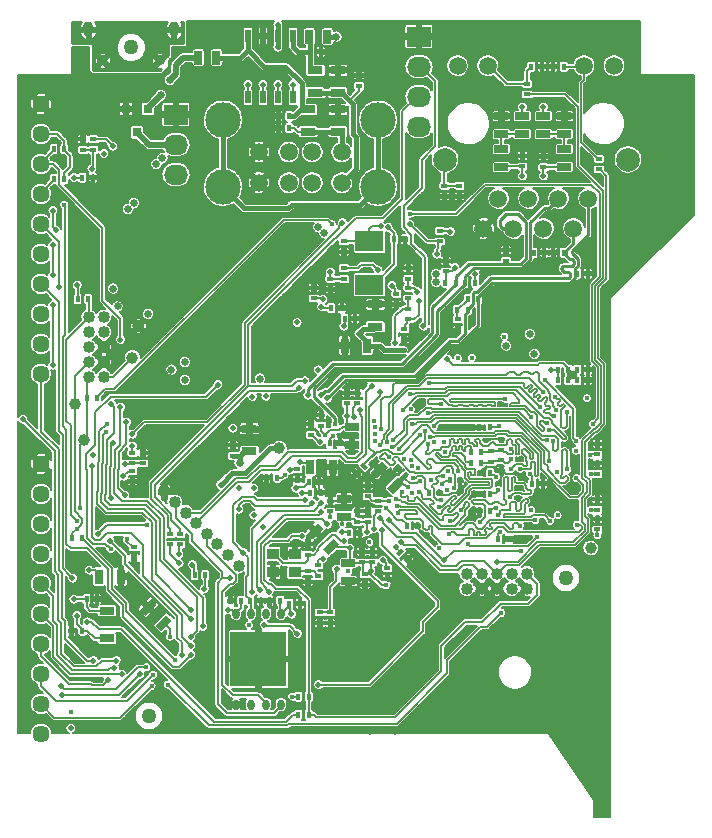
<source format=gbr>
G04 #@! TF.FileFunction,Copper,L4,Bot,Signal*
%FSLAX46Y46*%
G04 Gerber Fmt 4.6, Leading zero omitted, Abs format (unit mm)*
G04 Created by KiCad (PCBNEW 0.201512080931+6353~38~ubuntu14.04.1-stable) date Mon 21 Dec 2015 12:54:57 AM PST*
%MOMM*%
G01*
G04 APERTURE LIST*
%ADD10C,0.100000*%
%ADD11C,1.500000*%
%ADD12C,3.000000*%
%ADD13R,0.599440X0.398780*%
%ADD14R,1.300000X0.700000*%
%ADD15R,0.398780X0.599440*%
%ADD16O,0.600000X0.900000*%
%ADD17R,4.800000X4.650000*%
%ADD18R,1.143000X0.635000*%
%ADD19R,0.700000X1.300000*%
%ADD20C,1.016000*%
%ADD21C,0.400000*%
%ADD22R,0.500000X1.100000*%
%ADD23R,1.000000X0.900000*%
%ADD24R,1.300000X0.650000*%
%ADD25R,2.400000X1.700000*%
%ADD26C,1.450000*%
%ADD27C,1.270000*%
%ADD28R,2.032000X1.727200*%
%ADD29O,2.032000X1.727200*%
%ADD30C,1.000000*%
%ADD31R,0.635000X1.143000*%
%ADD32R,0.800100X0.800100*%
%ADD33O,0.900000X1.300000*%
%ADD34C,0.900000*%
%ADD35C,2.000000*%
%ADD36C,0.508000*%
%ADD37C,0.431800*%
%ADD38C,0.635000*%
%ADD39C,0.203200*%
%ADD40C,0.127000*%
%ADD41C,0.381000*%
%ADD42C,0.508000*%
%ADD43C,0.213360*%
%ADD44C,0.213400*%
%ADD45C,0.139700*%
%ADD46C,0.254000*%
G04 APERTURE END LIST*
D10*
D11*
X104211000Y-98104000D03*
X101711000Y-98104000D03*
X99711000Y-98104000D03*
X97211000Y-98104000D03*
X104211000Y-95504000D03*
X101711000Y-95504000D03*
X99711000Y-95504000D03*
X97211000Y-95504000D03*
D12*
X107281000Y-98454000D03*
X107281000Y-92774000D03*
X94141000Y-98454000D03*
X94141000Y-92774000D03*
D13*
X125984000Y-96969580D03*
X125984000Y-96070420D03*
X119888000Y-90619580D03*
X119888000Y-89720420D03*
D14*
X103886000Y-90485000D03*
X103886000Y-88585000D03*
D13*
X114046000Y-110558580D03*
X114046000Y-109659420D03*
D15*
X114612420Y-106553000D03*
X115511580Y-106553000D03*
D16*
X99060000Y-142280000D03*
X97790000Y-142280000D03*
X96520000Y-142280000D03*
X95250000Y-142280000D03*
X95250000Y-134580000D03*
X96520000Y-134580000D03*
X97790000Y-134580000D03*
X99060000Y-134580000D03*
D17*
X97155000Y-138430000D03*
D13*
X101854000Y-106992420D03*
X101854000Y-107891580D03*
X106172000Y-132148580D03*
X106172000Y-131249420D03*
X106426000Y-125915420D03*
X106426000Y-126814580D03*
X106807000Y-129344420D03*
X106807000Y-130243580D03*
X105537000Y-125915420D03*
X105537000Y-126814580D03*
X105918000Y-129344420D03*
X105918000Y-130243580D03*
D18*
X104394000Y-126365000D03*
X104394000Y-124841000D03*
D13*
X106426000Y-123756420D03*
X106426000Y-124655580D03*
D18*
X104775000Y-130302000D03*
X104775000Y-131826000D03*
D15*
X112463580Y-124333000D03*
X111564420Y-124333000D03*
D13*
X101346000Y-131894580D03*
X101346000Y-130995420D03*
X101346000Y-128709420D03*
X101346000Y-129608580D03*
D10*
G36*
X109455858Y-123522619D02*
X108536619Y-124441858D01*
X108041644Y-123946883D01*
X108960883Y-123027644D01*
X109455858Y-123522619D01*
X109455858Y-123522619D01*
G37*
G36*
X108112356Y-122179117D02*
X107193117Y-123098356D01*
X106698142Y-122603381D01*
X107617381Y-121684142D01*
X108112356Y-122179117D01*
X108112356Y-122179117D01*
G37*
D15*
X110622080Y-127127000D03*
X109722920Y-127127000D03*
D13*
X108077000Y-131640580D03*
X108077000Y-130741420D03*
X103251000Y-125026420D03*
X103251000Y-125925580D03*
D15*
X104081580Y-120142000D03*
X103182420Y-120142000D03*
X114241580Y-123266200D03*
X113342420Y-123266200D03*
D10*
G36*
X105402155Y-122392977D02*
X105826023Y-122816845D01*
X105544043Y-123098825D01*
X105120175Y-122674957D01*
X105402155Y-122392977D01*
X105402155Y-122392977D01*
G37*
G36*
X106037957Y-121757175D02*
X106461825Y-122181043D01*
X106179845Y-122463023D01*
X105755977Y-122039155D01*
X106037957Y-121757175D01*
X106037957Y-121757175D01*
G37*
D13*
X105537000Y-115882420D03*
X105537000Y-116781580D03*
D19*
X101539000Y-122174000D03*
X103439000Y-122174000D03*
D13*
X101600000Y-118549420D03*
X101600000Y-119448580D03*
D18*
X105092500Y-118745000D03*
X105092500Y-120269000D03*
D10*
G36*
X103994858Y-128729619D02*
X103075619Y-129648858D01*
X102580644Y-129153883D01*
X103499883Y-128234644D01*
X103994858Y-128729619D01*
X103994858Y-128729619D01*
G37*
G36*
X102651356Y-127386117D02*
X101732117Y-128305356D01*
X101237142Y-127810381D01*
X102156381Y-126891142D01*
X102651356Y-127386117D01*
X102651356Y-127386117D01*
G37*
D15*
X105732580Y-127762000D03*
X104833420Y-127762000D03*
D13*
X100457000Y-123258580D03*
X100457000Y-122359420D03*
X102489000Y-117787420D03*
X102489000Y-118686580D03*
D10*
G36*
X109438977Y-130055845D02*
X109862845Y-129631977D01*
X110144825Y-129913957D01*
X109720957Y-130337825D01*
X109438977Y-130055845D01*
X109438977Y-130055845D01*
G37*
G36*
X108803175Y-129420043D02*
X109227043Y-128996175D01*
X109509023Y-129278155D01*
X109085155Y-129702023D01*
X108803175Y-129420043D01*
X108803175Y-129420043D01*
G37*
G36*
X109285023Y-122166155D02*
X108861155Y-122590023D01*
X108579175Y-122308043D01*
X109003043Y-121884175D01*
X109285023Y-122166155D01*
X109285023Y-122166155D01*
G37*
G36*
X109920825Y-122801957D02*
X109496957Y-123225825D01*
X109214977Y-122943845D01*
X109638845Y-122519977D01*
X109920825Y-122801957D01*
X109920825Y-122801957D01*
G37*
D13*
X104648000Y-115882420D03*
X104648000Y-116781580D03*
D15*
X102303580Y-123444000D03*
X101404420Y-123444000D03*
X102430580Y-124333000D03*
X101531420Y-124333000D03*
D13*
X94996000Y-120327420D03*
X94996000Y-121226580D03*
D14*
X96393000Y-120838000D03*
X96393000Y-118938000D03*
D15*
X83507580Y-133350000D03*
X82608420Y-133350000D03*
D13*
X86614000Y-129862580D03*
X86614000Y-128963420D03*
D15*
X81338420Y-136017000D03*
X82237580Y-136017000D03*
D19*
X83632000Y-131445000D03*
X85532000Y-131445000D03*
D13*
X125857000Y-120200420D03*
X125857000Y-121099580D03*
X125857000Y-126550420D03*
X125857000Y-127449580D03*
D15*
X115818920Y-118808500D03*
X116718080Y-118808500D03*
D13*
X125857000Y-124899420D03*
X125857000Y-125798580D03*
X125857000Y-121851420D03*
X125857000Y-122750580D03*
D15*
X115882420Y-125857000D03*
X116781580Y-125857000D03*
X115882420Y-124460000D03*
X116781580Y-124460000D03*
X115882420Y-122682000D03*
X116781580Y-122682000D03*
X121226580Y-123571000D03*
X120327420Y-123571000D03*
X118369080Y-128270000D03*
X117469920Y-128270000D03*
X123385580Y-113919000D03*
X122486420Y-113919000D03*
X125036580Y-114808000D03*
X124137420Y-114808000D03*
D13*
X117729000Y-122471180D03*
X117729000Y-121572020D03*
X117729000Y-119819420D03*
X117729000Y-120718580D03*
X103251000Y-135387080D03*
X103251000Y-134487920D03*
X113030000Y-104706420D03*
X113030000Y-105605580D03*
X114173000Y-99255580D03*
X114173000Y-98356420D03*
D15*
X98102420Y-133477000D03*
X99001580Y-133477000D03*
X100652580Y-133731000D03*
X99753420Y-133731000D03*
X102430580Y-86995000D03*
X101531420Y-86995000D03*
X98864420Y-92456000D03*
X99763580Y-92456000D03*
X109542580Y-102870000D03*
X108643420Y-102870000D03*
D13*
X104394000Y-103954580D03*
X104394000Y-103055420D03*
X108839000Y-108399580D03*
X108839000Y-107500420D03*
D15*
X105351580Y-109601000D03*
X104452420Y-109601000D03*
D19*
X106360000Y-111887000D03*
X104460000Y-111887000D03*
D13*
X103251000Y-107129580D03*
X103251000Y-106230420D03*
D14*
X107061000Y-110297000D03*
X107061000Y-108397000D03*
D20*
X114808000Y-132461000D03*
X114808000Y-131191000D03*
X116078000Y-132461000D03*
X116078000Y-131191000D03*
X117348000Y-132461000D03*
X117348000Y-131191000D03*
X118618000Y-132461000D03*
X118618000Y-131191000D03*
X119888000Y-132461000D03*
X119888000Y-131191000D03*
X84074000Y-114554000D03*
X82804000Y-114554000D03*
X84074000Y-113284000D03*
X82804000Y-113284000D03*
X84074000Y-112014000D03*
X82804000Y-112014000D03*
X84074000Y-110744000D03*
X82804000Y-110744000D03*
X84074000Y-109474000D03*
X82804000Y-109474000D03*
D21*
X106553000Y-128524000D03*
D20*
X89185910Y-124237910D03*
X90083936Y-125135936D03*
X90981962Y-126033962D03*
X91879987Y-126931987D03*
X92778013Y-127830013D03*
X93676038Y-128728038D03*
X94574064Y-129626064D03*
X95472090Y-130524090D03*
D13*
X107315000Y-125925580D03*
X107315000Y-125026420D03*
D14*
X101981000Y-90485000D03*
X101981000Y-88585000D03*
X101346000Y-93787000D03*
X101346000Y-91887000D03*
D13*
X102235000Y-131386580D03*
X102235000Y-130487420D03*
D15*
X100515420Y-141605000D03*
X101414580Y-141605000D03*
D13*
X83185000Y-95318580D03*
X83185000Y-94419420D03*
X86487000Y-121861580D03*
X86487000Y-120962420D03*
D15*
X83126580Y-97663000D03*
X82227420Y-97663000D03*
D13*
X86487000Y-123385580D03*
X86487000Y-122486420D03*
D15*
X82608420Y-116332000D03*
X83507580Y-116332000D03*
X81338420Y-128143000D03*
X82237580Y-128143000D03*
X101414580Y-143129000D03*
X100515420Y-143129000D03*
X81846420Y-107950000D03*
X82745580Y-107950000D03*
D13*
X89662000Y-128719580D03*
X89662000Y-127820420D03*
X90551000Y-128719580D03*
X90551000Y-127820420D03*
D15*
X122486420Y-114808000D03*
X123385580Y-114808000D03*
X124137420Y-113919000D03*
X125036580Y-113919000D03*
X115120420Y-121793000D03*
X116019580Y-121793000D03*
X115120420Y-120904000D03*
X116019580Y-120904000D03*
D13*
X116840000Y-120835420D03*
X116840000Y-121734580D03*
X102362000Y-134487920D03*
X102362000Y-135387080D03*
D15*
X113860580Y-106553000D03*
X112961420Y-106553000D03*
X114876580Y-108896720D03*
X113977420Y-108896720D03*
X115765580Y-107950000D03*
X114866420Y-107950000D03*
D13*
X112903000Y-99255580D03*
X112903000Y-98356420D03*
D15*
X97350580Y-133477000D03*
X96451420Y-133477000D03*
X94800420Y-133477000D03*
X95699580Y-133477000D03*
D13*
X104394000Y-105341420D03*
X104394000Y-106240580D03*
D15*
X97848420Y-123063000D03*
X98747580Y-123063000D03*
X104208580Y-108712000D03*
X103309420Y-108712000D03*
D22*
X96266000Y-90865000D03*
X96266000Y-85665000D03*
X97536000Y-90865000D03*
X98806000Y-90865000D03*
X100076000Y-90865000D03*
X97536000Y-85665000D03*
X98806000Y-85665000D03*
X100076000Y-85665000D03*
D23*
X100239000Y-131077000D03*
X98389000Y-131077000D03*
X98389000Y-129527000D03*
X100239000Y-129527000D03*
D24*
X84328000Y-134334000D03*
X84328000Y-136684000D03*
D25*
X106553000Y-106752000D03*
X106553000Y-103052000D03*
D14*
X103886000Y-93787000D03*
X103886000Y-91887000D03*
D26*
X78740000Y-91440000D03*
X78740000Y-93980000D03*
X78740000Y-96520000D03*
X78740000Y-99060000D03*
X78740000Y-101600000D03*
X78740000Y-104140000D03*
X78740000Y-106680000D03*
X78740000Y-109220000D03*
X78740000Y-111760000D03*
X78740000Y-114300000D03*
X78740000Y-121920000D03*
X78740000Y-124460000D03*
X78740000Y-127000000D03*
X78740000Y-129540000D03*
X78740000Y-132080000D03*
X78740000Y-134620000D03*
X78740000Y-137160000D03*
X78740000Y-139700000D03*
X78740000Y-142240000D03*
X78740000Y-144780000D03*
D15*
X80713580Y-97790000D03*
X79814420Y-97790000D03*
X80713580Y-95250000D03*
X79814420Y-95250000D03*
D27*
X87884000Y-143256000D03*
X123190000Y-131572000D03*
X86360000Y-86614000D03*
D28*
X110744000Y-85725000D03*
D29*
X110744000Y-88265000D03*
X110744000Y-90805000D03*
X110744000Y-93345000D03*
D13*
X82296000Y-94419420D03*
X82296000Y-95318580D03*
X87376000Y-120962420D03*
X87376000Y-121861580D03*
D30*
X98907600Y-120573800D03*
X125285500Y-129032000D03*
X86995000Y-110236000D03*
X86487000Y-112903000D03*
X82423000Y-119888000D03*
X81661000Y-116840000D03*
D15*
X92651580Y-131318000D03*
X91752420Y-131318000D03*
D18*
X119507000Y-93980000D03*
X119507000Y-92456000D03*
X117729000Y-92456000D03*
X117729000Y-93980000D03*
X121285000Y-93980000D03*
X121285000Y-92456000D03*
X123063000Y-92456000D03*
X123063000Y-93980000D03*
X123063000Y-96774000D03*
X123063000Y-95250000D03*
X117729000Y-96774000D03*
X117729000Y-95250000D03*
D31*
X102997000Y-85725000D03*
X101473000Y-85725000D03*
X92075000Y-87503000D03*
X93599000Y-87503000D03*
D13*
X109855000Y-109669580D03*
X109855000Y-108770420D03*
X109855000Y-106992420D03*
X109855000Y-107891580D03*
D32*
X85918000Y-91836240D03*
X87818000Y-91836240D03*
X86868000Y-93835220D03*
D28*
X90170000Y-92329000D03*
D29*
X90170000Y-94869000D03*
X90170000Y-97409000D03*
D33*
X82735000Y-85090000D03*
X89985000Y-85090000D03*
D34*
X83935000Y-87740000D03*
X88785000Y-87740000D03*
D11*
X125095000Y-99441000D03*
X123825000Y-101981000D03*
X122555000Y-99441000D03*
X121285000Y-101981000D03*
X120015000Y-99441000D03*
X118745000Y-101981000D03*
X117475000Y-99441000D03*
X116205000Y-101981000D03*
X114010000Y-88191000D03*
X116560000Y-88191000D03*
X124710000Y-88191000D03*
X127260000Y-88191000D03*
D35*
X128435000Y-96141000D03*
X112945000Y-96141000D03*
D13*
X109474000Y-111389160D03*
X109474000Y-110490000D03*
X109855000Y-105341420D03*
X109855000Y-106240580D03*
X112522000Y-103065580D03*
X112522000Y-102166420D03*
D10*
G36*
X89861107Y-135169868D02*
X88941868Y-136089107D01*
X88446893Y-135594132D01*
X89366132Y-134674893D01*
X89861107Y-135169868D01*
X89861107Y-135169868D01*
G37*
G36*
X88517605Y-133826366D02*
X87598366Y-134745605D01*
X87103391Y-134250630D01*
X88022630Y-133331391D01*
X88517605Y-133826366D01*
X88517605Y-133826366D01*
G37*
D13*
X119507000Y-95816420D03*
X119507000Y-96715580D03*
X121285000Y-95885000D03*
X121285000Y-96784160D03*
D15*
X121353580Y-104013000D03*
X120454420Y-104013000D03*
X122105420Y-104013000D03*
X123004580Y-104013000D03*
D13*
X118110000Y-103817420D03*
X118110000Y-104716580D03*
D15*
X125036580Y-105791000D03*
X124137420Y-105791000D03*
X122105420Y-88265000D03*
X123004580Y-88265000D03*
X121158000Y-88265000D03*
X120258840Y-88265000D03*
D13*
X105664000Y-89016840D03*
X105664000Y-89916000D03*
D15*
X98864420Y-93472000D03*
X99763580Y-93472000D03*
D36*
X94996000Y-118872000D03*
D37*
X114035000Y-112950000D03*
X115215000Y-112930000D03*
X100330000Y-104648000D03*
D36*
X122047000Y-105537000D03*
X101981000Y-103251000D03*
X101727000Y-99314000D03*
X103632000Y-99314000D03*
X102997000Y-100711000D03*
X99060000Y-106045000D03*
X97282000Y-104140000D03*
X97282012Y-101219000D03*
X100584000Y-100584000D03*
X99441000Y-101981000D03*
X99314000Y-103759000D03*
X105664000Y-88392000D03*
X98298000Y-93472000D03*
X121666000Y-89027000D03*
X121793000Y-103251000D03*
X119507000Y-95250000D03*
X121285000Y-95250000D03*
D37*
X108331000Y-132715000D03*
D36*
X108966000Y-100520480D03*
X97790002Y-109347000D03*
X100203000Y-106934000D03*
X113053764Y-104116236D03*
D37*
X81788000Y-129667000D03*
D36*
X94488002Y-142240000D03*
X94869000Y-132715000D03*
X87630000Y-95758000D03*
X88392000Y-97663000D03*
X102616000Y-112014000D03*
X123063000Y-91694000D03*
X117729000Y-91694000D03*
X84074000Y-133477000D03*
D38*
X80644998Y-96139000D03*
D36*
X98425000Y-99695000D03*
X95377000Y-101219000D03*
X95250000Y-102997000D03*
X96138291Y-125514119D03*
D38*
X82931000Y-91694000D03*
X81915000Y-90932000D03*
X90932000Y-90424000D03*
X90931999Y-88391999D03*
X91694000Y-89408000D03*
D36*
X77470000Y-144145000D03*
X77470000Y-133350000D03*
X77470000Y-114935000D03*
X77470000Y-102870000D03*
X105410000Y-85725000D03*
X113030000Y-86360000D03*
X120015000Y-86360000D03*
X127635000Y-86360000D03*
X132080000Y-90805000D03*
X106680000Y-142240000D03*
X109196243Y-142216243D03*
X111760000Y-142240000D03*
X114300000Y-142240000D03*
X116840000Y-142240000D03*
X119380000Y-142240000D03*
X121920000Y-139700000D03*
X124460000Y-139700000D03*
X124460000Y-142240000D03*
X121920000Y-142240000D03*
D37*
X86360000Y-144526000D03*
X88900000Y-144526000D03*
X91440000Y-144526000D03*
X93980000Y-144526000D03*
X96520000Y-144526000D03*
X99163686Y-144591064D03*
X101600000Y-144526000D03*
X104140000Y-144526000D03*
X111760000Y-144526000D03*
X114300000Y-144526000D03*
X116840000Y-144526000D03*
X119380000Y-144526000D03*
X122936000Y-146177000D03*
X121793000Y-144526000D03*
X123825000Y-147574000D03*
X124714000Y-148844000D03*
X125730000Y-150114000D03*
X125730000Y-151638000D03*
X126746000Y-151638000D03*
X126746000Y-149860000D03*
X126746000Y-147320000D03*
X126746000Y-144780000D03*
X126746000Y-142240000D03*
X133858000Y-100584000D03*
X132334000Y-102108000D03*
X130810000Y-103632000D03*
X129540000Y-104902000D03*
X128270000Y-106172000D03*
X127000000Y-107442000D03*
X126746000Y-111760000D03*
X126746000Y-109474000D03*
X126834910Y-114300000D03*
X126834910Y-116840000D03*
D36*
X125475960Y-114808000D03*
X126746000Y-119380000D03*
X126746000Y-121920000D03*
D37*
X126746000Y-124460000D03*
D36*
X126746000Y-127000000D03*
X126746000Y-129540000D03*
X126746000Y-134620000D03*
X126746000Y-132080000D03*
D37*
X88660000Y-121195000D03*
X105135000Y-120920000D03*
D36*
X105346500Y-124841000D03*
D37*
X105460000Y-123945000D03*
D36*
X105981500Y-125349000D03*
X105791000Y-128524000D03*
D38*
X120078500Y-107569000D03*
D37*
X122240000Y-104760000D03*
X120425000Y-105505000D03*
X114380000Y-104440000D03*
X115145000Y-104335000D03*
D38*
X124713980Y-112268000D03*
D37*
X125412500Y-122174000D03*
X124076300Y-126362639D03*
X121856500Y-129413000D03*
X123317000Y-129413000D03*
X121158000Y-124206000D03*
X116448118Y-119959132D03*
X115443000Y-124358430D03*
X115314375Y-125768090D03*
D36*
X97218500Y-123253500D03*
D37*
X120141730Y-127088920D03*
X114215467Y-124168171D03*
D38*
X126682500Y-137858500D03*
X126682500Y-139954000D03*
D36*
X104330500Y-138747500D03*
X104838500Y-139954000D03*
D38*
X106616500Y-144526000D03*
X108712000Y-144526000D03*
D36*
X99060000Y-136525000D03*
X97790000Y-139446000D03*
X95123000Y-136398000D03*
X100326751Y-128520751D03*
X106553000Y-132715000D03*
X105410000Y-137287000D03*
X113030000Y-134239000D03*
X87757000Y-135128000D03*
X86614000Y-130429000D03*
X86233000Y-131445000D03*
X81835514Y-98933000D03*
X86360000Y-123952000D03*
X101346000Y-132588000D03*
X109474000Y-103632000D03*
D37*
X119313898Y-123123722D03*
X105727510Y-115316000D03*
X104711500Y-115316000D03*
X125285500Y-120205500D03*
X124968000Y-117919500D03*
X124015500Y-125476000D03*
X117650945Y-116841152D03*
X110600972Y-117119430D03*
X115316000Y-118808500D03*
X123270522Y-123902258D03*
X119306624Y-121488190D03*
X124079000Y-122301000D03*
X110299500Y-129667000D03*
X104076500Y-132461000D03*
X119272880Y-128139687D03*
X119329200Y-123952020D03*
X119176800Y-124790200D03*
D38*
X118237000Y-107569000D03*
X123063000Y-112268000D03*
X121031000Y-110744000D03*
X119253000Y-108966000D03*
X117141422Y-108115580D03*
D37*
X115189000Y-109601000D03*
D38*
X113245125Y-108800125D03*
X114130662Y-107971162D03*
X117030500Y-112903000D03*
D37*
X117030500Y-110998000D03*
X117983000Y-109156500D03*
D38*
X120078500Y-109156500D03*
X121793000Y-107950000D03*
D36*
X118173500Y-112903000D03*
X119317728Y-112916416D03*
X119964198Y-113004601D03*
X121158000Y-112908069D03*
X107442000Y-112925809D03*
X105410000Y-110236000D03*
X103859113Y-107018119D03*
X104267000Y-108077000D03*
X105410000Y-108966000D03*
X108077000Y-108331000D03*
X98806000Y-108966000D03*
X104198980Y-104716020D03*
X106079398Y-105520998D03*
X112087451Y-99295477D03*
X97536000Y-86614000D03*
X97536000Y-84709000D03*
X102997000Y-86995000D03*
X103886000Y-87884000D03*
X98298000Y-92456000D03*
D38*
X85090000Y-103251000D03*
X83185000Y-102489000D03*
X81788000Y-105664000D03*
X82677000Y-105918000D03*
X84709000Y-107950000D03*
X89745810Y-107442000D03*
X88138000Y-107442000D03*
D36*
X96245445Y-127113297D03*
X79502000Y-118999000D03*
X79502000Y-117094000D03*
X97282000Y-111252000D03*
X97282000Y-112903000D03*
X94996000Y-119761000D03*
X95758000Y-117094000D03*
X97282000Y-116586000D03*
X97282000Y-118110000D03*
X96139000Y-128270000D03*
X99314000Y-129540000D03*
X99314000Y-130937000D03*
X100330000Y-131908002D03*
X100711000Y-134493000D03*
X83312000Y-140182632D03*
X81915000Y-138557000D03*
X89408000Y-143002000D03*
X83947000Y-144272000D03*
X102362000Y-136017000D03*
X114300000Y-138811000D03*
X116332000Y-137668000D03*
X111252000Y-138811000D03*
X109728000Y-141224000D03*
X109728000Y-136398000D03*
X104013000Y-141224000D03*
X92608390Y-138430000D03*
X90043000Y-137795000D03*
X115935118Y-134731118D03*
X108839000Y-131699000D03*
D37*
X99695000Y-123698000D03*
X112060000Y-128645000D03*
X104295000Y-122280000D03*
X99020000Y-112380000D03*
X98435000Y-113315000D03*
X98435000Y-114530000D03*
X98445000Y-116165000D03*
D36*
X97409000Y-118999000D03*
D37*
X99705000Y-111615000D03*
X100530000Y-113500000D03*
D36*
X100203000Y-107950000D03*
D37*
X115455000Y-111280000D03*
X114770000Y-112070000D03*
D38*
X116141500Y-111887000D03*
D37*
X112760000Y-110430000D03*
X112760000Y-109385000D03*
X112790000Y-111295000D03*
X120710000Y-104780000D03*
X116230000Y-105820000D03*
D36*
X104394011Y-124002800D03*
X102971600Y-123723400D03*
D37*
X107950000Y-122885200D03*
D36*
X106553000Y-133413500D03*
X106553000Y-134175500D03*
X106553000Y-135064500D03*
X106553000Y-135953500D03*
X104076500Y-133413500D03*
X104076500Y-134239000D03*
X104076500Y-135128000D03*
X104076500Y-135953500D03*
X103568500Y-136461500D03*
X103568500Y-137223500D03*
X103568500Y-138239500D03*
X107315000Y-136588500D03*
X107378500Y-137858500D03*
X106489500Y-139636500D03*
X104965500Y-142836890D03*
X104895640Y-144335500D03*
X105924360Y-144334510D03*
X106108500Y-142811500D03*
X111696500Y-131318000D03*
X112331500Y-132016500D03*
X112839500Y-132524500D03*
X109410500Y-132334000D03*
X110045500Y-133032500D03*
X110744000Y-133667500D03*
X110871000Y-134620000D03*
X111633000Y-135572500D03*
X113093500Y-136017000D03*
X117094000Y-135890000D03*
X126602366Y-136137640D03*
X124777500Y-136080500D03*
X122428000Y-136080500D03*
X120523000Y-136080500D03*
X118681500Y-136080500D03*
X117348000Y-137166360D03*
X118999000Y-137166360D03*
X120523000Y-137166360D03*
X122428000Y-137166360D03*
X124777500Y-137166360D03*
X126644862Y-137166360D03*
X115471573Y-136807573D03*
X114797702Y-135820812D03*
X103123709Y-114934709D03*
X110299500Y-110744000D03*
X111771794Y-112192706D03*
X101897190Y-142285722D03*
X124460000Y-144780000D03*
X125222000Y-146812000D03*
X124460000Y-134620000D03*
X124487084Y-132090833D03*
X121920000Y-134620000D03*
X121892916Y-132090833D03*
X111125000Y-130683000D03*
D37*
X86942639Y-126492020D03*
X87600170Y-124557170D03*
D36*
X105410000Y-112268000D03*
X91186000Y-107442000D03*
X91186000Y-105537000D03*
X91186000Y-103378000D03*
X91186000Y-101219000D03*
X89789000Y-104394000D03*
X89789000Y-102997000D03*
X86106000Y-94615000D03*
D38*
X82931000Y-107205756D03*
D36*
X85598000Y-132461000D03*
X86106000Y-92583000D03*
X82042000Y-88900000D03*
D38*
X82931000Y-98298000D03*
X84582000Y-99187000D03*
X84582000Y-97790000D03*
X85598000Y-98552000D03*
X93091000Y-113157000D03*
X92329000Y-112649000D03*
X91948000Y-112014000D03*
X89916000Y-112141000D03*
X90932000Y-111379000D03*
D36*
X89789000Y-101028500D03*
X88011000Y-99314000D03*
X90043000Y-99313998D03*
X87649062Y-93472000D03*
X87096599Y-119888000D03*
X87096599Y-117094000D03*
X87096599Y-114173000D03*
X88412348Y-114173000D03*
X88412348Y-115570000D03*
X88412348Y-117348000D03*
X88412348Y-119380000D03*
X87249000Y-112395000D03*
X89789000Y-109855000D03*
X88519000Y-111125000D03*
X91186000Y-110109000D03*
X98425000Y-98171000D03*
X99060000Y-96901000D03*
X98425000Y-95631000D03*
X99695000Y-94361000D03*
X100711000Y-94742000D03*
X102870000Y-96012000D03*
X102616000Y-94742000D03*
X104140000Y-96774000D03*
X109855000Y-96774000D03*
X120659029Y-102997000D03*
X116586000Y-104394000D03*
X119238974Y-104379974D03*
X119253000Y-103124000D03*
X117602000Y-102870000D03*
X116967000Y-100711000D03*
X118745000Y-99441000D03*
X121920000Y-100711000D03*
X123190000Y-100584000D03*
X123825000Y-98933000D03*
X125590991Y-101092000D03*
X125590991Y-102997000D03*
X125590991Y-104775000D03*
X123063000Y-103124000D03*
D37*
X98213296Y-118449021D03*
D36*
X98552000Y-117094000D03*
X86995000Y-110251014D03*
X81724500Y-136842500D03*
X96393000Y-118237000D03*
X99314000Y-119761000D03*
X100076000Y-116713000D03*
X100076000Y-118618006D03*
X100063138Y-114541138D03*
D38*
X82931000Y-99631500D03*
D36*
X86106000Y-97408998D03*
X107060992Y-141224000D03*
X104902000Y-141224000D03*
D37*
X110210000Y-123130000D03*
D36*
X113157000Y-113029936D03*
D37*
X124015500Y-120777000D03*
D36*
X123761500Y-114363500D03*
D37*
X107010200Y-119964200D03*
D36*
X104394000Y-128397000D03*
D37*
X107954313Y-125678596D03*
X113150798Y-124145452D03*
D36*
X93956243Y-123674243D03*
X104648000Y-117856000D03*
X107442000Y-115824000D03*
X100838000Y-124333000D03*
X100711000Y-121716820D03*
D37*
X103251000Y-126428500D03*
X110836068Y-119499191D03*
D36*
X98907600Y-120573800D03*
D37*
X102806500Y-119443500D03*
X109791500Y-123888500D03*
X104765000Y-130990000D03*
X125285500Y-122745500D03*
D36*
X95523243Y-123971243D03*
D37*
X112712500Y-123634500D03*
X117609982Y-127668382D03*
X117456399Y-124111498D03*
X117281248Y-125603012D03*
X110791211Y-123329750D03*
X125285500Y-129032000D03*
X125857000Y-127952500D03*
X125249658Y-121120000D03*
D38*
X95567500Y-121856500D03*
D36*
X107696000Y-130048000D03*
X104199963Y-127664981D03*
D37*
X117538500Y-118706940D03*
X117284500Y-122999500D03*
X122478800Y-126238000D03*
X120243600Y-125831600D03*
X122428000Y-122631200D03*
X124968000Y-116332000D03*
X120142000Y-122745500D03*
D38*
X118110000Y-111887000D03*
X120523000Y-112585500D03*
X120142000Y-110934500D03*
D37*
X117983000Y-111125000D03*
D36*
X121920000Y-113919000D03*
D37*
X125285500Y-125793500D03*
X112470000Y-129035000D03*
X110070832Y-117296129D03*
D38*
X102235000Y-101854000D03*
X102743000Y-102362006D03*
X103759000Y-85725000D03*
X89662000Y-89408000D03*
D37*
X109450000Y-112270000D03*
D36*
X105664000Y-110871000D03*
D38*
X112204500Y-106489500D03*
X112204500Y-105854500D03*
D36*
X98806000Y-86614000D03*
X98806000Y-84709000D03*
D38*
X88900000Y-90678000D03*
X86106008Y-100330000D03*
X86613996Y-99822000D03*
X88519000Y-96520000D03*
X89027000Y-96012000D03*
D37*
X86020000Y-128295000D03*
D36*
X86487000Y-120396000D03*
X82833099Y-130907901D03*
D38*
X84836000Y-107061000D03*
D36*
X84836000Y-94996000D03*
X84074000Y-95631000D03*
X81811757Y-106783243D03*
X83185000Y-121158000D03*
X81280000Y-144272000D03*
D37*
X81265000Y-142938480D03*
D36*
X92583008Y-132461000D03*
D38*
X85222158Y-108579842D03*
X87803009Y-109213428D03*
X89789000Y-113919000D03*
X90932000Y-114808000D03*
X90932000Y-113284000D03*
D36*
X86487002Y-112903000D03*
D37*
X89662000Y-136525000D03*
D38*
X85343998Y-85090000D03*
X87376000Y-85090000D03*
X88773000Y-86233000D03*
X83947000Y-86233000D03*
D36*
X81534000Y-133350000D03*
X81788000Y-134747000D03*
D37*
X118554500Y-121488220D03*
X118554500Y-120650000D03*
D36*
X103767407Y-130818407D03*
X108126786Y-101863394D03*
X100431600Y-109931200D03*
X108458000Y-106807000D03*
X107500325Y-101759531D03*
X79756000Y-100457004D03*
X79756000Y-103378000D03*
X79756000Y-105918000D03*
X80010000Y-102108000D03*
X79756000Y-108458000D03*
X79755960Y-113538000D03*
X77216000Y-118110000D03*
X85115380Y-138557000D03*
X102235000Y-140589000D03*
X107579569Y-127505483D03*
X96647000Y-132715000D03*
X97663000Y-135509000D03*
X100457000Y-136271000D03*
X102489000Y-125222000D03*
X97282000Y-132588000D03*
X102489000Y-125984000D03*
D37*
X109982000Y-100711000D03*
X103378000Y-101600000D03*
D36*
X112903000Y-130073390D03*
D37*
X125476000Y-118491000D03*
D36*
X108204000Y-126619000D03*
D37*
X119380000Y-129286000D03*
D36*
X117348000Y-130175000D03*
X109257637Y-128562120D03*
X107442000Y-126505982D03*
D37*
X90090000Y-138500000D03*
X89465000Y-140595000D03*
X117730000Y-134510000D03*
D36*
X100838000Y-128016000D03*
D37*
X82042000Y-125603000D03*
D36*
X82422998Y-119888000D03*
D37*
X81788000Y-127381000D03*
D36*
X81661000Y-116840000D03*
D37*
X81788000Y-126746000D03*
D36*
X85471000Y-117094000D03*
X92456000Y-135661380D03*
X85471000Y-111379000D03*
X91440000Y-136525000D03*
X84709000Y-116840000D03*
X84659999Y-124777520D03*
X80264000Y-106934000D03*
X84836000Y-120142000D03*
X85979000Y-118364000D03*
X85852000Y-124548880D03*
X81407000Y-131572000D03*
X91440000Y-135001000D03*
D37*
X84328000Y-118491000D03*
D36*
X91440000Y-134239000D03*
D37*
X84221698Y-119225948D03*
D36*
X83185000Y-138557000D03*
D37*
X87655000Y-139125000D03*
D36*
X80414764Y-140692236D03*
X87122000Y-139700000D03*
X80518000Y-141478000D03*
X84963000Y-139192000D03*
X85598000Y-139700000D03*
X84455000Y-140208000D03*
D37*
X88250000Y-139745000D03*
X88100000Y-140695000D03*
X106553000Y-128524000D03*
D36*
X121285000Y-97532179D03*
X101346000Y-116078000D03*
X102429037Y-116048019D03*
X102997000Y-116332000D03*
D37*
X103632000Y-118554500D03*
D36*
X119507000Y-97532179D03*
X94742000Y-131572000D03*
X105714800Y-117361982D03*
X106743500Y-115316000D03*
X95504000Y-125730000D03*
X101727000Y-125222000D03*
X95885000Y-129413000D03*
X101092000Y-124968000D03*
X94615000Y-134239000D03*
X111125000Y-110236000D03*
X100584000Y-115443000D03*
X101092000Y-114871500D03*
X106934000Y-127381000D03*
X102616000Y-129921000D03*
X83058000Y-96901000D03*
X91440000Y-138049000D03*
D37*
X80708500Y-99949000D03*
D36*
X91440000Y-137287000D03*
X85816283Y-121920000D03*
X83058000Y-122047000D03*
X81534000Y-97663000D03*
X85725000Y-122936000D03*
D37*
X84630000Y-129115000D03*
D36*
X93726000Y-115189000D03*
X82648159Y-135283841D03*
D37*
X87693500Y-127063500D03*
D36*
X83540620Y-127840863D03*
X91567000Y-130429004D03*
X90433270Y-130311270D03*
X90424000Y-129540000D03*
D37*
X110747082Y-124274036D03*
X112406168Y-125538751D03*
D36*
X98044000Y-132715000D03*
X102997000Y-127000000D03*
X90669643Y-138060385D03*
X84573018Y-128404814D03*
X100076000Y-89789000D03*
X96266000Y-89789000D03*
D37*
X99377500Y-122809000D03*
D36*
X102489000Y-108585000D03*
D37*
X114871500Y-128651000D03*
X120713500Y-128104910D03*
X115887500Y-126809500D03*
X118491000Y-124714000D03*
X121843800Y-126746000D03*
X117475000Y-126238000D03*
X112777632Y-122937632D03*
X112583856Y-125005248D03*
X124094218Y-127076767D03*
X108951197Y-126047823D03*
X108845679Y-125475434D03*
X120586500Y-126682500D03*
X108775500Y-124904500D03*
X114307558Y-125785942D03*
X109347000Y-124269500D03*
X113347500Y-126720570D03*
X113284000Y-127825500D03*
X110172500Y-124333000D03*
X119285003Y-127152916D03*
X111760000Y-123240800D03*
X113220500Y-122504220D03*
X112585500Y-116840000D03*
X118046500Y-116395500D03*
X111472247Y-120243837D03*
X118517928Y-122320000D03*
X114071420Y-122478800D03*
X111252000Y-119126000D03*
X123317000Y-122364500D03*
X112052080Y-118681500D03*
X121793000Y-121666000D03*
X110179967Y-118501871D03*
X123275985Y-117496661D03*
X122293018Y-116263782D03*
X111632828Y-115029791D03*
X122175625Y-117854375D03*
X124079000Y-119951500D03*
X121412000Y-114808000D03*
X110671876Y-122258151D03*
X112928793Y-120897518D03*
X110128688Y-122126936D03*
X112852200Y-120065800D03*
X110074660Y-121564584D03*
X112022836Y-120078591D03*
X109517948Y-121516183D03*
X111701674Y-119621288D03*
X119262170Y-122310494D03*
X113706252Y-123926580D03*
X108204000Y-121285000D03*
X109046565Y-120640949D03*
X124079000Y-123126500D03*
X121564430Y-119913420D03*
X108487271Y-120472930D03*
X120269000Y-117919500D03*
X108587914Y-119923256D03*
X108013500Y-120078500D03*
X121031000Y-117094000D03*
X121233106Y-115812394D03*
X107442000Y-120332500D03*
X122385061Y-117331694D03*
X107569000Y-118973580D03*
X109433004Y-117306985D03*
X121581012Y-118409276D03*
X107031398Y-118816554D03*
X109982000Y-116014500D03*
X121793000Y-119062500D03*
X106959420Y-118262400D03*
X111480580Y-117602000D03*
X122123071Y-119927238D03*
X106984800Y-119380000D03*
D36*
X110617000Y-107315000D03*
X97536000Y-89789000D03*
X110744000Y-108077000D03*
X98806000Y-89789000D03*
X107251500Y-105473500D03*
X102616000Y-107950000D03*
X104394000Y-110236000D03*
X103251000Y-105664000D03*
X108712000Y-111633000D03*
X113792000Y-105283000D03*
X115497019Y-105845019D03*
D37*
X107950000Y-132182992D03*
D36*
X113411000Y-102235000D03*
X121285000Y-91694000D03*
X119507000Y-91694000D03*
D37*
X108204000Y-125031500D03*
X96355000Y-135550000D03*
D36*
X105271856Y-117974448D03*
X108772093Y-128971372D03*
X104902000Y-129032000D03*
X106680000Y-130937000D03*
X100330000Y-123952000D03*
X106317948Y-127662013D03*
X99949000Y-134620000D03*
D37*
X104267000Y-127000000D03*
D36*
X96774000Y-123952000D03*
X96774000Y-126238000D03*
X97536000Y-127254000D03*
X99827950Y-122397603D03*
X102352449Y-120022803D03*
D37*
X103441500Y-119507000D03*
D36*
X102212974Y-113944380D03*
D37*
X100012500Y-141605000D03*
D38*
X97282000Y-114681000D03*
D36*
X96647000Y-116205000D03*
X97790000Y-116179609D03*
X86487000Y-119380000D03*
X104267000Y-101473000D03*
X109982000Y-101600000D03*
X112268000Y-104140000D03*
D39*
X115215000Y-112930000D02*
X115215000Y-112950000D01*
X122240000Y-104760000D02*
X122240000Y-105344000D01*
X122240000Y-105344000D02*
X122047000Y-105537000D01*
X103632000Y-99314000D02*
X101727000Y-99314000D01*
X100584000Y-100584000D02*
X102870000Y-100584000D01*
X102870000Y-100584000D02*
X102997000Y-100711000D01*
X99060000Y-105918000D02*
X99060000Y-106045000D01*
X97282000Y-104140000D02*
X99060000Y-105918000D01*
X99314000Y-103759000D02*
X99314000Y-102108000D01*
X99314000Y-102108000D02*
X99441000Y-101981000D01*
X105664000Y-89016840D02*
X105664000Y-88392000D01*
X98864420Y-93472000D02*
X98298000Y-93472000D01*
X121158000Y-88767920D02*
X121406920Y-88767920D01*
X121406920Y-88767920D02*
X121666000Y-89027000D01*
X121158000Y-88265000D02*
X121158000Y-88767920D01*
X122240000Y-104760000D02*
X120730000Y-104760000D01*
X120730000Y-104760000D02*
X120710000Y-104780000D01*
X121793000Y-103251000D02*
X122936000Y-103251000D01*
X122936000Y-103251000D02*
X123063000Y-103124000D01*
X119238974Y-104379974D02*
X119238974Y-103138026D01*
X119238974Y-103138026D02*
X119253000Y-103124000D01*
X122105420Y-104013000D02*
X122105420Y-103563420D01*
X122105420Y-103563420D02*
X121793000Y-103251000D01*
X119507000Y-95250000D02*
X119507000Y-95816420D01*
X121285000Y-95885000D02*
X121285000Y-95250000D01*
X87720249Y-133948249D02*
X86233000Y-132461000D01*
X86233000Y-132461000D02*
X85598000Y-132461000D01*
X88392000Y-134620000D02*
X88265000Y-134620000D01*
X88265000Y-134620000D02*
X87757000Y-135128000D01*
X87720249Y-133948249D02*
X88392000Y-134620000D01*
D40*
X108503720Y-132542280D02*
X108331000Y-132715000D01*
X108503720Y-131966970D02*
X108503720Y-132542280D01*
X108177330Y-131640580D02*
X108503720Y-131966970D01*
X108077000Y-131640580D02*
X108177330Y-131640580D01*
D39*
X104394000Y-104521000D02*
X104394000Y-103954580D01*
X113030000Y-104706420D02*
X113030000Y-104140000D01*
X113030000Y-104140000D02*
X113053764Y-104116236D01*
X94869000Y-132842000D02*
X94869000Y-132715000D01*
X94800420Y-133477000D02*
X94869000Y-133408420D01*
X94869000Y-133408420D02*
X94869000Y-132842000D01*
X109855000Y-105341420D02*
X109855000Y-104013000D01*
X109855000Y-104013000D02*
X109474000Y-103632000D01*
X110236000Y-111379000D02*
X110225840Y-111389160D01*
X110225840Y-111389160D02*
X109474000Y-111389160D01*
X110236000Y-111166710D02*
X110236000Y-111379000D01*
X110299500Y-110744000D02*
X110299500Y-111103210D01*
X110299500Y-111103210D02*
X110236000Y-111166710D01*
X88392000Y-97663000D02*
X87630000Y-96901000D01*
X87630000Y-96901000D02*
X87630000Y-95758000D01*
X103113840Y-106992420D02*
X102208402Y-106992420D01*
X102208402Y-106992420D02*
X101981000Y-106992420D01*
X101854000Y-106992420D02*
X102208402Y-106992420D01*
X123063000Y-92456000D02*
X123063000Y-91694000D01*
X117729000Y-92456000D02*
X117729000Y-91694000D01*
X112087451Y-99295477D02*
X112863103Y-99295477D01*
X112863103Y-99295477D02*
X112903000Y-99255580D01*
X112903000Y-99255580D02*
X114173000Y-99255580D01*
X83947000Y-133350000D02*
X84074000Y-133477000D01*
X83507580Y-133350000D02*
X83947000Y-133350000D01*
X80713578Y-96070420D02*
X80644998Y-96139000D01*
X95250000Y-102997000D02*
X95250000Y-101346000D01*
X95250000Y-101346000D02*
X95377000Y-101219000D01*
X87376000Y-120962420D02*
X88427420Y-120962420D01*
X88427420Y-120962420D02*
X88660000Y-121195000D01*
X104081580Y-120142000D02*
X104081580Y-119639080D01*
X104081580Y-119639080D02*
X104213660Y-119507000D01*
X104213660Y-119507000D02*
X105029000Y-119507000D01*
X105029000Y-119507000D02*
X105135000Y-119613000D01*
X105135000Y-119613000D02*
X105135000Y-120920000D01*
X77470000Y-133350000D02*
X77470000Y-144145000D01*
X77470000Y-102870000D02*
X77470000Y-114935000D01*
X120015000Y-86360000D02*
X118745000Y-85090000D01*
X118745000Y-85090000D02*
X114300000Y-85090000D01*
X114300000Y-85090000D02*
X113030000Y-86360000D01*
D40*
X109196243Y-142216243D02*
X106703757Y-142216243D01*
X106703757Y-142216243D02*
X106680000Y-142240000D01*
X114300000Y-142240000D02*
X111760000Y-142240000D01*
X119380000Y-142240000D02*
X116840000Y-142240000D01*
X124460000Y-139700000D02*
X121920000Y-139700000D01*
X121920000Y-142240000D02*
X124460000Y-142240000D01*
X88900000Y-144526000D02*
X86360000Y-144526000D01*
X93980000Y-144526000D02*
X91440000Y-144526000D01*
X99163686Y-144591064D02*
X96585064Y-144591064D01*
X96585064Y-144591064D02*
X96520000Y-144526000D01*
X104140000Y-144526000D02*
X101600000Y-144526000D01*
X114300000Y-144526000D02*
X111760000Y-144526000D01*
X119380000Y-144526000D02*
X116840000Y-144526000D01*
X122936000Y-145669000D02*
X122936000Y-146177000D01*
X121793000Y-144526000D02*
X122936000Y-145669000D01*
X124714000Y-148844000D02*
X124714000Y-148463000D01*
X124714000Y-148463000D02*
X123825000Y-147574000D01*
X125730000Y-151638000D02*
X125730000Y-150114000D01*
X126746000Y-149860000D02*
X126746000Y-151638000D01*
X126746000Y-144780000D02*
X126746000Y-147320000D01*
X126682500Y-139954000D02*
X126682500Y-142176500D01*
X126682500Y-142176500D02*
X126746000Y-142240000D01*
X130810000Y-103632000D02*
X132334000Y-102108000D01*
X128270000Y-106172000D02*
X129540000Y-104902000D01*
X126834910Y-111848910D02*
X126746000Y-111760000D01*
X126834910Y-114300000D02*
X126834910Y-111848910D01*
X126746000Y-119380000D02*
X126746000Y-116928910D01*
X126746000Y-116928910D02*
X126834910Y-116840000D01*
D39*
X125036580Y-114808000D02*
X125475960Y-114808000D01*
D40*
X126746000Y-121920000D02*
X126746000Y-119380000D01*
X126306580Y-124899420D02*
X126746000Y-124460000D01*
X125857000Y-124899420D02*
X126306580Y-124899420D01*
D39*
X126746000Y-129540000D02*
X126746000Y-127000000D01*
X126746000Y-132080000D02*
X126746000Y-134620000D01*
X105092500Y-120269000D02*
X105092500Y-120877500D01*
X105092500Y-120877500D02*
X105135000Y-120920000D01*
X105346500Y-124841000D02*
X105346500Y-124058500D01*
X105346500Y-124058500D02*
X105460000Y-123945000D01*
X105537000Y-125915420D02*
X105537000Y-125793500D01*
X105537000Y-125793500D02*
X105981500Y-125349000D01*
X105537000Y-125915420D02*
X105537000Y-125476000D01*
X105537000Y-125476000D02*
X105664000Y-125349000D01*
X105664000Y-125349000D02*
X105981500Y-125349000D01*
X105537000Y-125476000D02*
X105664000Y-125349000D01*
X122240000Y-104760000D02*
X122240000Y-104740000D01*
X120425000Y-105505000D02*
X120500000Y-105580000D01*
X125628399Y-121958101D02*
X125412500Y-122174000D01*
X125735080Y-121851420D02*
X125628399Y-121958101D01*
X125857000Y-121851420D02*
X125735080Y-121851420D01*
X125603000Y-121983500D02*
X125412500Y-122174000D01*
X105918000Y-128651000D02*
X105791000Y-128524000D01*
X105732580Y-128465580D02*
X105791000Y-128524000D01*
X105918000Y-129344420D02*
X105918000Y-128651000D01*
X105732580Y-127762000D02*
X105732580Y-128465580D01*
D40*
X117729000Y-119819420D02*
X116587830Y-119819420D01*
X116587830Y-119819420D02*
X116448118Y-119959132D01*
X115612185Y-124333000D02*
X115468430Y-124333000D01*
X115468430Y-124333000D02*
X115443000Y-124358430D01*
X115882420Y-125857000D02*
X115403285Y-125857000D01*
X115403285Y-125857000D02*
X115314375Y-125768090D01*
D39*
X97721420Y-123063000D02*
X97657920Y-123126500D01*
X97657920Y-123126500D02*
X97345500Y-123126500D01*
X97345500Y-123126500D02*
X97218500Y-123253500D01*
X97409000Y-123063000D02*
X97218500Y-123253500D01*
X97848420Y-123063000D02*
X97409000Y-123063000D01*
D40*
X115882420Y-122682000D02*
X115882420Y-122623580D01*
X115882420Y-122623580D02*
X116222779Y-122283221D01*
X116222779Y-122283221D02*
X116371371Y-122283221D01*
X116371371Y-122283221D02*
X116480592Y-122174000D01*
X117106700Y-122174000D02*
X117302280Y-122369580D01*
X116480592Y-122174000D02*
X117106700Y-122174000D01*
D39*
X115882420Y-124333000D02*
X115612185Y-124333000D01*
D40*
X115612185Y-124333000D02*
X115818920Y-124333000D01*
X115818920Y-124333000D02*
X115882420Y-124396500D01*
X110622080Y-127127000D02*
X110622080Y-127227330D01*
X108965599Y-122237099D02*
X108965599Y-122301401D01*
D39*
X115882420Y-118808500D02*
X115818920Y-118745000D01*
X104838500Y-139255500D02*
X104330500Y-138747500D01*
X104838500Y-139954000D02*
X104838500Y-139255500D01*
D40*
X105664000Y-125349000D02*
X105537000Y-125476000D01*
X104394000Y-124841000D02*
X105346500Y-124841000D01*
D39*
X102303580Y-124206000D02*
X102430580Y-124333000D01*
X104208580Y-125026420D02*
X104394000Y-124841000D01*
X105537000Y-125915420D02*
X106426000Y-125915420D01*
X97155000Y-138430000D02*
X95123000Y-136398000D01*
X105918000Y-129344420D02*
X106807000Y-129344420D01*
X98709052Y-131397052D02*
X98389000Y-131077000D01*
X98389000Y-131077000D02*
X98679000Y-131367000D01*
X97350580Y-133477000D02*
X97282000Y-133545580D01*
X97350580Y-133477000D02*
X98102420Y-133477000D01*
X98656000Y-130810000D02*
X98389000Y-131077000D01*
X106172000Y-132148580D02*
X106172000Y-132334000D01*
X106172000Y-132334000D02*
X106553000Y-132715000D01*
X100326751Y-128520751D02*
X100326751Y-128805014D01*
X100326751Y-128805014D02*
X100326751Y-129439249D01*
X100515420Y-128709420D02*
X100422345Y-128709420D01*
X100422345Y-128709420D02*
X100326751Y-128805014D01*
X100807382Y-128709420D02*
X100838000Y-128740038D01*
X100838000Y-128740038D02*
X100838000Y-129032000D01*
X100838000Y-129032000D02*
X100807398Y-129062602D01*
X100807382Y-128709420D02*
X100515420Y-128709420D01*
X101346000Y-128709420D02*
X100807382Y-128709420D01*
X100343000Y-129527000D02*
X100807398Y-129062602D01*
X100807398Y-129062602D02*
X101160580Y-128709420D01*
X100326751Y-129439249D02*
X100239000Y-129527000D01*
X100515420Y-128709420D02*
X100326751Y-128520751D01*
X100239000Y-129527000D02*
X100343000Y-129527000D01*
X101160580Y-128709420D02*
X101346000Y-128709420D01*
X101346000Y-128709420D02*
X101346000Y-128196498D01*
X101346000Y-128196498D02*
X101944249Y-127598249D01*
X106299000Y-132148580D02*
X106299000Y-132461000D01*
X106299000Y-132461000D02*
X106553000Y-132715000D01*
X86487000Y-123825000D02*
X86360000Y-123952000D01*
X86487000Y-123385580D02*
X86487000Y-123825000D01*
X101346000Y-131894580D02*
X101346000Y-132588000D01*
X109542580Y-103563420D02*
X109474000Y-103632000D01*
X105156000Y-120396000D02*
X105156000Y-120668753D01*
D40*
X105156000Y-120459500D02*
X105156000Y-120668753D01*
X105156000Y-120332500D02*
X105156000Y-120459500D01*
X105092500Y-120269000D02*
X105156000Y-120332500D01*
X114215467Y-123343113D02*
X114305080Y-123253500D01*
X114215467Y-124168171D02*
X114215467Y-123343113D01*
X114215467Y-123292313D02*
X114241580Y-123266200D01*
X114215467Y-124168171D02*
X114215467Y-123292313D01*
X117627400Y-122369580D02*
X117729000Y-122471180D01*
X117302280Y-122369580D02*
X117627400Y-122369580D01*
X119313898Y-123123722D02*
X118935666Y-122745490D01*
X117802944Y-122471180D02*
X118077254Y-122745490D01*
X117729000Y-122471180D02*
X117802944Y-122471180D01*
X118935666Y-122745490D02*
X118077254Y-122745490D01*
X112682433Y-124551853D02*
X112463580Y-124333000D01*
X113319147Y-124551853D02*
X112682433Y-124551853D01*
X113538000Y-124333000D02*
X113319147Y-124551853D01*
X114050638Y-124333000D02*
X113538000Y-124333000D01*
X114215467Y-124168171D02*
X114050638Y-124333000D01*
X106484420Y-123698000D02*
X106426000Y-123756420D01*
D39*
X105537000Y-115506510D02*
X105727510Y-115316000D01*
X105537000Y-115882420D02*
X105537000Y-115506510D01*
X104648000Y-115379500D02*
X104711500Y-115316000D01*
X104648000Y-115882420D02*
X104648000Y-115379500D01*
X104965500Y-120142000D02*
X105092500Y-120269000D01*
X104081580Y-120142000D02*
X104965500Y-120142000D01*
X125290580Y-120200420D02*
X125285500Y-120205500D01*
X125857000Y-120200420D02*
X125290580Y-120200420D01*
D40*
X115818920Y-118808500D02*
X115316000Y-118808500D01*
D39*
X113945670Y-110558580D02*
X113543080Y-110961170D01*
X113364935Y-110961170D02*
X113185553Y-111140552D01*
X114046000Y-110558580D02*
X113945670Y-110558580D01*
X113543080Y-110961170D02*
X113364935Y-110961170D01*
D40*
X109981599Y-129984901D02*
X110299500Y-129667000D01*
X109791901Y-129984901D02*
X109981599Y-129984901D01*
X104775000Y-132397500D02*
X104775000Y-131826000D01*
X104711500Y-132461000D02*
X104775000Y-132397500D01*
X104076500Y-132461000D02*
X104711500Y-132461000D01*
X119142567Y-128270000D02*
X119272880Y-128139687D01*
X118369080Y-128270000D02*
X119142567Y-128270000D01*
X121158000Y-123639580D02*
X121226580Y-123571000D01*
X121158000Y-124206000D02*
X121158000Y-123639580D01*
D39*
X125036580Y-113919000D02*
X125036580Y-114808000D01*
X119304312Y-112903000D02*
X119317728Y-112916416D01*
X118173500Y-112903000D02*
X119304312Y-112903000D01*
X121158000Y-112412270D02*
X121158000Y-112908069D01*
X120785129Y-112039399D02*
X121158000Y-112412270D01*
X120260871Y-112039399D02*
X120785129Y-112039399D01*
X119964198Y-112336072D02*
X120260871Y-112039399D01*
X119964198Y-113004601D02*
X119964198Y-112336072D01*
X105029000Y-111887000D02*
X105410000Y-112268000D01*
X104460000Y-111887000D02*
X105029000Y-111887000D01*
X105351580Y-110177580D02*
X105410000Y-110236000D01*
X105351580Y-109601000D02*
X105351580Y-110177580D01*
X103113840Y-106992420D02*
X103251000Y-107129580D01*
X103747652Y-107129580D02*
X103859113Y-107018119D01*
X103251000Y-107129580D02*
X103747652Y-107129580D01*
X104208580Y-108135420D02*
X104267000Y-108077000D01*
X104208580Y-108712000D02*
X104208580Y-108135420D01*
X105351580Y-109024420D02*
X105410000Y-108966000D01*
X105351580Y-109601000D02*
X105351580Y-109024420D01*
X108011000Y-108397000D02*
X108077000Y-108331000D01*
X107061000Y-108397000D02*
X108011000Y-108397000D01*
X104394000Y-104521000D02*
X104198980Y-104716020D01*
D41*
X97536000Y-85665000D02*
X97536000Y-86614000D01*
X97536000Y-85665000D02*
X97536000Y-84709000D01*
X102430580Y-86995000D02*
X102997000Y-86995000D01*
X103886000Y-88585000D02*
X103886000Y-87884000D01*
X98864420Y-92456000D02*
X98298000Y-92456000D01*
X94996000Y-120327420D02*
X94996000Y-119761000D01*
X96393000Y-119065000D02*
X96393000Y-118364000D01*
D39*
X99327000Y-129527000D02*
X99314000Y-129540000D01*
X100239000Y-129527000D02*
X99327000Y-129527000D01*
X99174000Y-131077000D02*
X99314000Y-130937000D01*
X98389000Y-131077000D02*
X99174000Y-131077000D01*
X101332578Y-131908002D02*
X101346000Y-131894580D01*
X100330000Y-131908002D02*
X101332578Y-131908002D01*
X102362000Y-135387080D02*
X103251000Y-135387080D01*
X100652580Y-134434580D02*
X100711000Y-134493000D01*
X100652580Y-133731000D02*
X100652580Y-134434580D01*
X97155000Y-134175500D02*
X97155000Y-138430000D01*
X97350580Y-133979920D02*
X97155000Y-134175500D01*
X97350580Y-133477000D02*
X97350580Y-133979920D01*
X102362000Y-135387080D02*
X102362000Y-136017000D01*
X86233000Y-131445000D02*
X85532000Y-131445000D01*
X86614000Y-129862580D02*
X86614000Y-130429000D01*
X108135420Y-131699000D02*
X108077000Y-131640580D01*
X108839000Y-131699000D02*
X108135420Y-131699000D01*
X111915000Y-128645000D02*
X112060000Y-128645000D01*
X110622080Y-127352080D02*
X111915000Y-128645000D01*
X110622080Y-127127000D02*
X110622080Y-127352080D01*
X108965599Y-122237099D02*
X108965599Y-122301401D01*
X108965599Y-122237099D02*
X108927901Y-122237099D01*
X105156000Y-120332500D02*
X105092500Y-120269000D01*
X102303580Y-124206000D02*
X102430580Y-124333000D01*
X102303580Y-123444000D02*
X102303580Y-124206000D01*
X102430580Y-124333000D02*
X103251000Y-124333000D01*
X103251000Y-124333000D02*
X103251000Y-125026420D01*
X104208580Y-125026420D02*
X104394000Y-124841000D01*
X103251000Y-125026420D02*
X104208580Y-125026420D01*
X105473099Y-122745901D02*
X105510901Y-122745901D01*
X105156000Y-120332500D02*
X105092500Y-120269000D01*
X105156000Y-120332500D02*
X105092500Y-120269000D01*
X103011000Y-123444000D02*
X103439000Y-123016000D01*
X103439000Y-123016000D02*
X103439000Y-122174000D01*
X102303580Y-123444000D02*
X103011000Y-123444000D01*
X104901198Y-122174000D02*
X105473099Y-122745901D01*
X104180000Y-122174000D02*
X104901198Y-122174000D01*
X103439000Y-122174000D02*
X104180000Y-122174000D01*
X108085000Y-122615000D02*
X108587698Y-122615000D01*
X108587698Y-122615000D02*
X108965599Y-122237099D01*
X107861249Y-122391249D02*
X108085000Y-122615000D01*
X107405249Y-122391249D02*
X107861249Y-122391249D01*
X104189000Y-122174000D02*
X104295000Y-122280000D01*
X104180000Y-122174000D02*
X104189000Y-122174000D01*
X106426000Y-125666000D02*
X106109000Y-125349000D01*
X106426000Y-125915420D02*
X106426000Y-125666000D01*
X106109000Y-125349000D02*
X105981500Y-125349000D01*
D40*
X105981500Y-125349000D02*
X105854500Y-125349000D01*
X105854500Y-125349000D02*
X105346500Y-124841000D01*
X105981500Y-125349000D02*
X105664000Y-125349000D01*
D39*
X105664000Y-125349000D02*
X105981500Y-125349000D01*
X98435000Y-113330000D02*
X98435000Y-114530000D01*
X98435000Y-113315000D02*
X98435000Y-113330000D01*
D41*
X96393000Y-119065000D02*
X97343000Y-119065000D01*
X97343000Y-119065000D02*
X97409000Y-118999000D01*
D39*
X99020000Y-112300000D02*
X99705000Y-111615000D01*
X99020000Y-112380000D02*
X99020000Y-112300000D01*
X99795000Y-113330000D02*
X99965000Y-113500000D01*
X99965000Y-113500000D02*
X100530000Y-113500000D01*
X98435000Y-113330000D02*
X99795000Y-113330000D01*
X116062000Y-111887000D02*
X115455000Y-111280000D01*
X114770000Y-112070000D02*
X114770000Y-112050000D01*
X116141500Y-111887000D02*
X116062000Y-111887000D01*
X112760000Y-110430000D02*
X112760000Y-109385000D01*
X113185553Y-111140552D02*
X112944448Y-111140552D01*
X112944448Y-111140552D02*
X112790000Y-111295000D01*
X120390000Y-105505000D02*
X120075000Y-105820000D01*
X120075000Y-105820000D02*
X116230000Y-105820000D01*
X120425000Y-105505000D02*
X120390000Y-105505000D01*
X106657298Y-123139200D02*
X107405249Y-122391249D01*
X105866398Y-123139200D02*
X106657298Y-123139200D01*
X105473099Y-122745901D02*
X105866398Y-123139200D01*
X107405249Y-122391249D02*
X107899200Y-122885200D01*
X107899200Y-122885200D02*
X107950000Y-122885200D01*
X105346500Y-123863100D02*
X105346500Y-124841000D01*
X105453180Y-123756420D02*
X105346500Y-123863100D01*
X106426000Y-123756420D02*
X105453180Y-123756420D01*
X106553000Y-133413500D02*
X106553000Y-134175500D01*
X106553000Y-135064500D02*
X106553000Y-135953500D01*
X104076500Y-133413500D02*
X104076500Y-134239000D01*
X104076500Y-135128000D02*
X104076500Y-135953500D01*
X103568500Y-136461500D02*
X103568500Y-137223500D01*
X106680000Y-135953500D02*
X107315000Y-136588500D01*
X106553000Y-135953500D02*
X106680000Y-135953500D01*
X106115850Y-144526000D02*
X105924360Y-144334510D01*
X106616500Y-144526000D02*
X106115850Y-144526000D01*
X112331500Y-132016500D02*
X112839500Y-132524500D01*
X109410500Y-132397500D02*
X110045500Y-133032500D01*
X109410500Y-132334000D02*
X109410500Y-132397500D01*
X110744000Y-134493000D02*
X110871000Y-134620000D01*
X110744000Y-133667500D02*
X110744000Y-134493000D01*
X112649000Y-135572500D02*
X113093500Y-136017000D01*
X111633000Y-135572500D02*
X112649000Y-135572500D01*
X126602366Y-136137640D02*
X124834640Y-136137640D01*
X124834640Y-136137640D02*
X124777500Y-136080500D01*
X122428000Y-136080500D02*
X120523000Y-136080500D01*
X117094000Y-135890000D02*
X118491000Y-135890000D01*
X118491000Y-135890000D02*
X118681500Y-136080500D01*
X117348000Y-137166360D02*
X118999000Y-137166360D01*
X120523000Y-137166360D02*
X122428000Y-137166360D01*
X124777500Y-137166360D02*
X126644862Y-137166360D01*
X103969259Y-114089159D02*
X103123709Y-114934709D01*
X109875341Y-114089159D02*
X103969259Y-114089159D01*
X113185553Y-111140552D02*
X112823948Y-111140552D01*
X111571501Y-112392999D02*
X111771794Y-112192706D01*
X112823948Y-111140552D02*
X111571501Y-112392999D01*
X111571501Y-112392999D02*
X109875341Y-114089159D01*
D40*
X125222000Y-145542000D02*
X125222000Y-146812000D01*
X124460000Y-144780000D02*
X125222000Y-145542000D01*
X124460000Y-132117917D02*
X124487084Y-132090833D01*
X124460000Y-134620000D02*
X124460000Y-132117917D01*
X121920000Y-132117917D02*
X121892916Y-132090833D01*
X121920000Y-134620000D02*
X121920000Y-132117917D01*
D39*
X111696500Y-131318000D02*
X111125000Y-130746500D01*
X111125000Y-130746500D02*
X111125000Y-130683000D01*
X89745810Y-107442000D02*
X91186000Y-107442000D01*
X91186000Y-107442000D02*
X91186000Y-105537000D01*
X91186000Y-103378000D02*
X91186000Y-101219000D01*
X89789000Y-104394000D02*
X89789000Y-102997000D01*
X85532000Y-131445000D02*
X85532000Y-132395000D01*
X85532000Y-132395000D02*
X85598000Y-132461000D01*
X86106000Y-92024240D02*
X85918000Y-91836240D01*
X86106000Y-92583000D02*
X86106000Y-92024240D01*
X88773000Y-92329000D02*
X90170000Y-92329000D01*
X87649062Y-93452938D02*
X88773000Y-92329000D01*
X87649062Y-93472000D02*
X87649062Y-93452938D01*
X87096599Y-114173000D02*
X88412348Y-114173000D01*
X87249000Y-112395000D02*
X89789000Y-109855000D01*
X98425000Y-97536000D02*
X99060000Y-96901000D01*
X98425000Y-98171000D02*
X98425000Y-97536000D01*
X99335790Y-94361000D02*
X99695000Y-94361000D01*
X98425000Y-95271790D02*
X99335790Y-94361000D01*
X98425000Y-95631000D02*
X98425000Y-95271790D01*
X100711000Y-94742000D02*
X100964999Y-94488001D01*
X100964999Y-94488001D02*
X102362001Y-94488001D01*
X102362001Y-94488001D02*
X102616000Y-94742000D01*
X103632000Y-96774000D02*
X104140000Y-96774000D01*
X102870000Y-96012000D02*
X103632000Y-96774000D01*
X119224948Y-104394000D02*
X119238974Y-104379974D01*
X116713000Y-101981000D02*
X117602000Y-102870000D01*
X116205000Y-101981000D02*
X116713000Y-101981000D01*
X122263601Y-102450729D02*
X122263601Y-101054601D01*
X121717330Y-102997000D02*
X122263601Y-102450729D01*
X122263601Y-101054601D02*
X121920000Y-100711000D01*
X120659029Y-102997000D02*
X121717330Y-102997000D01*
X123825000Y-99949000D02*
X123825000Y-98933000D01*
X123190000Y-100584000D02*
X123825000Y-99949000D01*
X125590991Y-101092000D02*
X125590991Y-102997000D01*
X122240000Y-103947000D02*
X122809000Y-103378000D01*
X122240000Y-104760000D02*
X122240000Y-103947000D01*
X128651000Y-87376000D02*
X127635000Y-86360000D01*
X128651000Y-88646000D02*
X128651000Y-87376000D01*
X130810000Y-90805000D02*
X128651000Y-88646000D01*
X132080000Y-90805000D02*
X130810000Y-90805000D01*
X107351751Y-122391249D02*
X106426000Y-123317000D01*
X106426000Y-123317000D02*
X106426000Y-123756420D01*
X107405249Y-122391249D02*
X107351751Y-122391249D01*
D40*
X104394000Y-124002811D02*
X104394011Y-124002800D01*
X104394000Y-124841000D02*
X104394000Y-124002811D01*
D39*
X102692200Y-123444000D02*
X102971600Y-123723400D01*
X102303580Y-123444000D02*
X102692200Y-123444000D01*
X99695000Y-123444000D02*
X99695000Y-123698000D01*
X99880420Y-123258580D02*
X99695000Y-123444000D01*
X100457000Y-123258580D02*
X99880420Y-123258580D01*
X100076000Y-118977216D02*
X100076000Y-118618006D01*
X99314000Y-119761000D02*
X100076000Y-118999000D01*
X100076000Y-118999000D02*
X100076000Y-118977216D01*
X88011000Y-99314000D02*
X87757001Y-99059999D01*
X87757001Y-99059999D02*
X86359999Y-97662997D01*
X86359999Y-97662997D02*
X86106000Y-97408998D01*
X106108500Y-142811500D02*
X107060992Y-141859008D01*
X107060992Y-141859008D02*
X107060992Y-141583210D01*
X107060992Y-141583210D02*
X107060992Y-141224000D01*
X110172500Y-123063000D02*
X110172500Y-123092500D01*
X110172500Y-123092500D02*
X110210000Y-123130000D01*
X113665064Y-113538000D02*
X113157000Y-113029936D01*
X120799862Y-113538000D02*
X113665064Y-113538000D01*
X123385580Y-114808000D02*
X123385580Y-113907568D01*
D40*
X111564420Y-124333000D02*
X111564420Y-124232670D01*
X110985330Y-122923330D02*
X110617498Y-122923330D01*
X111564420Y-124232670D02*
X111252000Y-123920250D01*
X111252000Y-123920250D02*
X111252000Y-123190000D01*
X111252000Y-123190000D02*
X110985330Y-122923330D01*
X110617498Y-122923330D02*
X110477828Y-123063000D01*
X110477828Y-123063000D02*
X110172500Y-123063000D01*
D39*
X123385580Y-114739420D02*
X123761500Y-114363500D01*
X123385580Y-114808000D02*
X123385580Y-114739420D01*
X124015500Y-114040920D02*
X124137420Y-113919000D01*
X124015500Y-114686080D02*
X124015500Y-114040920D01*
X124137420Y-114808000D02*
X124015500Y-114686080D01*
X123946920Y-114617500D02*
X124137420Y-114808000D01*
X123576080Y-114617500D02*
X123946920Y-114617500D01*
X123385580Y-114808000D02*
X123576080Y-114617500D01*
X123946920Y-114109500D02*
X124137420Y-113919000D01*
X123576080Y-114109500D02*
X123946920Y-114109500D01*
X123385580Y-113919000D02*
X123576080Y-114109500D01*
X123507500Y-114686080D02*
X123385580Y-114808000D01*
X123507500Y-114040920D02*
X123507500Y-114686080D01*
X123385580Y-113919000D02*
X123507500Y-114040920D01*
X122957589Y-113390679D02*
X123385580Y-113818670D01*
X123385580Y-113818670D02*
X123385580Y-113919000D01*
X120799862Y-113538000D02*
X120947183Y-113390679D01*
X122957589Y-113390679D02*
X120947183Y-113390679D01*
X101843840Y-130995420D02*
X102235000Y-131386580D01*
X101346000Y-130995420D02*
X101843840Y-130995420D01*
X100320580Y-130995420D02*
X100239000Y-131077000D01*
X101346000Y-130995420D02*
X100320580Y-130995420D01*
X98389000Y-129527000D02*
X98439000Y-129527000D01*
X99214000Y-130302000D02*
X101055170Y-130302000D01*
X98439000Y-129527000D02*
X99214000Y-130302000D01*
X101055170Y-130302000D02*
X101346000Y-130011170D01*
X101346000Y-130011170D02*
X101346000Y-129608580D01*
X103632000Y-127889000D02*
X104140000Y-128397000D01*
X103378000Y-127889000D02*
X103632000Y-127889000D01*
X104140000Y-128397000D02*
X104394000Y-128397000D01*
X102235000Y-129032000D02*
X103378000Y-127889000D01*
X102235000Y-129222500D02*
X102235000Y-129032000D01*
X101848920Y-129608580D02*
X102235000Y-129222500D01*
X101346000Y-129608580D02*
X101848920Y-129608580D01*
X103251000Y-126428500D02*
X103251000Y-125925580D01*
X108170212Y-125894495D02*
X107954313Y-125678596D01*
X108170212Y-125898884D02*
X108170212Y-125894495D01*
X108895408Y-126624080D02*
X108170212Y-125898884D01*
X109320330Y-126624080D02*
X108895408Y-126624080D01*
X109722920Y-127026670D02*
X109320330Y-126624080D01*
X109722920Y-127127000D02*
X109722920Y-127026670D01*
X104648000Y-117856000D02*
X104648000Y-118491000D01*
X104648000Y-118491000D02*
X104902000Y-118745000D01*
X104902000Y-118745000D02*
X105092500Y-118745000D01*
X104648000Y-117856000D02*
X104648000Y-116781580D01*
X100838000Y-124333000D02*
X101531420Y-124333000D01*
X101539000Y-122174000D02*
X101346000Y-121981000D01*
X101346000Y-121981000D02*
X101346000Y-121793000D01*
X101346000Y-121793000D02*
X100787180Y-121793000D01*
X100787180Y-121793000D02*
X100711000Y-121716820D01*
X110836068Y-119541932D02*
X110836068Y-119499191D01*
X102489000Y-118686580D02*
X102489000Y-119126000D01*
X102489000Y-119126000D02*
X102806500Y-119443500D01*
X104317800Y-118745000D02*
X105092500Y-118745000D01*
X104000301Y-119062499D02*
X104317800Y-118745000D01*
X103187501Y-119062499D02*
X104000301Y-119062499D01*
X102806500Y-119443500D02*
X103187501Y-119062499D01*
D40*
X108291466Y-120878599D02*
X108399073Y-120878599D01*
X107662484Y-120713490D02*
X108126357Y-120713490D01*
X107471974Y-120904000D02*
X107662484Y-120713490D01*
X107165138Y-120904000D02*
X107471974Y-120904000D01*
X109287909Y-121047350D02*
X110836068Y-119499191D01*
X108126357Y-120713490D02*
X108291466Y-120878599D01*
X106045000Y-122024138D02*
X107165138Y-120904000D01*
X108399073Y-120878599D02*
X108567824Y-121047350D01*
X106045000Y-122047000D02*
X106045000Y-122024138D01*
X108567824Y-121047350D02*
X109287909Y-121047350D01*
X106045802Y-122047000D02*
X106045000Y-122047000D01*
X106108901Y-122110099D02*
X106045802Y-122047000D01*
X106108901Y-121957699D02*
X106108901Y-122110099D01*
X107048300Y-121018300D02*
X106108901Y-121957699D01*
X107442000Y-115824000D02*
X107442000Y-116183210D01*
X106553000Y-117072210D02*
X106553000Y-120523000D01*
X107442000Y-116183210D02*
X106553000Y-117072210D01*
X106553000Y-120523000D02*
X107048300Y-121018300D01*
D39*
X93956243Y-123674243D02*
X93980000Y-123650486D01*
D41*
X98200494Y-120573800D02*
X98907600Y-120573800D01*
X98124254Y-120573800D02*
X98200494Y-120573800D01*
X96003374Y-122694680D02*
X98124254Y-120573800D01*
X94935806Y-122694680D02*
X96003374Y-122694680D01*
X93956243Y-123674243D02*
X94935806Y-122694680D01*
D39*
X108976002Y-123507500D02*
X109283500Y-123507500D01*
X109283500Y-123507500D02*
X109474000Y-123698000D01*
X109474000Y-123698000D02*
X109601000Y-123698000D01*
X109601000Y-123698000D02*
X109791500Y-123888500D01*
D41*
X109601401Y-122872901D02*
X109601401Y-122882101D01*
X109601401Y-122882101D02*
X108748751Y-123734751D01*
D40*
X104750000Y-131005000D02*
X104750000Y-131025000D01*
X104765000Y-130990000D02*
X104750000Y-131005000D01*
D39*
X125290580Y-122750580D02*
X125285500Y-122745500D01*
X125857000Y-122750580D02*
X125290580Y-122750580D01*
D41*
X94996000Y-121226580D02*
X95567500Y-121226580D01*
X95567500Y-121226580D02*
X95567500Y-121856500D01*
D39*
X112966500Y-123380500D02*
X112712500Y-123634500D01*
X113041637Y-123380500D02*
X112966500Y-123380500D01*
X117469920Y-128270000D02*
X117469920Y-127767080D01*
X117469920Y-127767080D02*
X117568618Y-127668382D01*
X117568618Y-127668382D02*
X117609982Y-127668382D01*
X117024735Y-124333000D02*
X117234897Y-124333000D01*
X116781580Y-124333000D02*
X117024735Y-124333000D01*
D40*
X117024735Y-124333000D02*
X116845080Y-124333000D01*
X116845080Y-124333000D02*
X116781580Y-124396500D01*
D39*
X117234897Y-124333000D02*
X117456399Y-124111498D01*
D40*
X110575312Y-123545649D02*
X110791211Y-123329750D01*
X109601401Y-123154881D02*
X109992169Y-123545649D01*
X109992169Y-123545649D02*
X110575312Y-123545649D01*
X109601401Y-122872901D02*
X109601401Y-123154881D01*
X108976002Y-123507500D02*
X108976002Y-123498300D01*
X108976002Y-123498300D02*
X109601401Y-122872901D01*
D39*
X116781580Y-118808500D02*
X116933118Y-118808500D01*
D40*
X116718080Y-118808500D02*
X116933118Y-118808500D01*
D39*
X125857000Y-121099580D02*
X125270078Y-121099580D01*
X125270078Y-121099580D02*
X125249658Y-121120000D01*
X125857000Y-127449580D02*
X125857000Y-127952500D01*
X108748751Y-123734751D02*
X108976002Y-123507500D01*
X108929249Y-123734751D02*
X108748751Y-123734751D01*
D41*
X94996000Y-121226580D02*
X95562420Y-121226580D01*
X95562420Y-121226580D02*
X95824000Y-120965000D01*
D39*
X104199963Y-127664981D02*
X104736401Y-127664981D01*
X104736401Y-127664981D02*
X104833420Y-127762000D01*
X107696000Y-130048000D02*
X107950000Y-130302000D01*
X107950000Y-130302000D02*
X107950000Y-130614420D01*
X107950000Y-130614420D02*
X108077000Y-130741420D01*
X116933118Y-118808500D02*
X117436940Y-118808500D01*
X117436940Y-118808500D02*
X117538500Y-118706940D01*
X117094000Y-122809000D02*
X117284500Y-122999500D01*
X116908580Y-122809000D02*
X117094000Y-122809000D01*
X116781580Y-122682000D02*
X116908580Y-122809000D01*
X113347500Y-123380500D02*
X113041637Y-123380500D01*
X113347500Y-123195080D02*
X113347500Y-123380500D01*
X113342420Y-123190000D02*
X113347500Y-123195080D01*
D40*
X113228120Y-123380500D02*
X113342420Y-123266200D01*
X113041637Y-123380500D02*
X113228120Y-123380500D01*
X120327420Y-122930920D02*
X120142000Y-122745500D01*
X120327420Y-123571000D02*
X120327420Y-122930920D01*
D39*
X117217760Y-125666500D02*
X117281248Y-125603012D01*
X116972080Y-125666500D02*
X117217760Y-125666500D01*
X116781580Y-125857000D02*
X116972080Y-125666500D01*
X122486420Y-113919000D02*
X122486420Y-114808000D01*
X122428000Y-113919000D02*
X121920000Y-113919000D01*
X122486420Y-113977420D02*
X122428000Y-113919000D01*
X122486420Y-114808000D02*
X122486420Y-113977420D01*
X125857000Y-125798580D02*
X125290580Y-125798580D01*
X125290580Y-125798580D02*
X125285500Y-125793500D01*
D41*
X95956080Y-120838000D02*
X95567500Y-121226580D01*
X96393000Y-120838000D02*
X95956080Y-120838000D01*
X102997000Y-85725000D02*
X103759000Y-85725000D01*
X107417000Y-111887000D02*
X107800000Y-112270000D01*
X107800000Y-112270000D02*
X109450000Y-112270000D01*
X106360000Y-111887000D02*
X107417000Y-111887000D01*
X106360000Y-111587000D02*
X105664000Y-110891000D01*
D39*
X106360000Y-111887000D02*
X106360000Y-111587000D01*
X105664000Y-110891000D02*
X105664000Y-110871000D01*
D41*
X106045000Y-110490000D02*
X105664000Y-110871000D01*
X106868000Y-110490000D02*
X106045000Y-110490000D01*
D39*
X107061000Y-110297000D02*
X106868000Y-110490000D01*
D41*
X98806000Y-85665000D02*
X98806000Y-86614000D01*
X98806000Y-85665000D02*
X98806000Y-84709000D01*
D42*
X87818000Y-91760000D02*
X88900000Y-90678000D01*
X87818000Y-91836240D02*
X87818000Y-91760000D01*
X91249500Y-87503000D02*
X92075000Y-87503000D01*
X90787216Y-87503000D02*
X91249500Y-87503000D01*
X90170000Y-88900000D02*
X90170000Y-88120216D01*
X90170000Y-88120216D02*
X90787216Y-87503000D01*
X89662000Y-89408000D02*
X90170000Y-88900000D01*
D39*
X89662000Y-135890000D02*
X89154000Y-135382000D01*
X89662000Y-136525000D02*
X89662000Y-135890000D01*
X83185000Y-94419420D02*
X84259420Y-94419420D01*
X84259420Y-94419420D02*
X84836000Y-94996000D01*
X84777580Y-95054420D02*
X84836000Y-94996000D01*
X86487000Y-120962420D02*
X86487000Y-120396000D01*
X85979000Y-128428750D02*
X85979000Y-128397000D01*
X86513670Y-128963420D02*
X85979000Y-128428750D01*
X86614000Y-128963420D02*
X86513670Y-128963420D01*
X83282901Y-130907901D02*
X82833099Y-130907901D01*
X83632000Y-131257000D02*
X83282901Y-130907901D01*
X83632000Y-131445000D02*
X83632000Y-131257000D01*
X81788000Y-106807000D02*
X81811757Y-106783243D01*
X81846420Y-106817906D02*
X81811757Y-106783243D01*
X81846420Y-107950000D02*
X81846420Y-106817906D01*
X92651580Y-131318000D02*
X92651580Y-132392428D01*
X92651580Y-132392428D02*
X92583008Y-132461000D01*
X84836000Y-114554000D02*
X86487000Y-112903000D01*
X84074000Y-114554000D02*
X84836000Y-114554000D01*
X86487000Y-112903000D02*
X86487002Y-112903000D01*
X81534000Y-133350000D02*
X82608420Y-133350000D01*
X82899000Y-134334000D02*
X84328000Y-134334000D01*
X82608420Y-134043420D02*
X82899000Y-134334000D01*
X82608420Y-133350000D02*
X82608420Y-134043420D01*
X84741000Y-136684000D02*
X84328000Y-136684000D01*
X82237580Y-135916670D02*
X82237580Y-136017000D01*
X81788000Y-135467090D02*
X82237580Y-135916670D01*
X81788000Y-134747000D02*
X81788000Y-135467090D01*
X83474800Y-136684000D02*
X84328000Y-136684000D01*
X83307170Y-136684000D02*
X83474800Y-136684000D01*
X82237580Y-136017000D02*
X82640170Y-136017000D01*
X82640170Y-136017000D02*
X83307170Y-136684000D01*
D40*
X118554500Y-121488220D02*
X118554500Y-121602500D01*
X118554500Y-121602500D02*
X118300500Y-121856500D01*
X118300500Y-121856500D02*
X118046500Y-121856500D01*
X118046500Y-121856500D02*
X117762020Y-121572020D01*
X117762020Y-121572020D02*
X117729000Y-121572020D01*
X117729000Y-121572020D02*
X117729000Y-121602500D01*
X116781580Y-121793000D02*
X116840000Y-121734580D01*
X116019580Y-121793000D02*
X116781580Y-121793000D01*
X117660420Y-121640600D02*
X117729000Y-121572020D01*
X116933980Y-121640600D02*
X117660420Y-121640600D01*
X116840000Y-121734580D02*
X116933980Y-121640600D01*
X117729000Y-120718580D02*
X117914420Y-120904000D01*
X117914420Y-120904000D02*
X118135400Y-120904000D01*
X118135400Y-120904000D02*
X118313200Y-121081800D01*
X118313200Y-121081800D02*
X118643400Y-121081800D01*
X118643400Y-121081800D02*
X118744990Y-120980210D01*
X118744990Y-120980210D02*
X118744990Y-120840490D01*
X118744990Y-120840490D02*
X118554500Y-120650000D01*
X116771420Y-120904000D02*
X116840000Y-120835420D01*
X116019580Y-120904000D02*
X116771420Y-120904000D01*
X117612160Y-120835420D02*
X117729000Y-120718580D01*
X116840000Y-120835420D02*
X117612160Y-120835420D01*
D39*
X102362000Y-134487920D02*
X103251000Y-134487920D01*
X103251000Y-132334000D02*
X103251000Y-134487920D01*
X103759000Y-131826000D02*
X103251000Y-132334000D01*
X103759000Y-130826814D02*
X103759000Y-131826000D01*
X103767407Y-130818407D02*
X103759000Y-130826814D01*
D41*
X101531420Y-86995000D02*
X101531420Y-85783420D01*
X101531420Y-85783420D02*
X101473000Y-85725000D01*
X101531420Y-86995000D02*
X101531420Y-88399580D01*
X100076000Y-86596000D02*
X100475000Y-86995000D01*
X100076000Y-85665000D02*
X100076000Y-86596000D01*
X100475000Y-86995000D02*
X101531420Y-86995000D01*
X96266000Y-85665000D02*
X96266000Y-86868000D01*
X100772000Y-91887000D02*
X101346000Y-91887000D01*
X100203000Y-92456000D02*
X100772000Y-91887000D01*
X99763580Y-92456000D02*
X100203000Y-92456000D01*
X95631000Y-87503000D02*
X96266000Y-86868000D01*
X93599000Y-87503000D02*
X95631000Y-87503000D01*
X100838000Y-91948000D02*
X101285000Y-91948000D01*
X100838000Y-89662000D02*
X100838000Y-91948000D01*
X99441000Y-88265000D02*
X100838000Y-89662000D01*
X97663000Y-88265000D02*
X99441000Y-88265000D01*
X101285000Y-91948000D02*
X101346000Y-91887000D01*
X96266000Y-86868000D02*
X97663000Y-88265000D01*
D40*
X108643420Y-102870000D02*
X108643420Y-102489000D01*
D39*
X108643420Y-102388670D02*
X108126786Y-101872036D01*
X108126786Y-101872036D02*
X108126786Y-101863394D01*
X108643420Y-102489000D02*
X108643420Y-102388670D01*
X106903000Y-106752000D02*
X106553000Y-106752000D01*
X108643420Y-105011580D02*
X106903000Y-106752000D01*
X108643420Y-102489000D02*
X108643420Y-105011580D01*
X108458000Y-106807000D02*
X108712000Y-107061000D01*
X108712000Y-107061000D02*
X108712000Y-107373420D01*
X108712000Y-107373420D02*
X108839000Y-107500420D01*
X106792269Y-101759531D02*
X107500325Y-101759531D01*
X106553000Y-103052000D02*
X106553000Y-101998800D01*
X106553000Y-101998800D02*
X106792269Y-101759531D01*
X106549580Y-103055420D02*
X106553000Y-103052000D01*
X104394000Y-103055420D02*
X106549580Y-103055420D01*
X79756000Y-108458000D02*
X79756000Y-111211752D01*
X79755960Y-113538000D02*
X79755960Y-111211792D01*
X79755960Y-111211792D02*
X79756000Y-111211752D01*
X80713580Y-95250000D02*
X80713580Y-94556580D01*
X80713580Y-94556580D02*
X80137000Y-93980000D01*
X80137000Y-93980000D02*
X78740000Y-93980000D01*
X79756000Y-100457004D02*
X79756000Y-101854000D01*
X80713580Y-95350330D02*
X80713580Y-95250000D01*
X81191099Y-95827849D02*
X80713580Y-95350330D01*
X81191099Y-96809561D02*
X81191099Y-95827849D01*
X80713580Y-97287080D02*
X81191099Y-96809561D01*
X80713580Y-97790000D02*
X80713580Y-97287080D01*
X79756000Y-105918000D02*
X79756000Y-103378000D01*
X79756000Y-101854000D02*
X80010000Y-102108000D01*
X80181972Y-131280946D02*
X79908370Y-131007344D01*
X80441790Y-137972790D02*
X80441789Y-135387818D01*
X81508601Y-139039601D02*
X80441790Y-137972790D01*
X77469999Y-118363999D02*
X77216000Y-118110000D01*
X85115380Y-138557000D02*
X83899250Y-138557000D01*
X79908370Y-120802370D02*
X77469999Y-118363999D01*
X83899250Y-138557000D02*
X83416649Y-139039601D01*
X83416649Y-139039601D02*
X81508601Y-139039601D01*
X80441789Y-135387818D02*
X80181972Y-135128001D01*
X80181972Y-135128001D02*
X80181972Y-131280946D01*
X79908370Y-131007344D02*
X79908370Y-120802370D01*
X107579569Y-127505483D02*
X107579569Y-128788569D01*
X107579569Y-128788569D02*
X112331500Y-133540500D01*
X112331500Y-133540500D02*
X112331500Y-134048500D01*
X111061500Y-135318500D02*
X111061500Y-136096250D01*
X111061500Y-136096250D02*
X106568750Y-140589000D01*
X112331500Y-134048500D02*
X111061500Y-135318500D01*
X106568750Y-140589000D02*
X102235000Y-140589000D01*
X96647000Y-127381000D02*
X96647000Y-132715000D01*
X98171000Y-125857000D02*
X96647000Y-127381000D01*
X101854000Y-125857000D02*
X98171000Y-125857000D01*
X102489000Y-125222000D02*
X101854000Y-125857000D01*
X97790000Y-135636000D02*
X97663000Y-135509000D01*
X99822000Y-135636000D02*
X97790000Y-135636000D01*
X100457000Y-136271000D02*
X99822000Y-135636000D01*
X96999979Y-132305979D02*
X97282000Y-132588000D01*
X102247710Y-126225290D02*
X99326710Y-126225290D01*
X102489000Y-125984000D02*
X102247710Y-126225290D01*
X96999979Y-128552021D02*
X96999979Y-132305979D01*
X99326710Y-126225290D02*
X96999979Y-128552021D01*
D40*
X125343942Y-98298000D02*
X116332000Y-98298000D01*
X126035501Y-98989559D02*
X125343942Y-98298000D01*
X110287328Y-100711000D02*
X109982000Y-100711000D01*
X126035501Y-106100551D02*
X126035501Y-98989559D01*
X125412500Y-106723552D02*
X126035501Y-106100551D01*
X125412500Y-113176948D02*
X125412500Y-106723552D01*
X116332000Y-98298000D02*
X113919000Y-100711000D01*
X125920480Y-113684928D02*
X125412500Y-113176948D01*
X125920480Y-118046520D02*
X125920480Y-113684928D01*
X125476000Y-118491000D02*
X125920480Y-118046520D01*
X113919000Y-100711000D02*
X110287328Y-100711000D01*
X83507580Y-116332000D02*
X83507580Y-116231670D01*
X83507580Y-116231670D02*
X84169250Y-115570000D01*
X103035101Y-101257101D02*
X103378000Y-101600000D01*
X84169250Y-115570000D02*
X84963000Y-115570000D01*
X84963000Y-115570000D02*
X99275899Y-101257101D01*
X99275899Y-101257101D02*
X103035101Y-101257101D01*
D39*
X110502039Y-127757039D02*
X112818390Y-130073390D01*
X112818390Y-130073390D02*
X112903000Y-130073390D01*
X108204000Y-126619000D02*
X109327429Y-127742429D01*
X109327429Y-127742429D02*
X110502039Y-127742429D01*
X110502039Y-127742429D02*
X110502039Y-127757039D01*
D40*
X119380000Y-129286000D02*
X113690390Y-129286000D01*
X112903000Y-130073390D02*
X113690390Y-129286000D01*
D39*
X116078000Y-131191000D02*
X115341399Y-130454399D01*
X115341399Y-130454399D02*
X114454431Y-130454399D01*
X110464619Y-128816119D02*
X109511636Y-128816119D01*
X112534710Y-130886210D02*
X110464619Y-128816119D01*
X114454431Y-130454399D02*
X114022620Y-130886210D01*
X114022620Y-130886210D02*
X112534710Y-130886210D01*
X109511636Y-128816119D02*
X109257637Y-128562120D01*
D40*
X123131580Y-90619580D02*
X123498443Y-90986443D01*
X119888000Y-90619580D02*
X123131580Y-90619580D01*
X123498443Y-90986443D02*
X123190000Y-90678000D01*
X117348000Y-130175000D02*
X119104224Y-130175000D01*
X126365000Y-98806000D02*
X124205990Y-96646990D01*
X119104224Y-130175000D02*
X120767913Y-128511311D01*
X123815912Y-128511311D02*
X124777508Y-127549715D01*
X125550398Y-118924602D02*
X125677398Y-118924602D01*
X120767913Y-128511311D02*
X123815912Y-128511311D01*
X124777508Y-127549715D02*
X124777508Y-127085284D01*
X125677398Y-118924602D02*
X126174490Y-118427510D01*
X124777508Y-127085284D02*
X124514982Y-126822758D01*
X124587000Y-123063000D02*
X124587000Y-119888000D01*
X124514982Y-124764242D02*
X124967999Y-124311225D01*
X126174490Y-113579714D02*
X125666510Y-113071734D01*
X124514982Y-126822758D02*
X124514982Y-124764242D01*
X124967999Y-124311225D02*
X124967999Y-123443999D01*
X124587000Y-119888000D02*
X125550398Y-118924602D01*
X124967999Y-123443999D02*
X124587000Y-123063000D01*
X126174490Y-118427510D02*
X126174490Y-113579714D01*
X125666510Y-113071734D02*
X125666510Y-106828766D01*
X125666510Y-106828766D02*
X126365000Y-106130276D01*
X126365000Y-106130276D02*
X126365000Y-98806000D01*
X124205990Y-96646990D02*
X124205990Y-91693990D01*
X124205990Y-91693990D02*
X123498443Y-90986443D01*
D39*
X107695999Y-126759981D02*
X107442000Y-126505982D01*
X113885843Y-130556000D02*
X112671486Y-130556000D01*
X110188125Y-128072639D02*
X108895639Y-128072639D01*
X116281189Y-130124189D02*
X114317654Y-130124189D01*
X114317654Y-130124189D02*
X113885843Y-130556000D01*
X112671486Y-130556000D02*
X110188125Y-128072639D01*
X117348000Y-131191000D02*
X116281189Y-130124189D01*
X108895639Y-128072639D02*
X107695999Y-126872999D01*
X107695999Y-126872999D02*
X107695999Y-126759981D01*
D40*
X125920520Y-106933980D02*
X126619010Y-106235490D01*
X126428500Y-113474500D02*
X125920520Y-112966520D01*
X125677388Y-119178612D02*
X125782612Y-119178612D01*
X125782612Y-119178612D02*
X126428500Y-118532724D01*
X124843257Y-122904731D02*
X124843257Y-120012743D01*
X124777500Y-126301500D02*
X124777500Y-124860948D01*
X124843257Y-120012743D02*
X125677388Y-119178612D01*
X126084330Y-96969580D02*
X125984000Y-96969580D01*
X125031518Y-126555518D02*
X124777500Y-126301500D01*
X124777500Y-124860948D02*
X125222009Y-124416439D01*
X125031518Y-127654928D02*
X125031518Y-126555518D01*
X123921128Y-128765320D02*
X125031518Y-127654928D01*
X120916679Y-128765321D02*
X123921128Y-128765320D01*
X125222009Y-124416439D02*
X125222009Y-123283483D01*
X125920520Y-112966520D02*
X125920520Y-106933980D01*
X119252990Y-130429010D02*
X120916679Y-128765321D01*
X126619010Y-106235490D02*
X126619010Y-97504260D01*
X126428500Y-118532724D02*
X126428500Y-113474500D01*
X118109990Y-130429010D02*
X119252990Y-130429010D01*
X126619010Y-97504260D02*
X126084330Y-96969580D01*
X117348000Y-131191000D02*
X118109990Y-130429010D01*
X125222009Y-123283483D02*
X124843257Y-122904731D01*
X92926110Y-144056110D02*
X89680899Y-140810899D01*
X99764935Y-143890000D02*
X99598825Y-144056110D01*
X113115000Y-138535500D02*
X113115000Y-139645000D01*
X113115000Y-139645000D02*
X108870000Y-143890000D01*
X116520000Y-135720000D02*
X115930500Y-135720000D01*
X117730000Y-134510000D02*
X116520000Y-135720000D01*
X89680899Y-140810899D02*
X89465000Y-140595000D01*
X99598825Y-144056110D02*
X92926110Y-144056110D01*
X115930500Y-135720000D02*
X113115000Y-138535500D01*
X108870000Y-143890000D02*
X99764935Y-143890000D01*
X85979000Y-134389000D02*
X90090000Y-138500000D01*
X85979000Y-133679000D02*
X85979000Y-134389000D01*
X84772500Y-132472500D02*
X85979000Y-133679000D01*
X84772500Y-130746500D02*
X84772500Y-132472500D01*
X82237580Y-128211580D02*
X82237580Y-128143000D01*
X82483989Y-128457989D02*
X82237580Y-128211580D01*
X82359500Y-128333500D02*
X82483989Y-128457989D01*
X82483989Y-128457989D02*
X84772500Y-130746500D01*
D39*
X101414580Y-142309308D02*
X101414580Y-143129000D01*
X101414580Y-142309308D02*
X101414580Y-141605000D01*
X102045771Y-143357601D02*
X101817170Y-143129000D01*
X108737399Y-143357601D02*
X102045771Y-143357601D01*
X112649000Y-139446000D02*
X108737399Y-143357601D01*
X112649000Y-137287000D02*
X112649000Y-139446000D01*
X117669000Y-133731000D02*
X116115000Y-135285000D01*
X119983264Y-133731000D02*
X117669000Y-133731000D01*
X101817170Y-143129000D02*
X101414580Y-143129000D01*
X120745264Y-132969000D02*
X119983264Y-133731000D01*
X116115000Y-135285000D02*
X114651000Y-135285000D01*
X120745264Y-132048264D02*
X120745264Y-132969000D01*
X114651000Y-135285000D02*
X112649000Y-137287000D01*
X119888000Y-131191000D02*
X120745264Y-132048264D01*
X101414580Y-133418580D02*
X101414580Y-142309308D01*
X100457000Y-132461000D02*
X101414580Y-133418580D01*
X98226451Y-132087925D02*
X98599526Y-132461000D01*
X98038443Y-132087925D02*
X98226451Y-132087925D01*
X97660399Y-131709881D02*
X98038443Y-132087925D01*
X97660399Y-128894119D02*
X97660399Y-131709881D01*
X98157518Y-128397000D02*
X97660399Y-128894119D01*
X99636580Y-128397000D02*
X98157518Y-128397000D01*
X100017580Y-128016000D02*
X99636580Y-128397000D01*
X98599526Y-132461000D02*
X100457000Y-132461000D01*
X100838000Y-128016000D02*
X100017580Y-128016000D01*
X82042000Y-120268998D02*
X82042000Y-125297672D01*
X82042000Y-125297672D02*
X82042000Y-125603000D01*
X82422998Y-119888000D02*
X82042000Y-120268998D01*
X82608420Y-114749580D02*
X82804000Y-114554000D01*
X82608420Y-115848650D02*
X82608420Y-114749580D01*
X82608420Y-116332000D02*
X82608420Y-115848650D01*
X82608420Y-115628420D02*
X82608420Y-115848650D01*
X82608420Y-116332000D02*
X82608420Y-119702578D01*
X82608420Y-119702578D02*
X82422998Y-119888000D01*
X82003899Y-127165101D02*
X81788000Y-127381000D01*
X82232501Y-126936499D02*
X82003899Y-127165101D01*
X82232501Y-126532639D02*
X82232501Y-126936499D01*
X81595202Y-125895340D02*
X82232501Y-126532639D01*
X81595202Y-117537784D02*
X81595202Y-125895340D01*
X81338420Y-128143000D02*
X81407000Y-128074420D01*
X81407000Y-128074420D02*
X81407000Y-127762000D01*
X81407000Y-127762000D02*
X81788000Y-127381000D01*
X82804000Y-113284000D02*
X81595202Y-114492798D01*
X81595202Y-116905798D02*
X81661000Y-116840000D01*
X81595202Y-117537784D02*
X81595202Y-116905798D01*
X81595202Y-114492798D02*
X81595202Y-117537784D01*
X81265000Y-125684000D02*
X81265000Y-126223000D01*
X81265000Y-126223000D02*
X81572101Y-126530101D01*
X81572101Y-126530101D02*
X81788000Y-126746000D01*
X81265000Y-125684000D02*
X81265000Y-125705000D01*
X82804000Y-108046521D02*
X82745580Y-107988101D01*
X82804000Y-109474000D02*
X82804000Y-108046521D01*
X80899000Y-111379000D02*
X82804000Y-109474000D01*
X80899000Y-118237000D02*
X80899000Y-111379000D01*
X81264992Y-118602992D02*
X80899000Y-118237000D01*
X81265000Y-123995016D02*
X81264992Y-123995008D01*
X81264992Y-123995008D02*
X81264992Y-118602992D01*
X81265000Y-125684000D02*
X81265000Y-123995016D01*
X84912189Y-124329939D02*
X85613750Y-125031500D01*
X89128631Y-126439808D02*
X89128631Y-129936645D01*
X89128631Y-129936645D02*
X92456000Y-133264014D01*
X84912189Y-122313574D02*
X84912189Y-124329939D01*
X85613750Y-125031500D02*
X87720323Y-125031500D01*
X87720323Y-125031500D02*
X89128631Y-126439808D01*
X85471000Y-120269000D02*
X85003453Y-120736546D01*
X92456000Y-135302170D02*
X92456000Y-135661380D01*
X92456000Y-133264014D02*
X92456000Y-135302170D01*
X85003453Y-122222310D02*
X84912189Y-122313574D01*
X85003453Y-120736546D02*
X85003453Y-122222310D01*
X85471000Y-117094000D02*
X85471000Y-120269000D01*
X79814420Y-95250000D02*
X79814420Y-95318580D01*
X79814420Y-95318580D02*
X78740000Y-96393000D01*
X78740000Y-96393000D02*
X78740000Y-96520000D01*
X78740000Y-96520000D02*
X78798420Y-96520000D01*
X78740000Y-96520000D02*
X79765304Y-96520000D01*
X80285589Y-97040285D02*
X80285589Y-98272601D01*
X79765304Y-96520000D02*
X80285589Y-97040285D01*
X80285589Y-98272601D02*
X83947000Y-101934012D01*
X85471000Y-111019790D02*
X85471000Y-111379000D01*
X83947000Y-101934012D02*
X83947000Y-108077000D01*
X83947000Y-108077000D02*
X85471000Y-109601000D01*
X85471000Y-109601000D02*
X85471000Y-111019790D01*
X84962999Y-117093999D02*
X84709000Y-116840000D01*
X84555309Y-125387080D02*
X84162899Y-124994670D01*
X87608916Y-125387080D02*
X84555309Y-125387080D01*
X88798421Y-126576585D02*
X87608916Y-125387080D01*
X91922601Y-133197601D02*
X88798421Y-130073421D01*
X91922601Y-136042399D02*
X91922601Y-133197601D01*
X91440000Y-136525000D02*
X91922601Y-136042399D01*
X84251769Y-122040020D02*
X84343033Y-121948756D01*
X84962999Y-119253000D02*
X84962999Y-117093999D01*
X88798421Y-130073421D02*
X88798421Y-126576585D01*
X84343033Y-121948756D02*
X84343033Y-119872966D01*
X84162899Y-124545851D02*
X84251769Y-124456981D01*
X84251769Y-124456981D02*
X84251769Y-122040020D01*
X84343033Y-119872966D02*
X84962999Y-119253000D01*
X84162899Y-124994670D02*
X84162899Y-124545851D01*
X78740000Y-98933000D02*
X78740000Y-99060000D01*
X79814420Y-97858580D02*
X78740000Y-98933000D01*
X79814420Y-97790000D02*
X79814420Y-97858580D01*
X84581979Y-122176797D02*
X84581979Y-124699500D01*
X84673243Y-122085533D02*
X84581979Y-122176797D01*
X84581979Y-124699500D02*
X84659999Y-124777520D01*
X84673243Y-120304757D02*
X84673243Y-122085533D01*
X84836000Y-120142000D02*
X84673243Y-120304757D01*
X80264000Y-103124000D02*
X80264000Y-106934000D01*
X78740000Y-101600000D02*
X80264000Y-103124000D01*
X85242399Y-122450351D02*
X85242399Y-123939279D01*
X85598001Y-124294881D02*
X85852000Y-124548880D01*
X85333663Y-120873323D02*
X85333663Y-122359087D01*
X85242399Y-123939279D02*
X85598001Y-124294881D01*
X85333663Y-122359087D02*
X85242399Y-122450351D01*
X85979000Y-120227986D02*
X85333663Y-120873323D01*
X85979000Y-118364000D02*
X85979000Y-120227986D01*
X81153001Y-131318001D02*
X81407000Y-131572000D01*
X80568790Y-130733790D02*
X81153001Y-131318001D01*
X80568790Y-119430790D02*
X80568790Y-130733790D01*
X80238580Y-119100580D02*
X80568790Y-119430790D01*
X80238580Y-111064433D02*
X80238580Y-119100580D01*
X80238601Y-111064412D02*
X80238580Y-111064433D01*
X80238601Y-108178601D02*
X80238601Y-111064412D01*
X78740000Y-106680000D02*
X80238601Y-108178601D01*
X88138001Y-131699001D02*
X91186001Y-134747001D01*
X87335362Y-126047500D02*
X88138001Y-126850139D01*
X83565979Y-124208797D02*
X83502479Y-124272297D01*
X83502479Y-125268224D02*
X84281755Y-126047500D01*
X83682613Y-121675202D02*
X83565979Y-121791836D01*
X83502479Y-124272297D02*
X83502479Y-125268224D01*
X83565979Y-121791836D02*
X83565979Y-124208797D01*
X84328000Y-118491000D02*
X83682613Y-119136387D01*
X88138001Y-126850139D02*
X88138001Y-131699001D01*
X84281755Y-126047500D02*
X87335362Y-126047500D01*
X91186001Y-134747001D02*
X91440000Y-135001000D01*
X83682613Y-119136387D02*
X83682613Y-121675202D01*
X88468211Y-126713362D02*
X88468211Y-131267211D01*
X91186001Y-133985001D02*
X91440000Y-134239000D01*
X84418532Y-125717290D02*
X87472139Y-125717290D01*
X83832689Y-125131447D02*
X84418532Y-125717290D01*
X87472139Y-125717290D02*
X88468211Y-126713362D01*
X83896189Y-124345574D02*
X83832689Y-124409074D01*
X84012823Y-121811979D02*
X83896189Y-121928613D01*
X88468211Y-131267211D02*
X91186001Y-133985001D01*
X83832689Y-124409074D02*
X83832689Y-125131447D01*
X84012823Y-119872966D02*
X84012823Y-121811979D01*
X83896189Y-121928613D02*
X83896189Y-124345574D01*
X84012823Y-119599177D02*
X84012823Y-119872966D01*
X84012831Y-119872966D02*
X84012831Y-119434815D01*
X84012823Y-119872966D02*
X84012831Y-119872966D01*
X84012831Y-119434815D02*
X84221698Y-119225948D01*
X78740000Y-115325304D02*
X78740000Y-114300000D01*
X78740000Y-119167014D02*
X78740000Y-115325304D01*
X80512182Y-131144169D02*
X80238580Y-130870567D01*
X80512182Y-134991224D02*
X80512182Y-131144169D01*
X80771999Y-136701237D02*
X80771999Y-135251038D01*
X82627762Y-138557000D02*
X80771999Y-136701237D01*
X80238580Y-130870567D02*
X80238580Y-120665594D01*
X83185000Y-138557000D02*
X82627762Y-138557000D01*
X80238580Y-120665594D02*
X78740000Y-119167014D01*
X80771999Y-135251038D02*
X80512182Y-134991224D01*
X85064548Y-140995452D02*
X80717980Y-140995452D01*
X80717980Y-140995452D02*
X80668763Y-140946235D01*
X87655000Y-139125000D02*
X86935000Y-139125000D01*
X80668763Y-140946235D02*
X80414764Y-140692236D01*
X86935000Y-139125000D02*
X85064548Y-140995452D01*
X85344000Y-141478000D02*
X87122000Y-139700000D01*
X80518000Y-141478000D02*
X85344000Y-141478000D01*
X80111580Y-135524596D02*
X80111580Y-138109567D01*
X80111580Y-138109567D02*
X81371824Y-139369811D01*
X79851763Y-135264780D02*
X80111580Y-135524596D01*
X79756000Y-133096000D02*
X79756000Y-135169014D01*
X78740000Y-132080000D02*
X79756000Y-133096000D01*
X81371824Y-139369811D02*
X84425979Y-139369811D01*
X84425979Y-139369811D02*
X84603790Y-139192000D01*
X84603790Y-139192000D02*
X84963000Y-139192000D01*
X79756000Y-135169014D02*
X79851763Y-135264780D01*
X78740000Y-134620000D02*
X79781370Y-135661370D01*
X79781370Y-138246344D02*
X81235047Y-139700021D01*
X79781370Y-135661370D02*
X79781370Y-138246344D01*
X81235047Y-139700021D02*
X85238769Y-139700021D01*
X85238769Y-139700021D02*
X85238790Y-139700000D01*
X85238790Y-139700000D02*
X85598000Y-139700000D01*
X83997758Y-140665242D02*
X84455000Y-140208000D01*
X83080351Y-140665242D02*
X83997758Y-140665242D01*
X78740000Y-137160000D02*
X78740000Y-138185304D01*
X78740000Y-138185304D02*
X81092938Y-140538242D01*
X81092938Y-140538242D02*
X82953351Y-140538242D01*
X82953351Y-140538242D02*
X83080351Y-140665242D01*
X86009000Y-141986000D02*
X88250000Y-139745000D01*
X80000696Y-141986000D02*
X86009000Y-141986000D01*
X78740000Y-140725304D02*
X80000696Y-141986000D01*
X78740000Y-139700000D02*
X78740000Y-140725304D01*
X85412000Y-143383000D02*
X88100000Y-140695000D01*
X79883000Y-143383000D02*
X85412000Y-143383000D01*
X78740000Y-142240000D02*
X79883000Y-143383000D01*
D40*
X106527600Y-128498600D02*
X106553000Y-128524000D01*
D39*
X121285000Y-96784160D02*
X123052840Y-96784160D01*
X123052840Y-96784160D02*
X123063000Y-96774000D01*
X121285000Y-97532179D02*
X121285000Y-96774000D01*
D43*
X114957870Y-104942630D02*
X118169705Y-104942610D01*
X118169705Y-104942610D02*
X119366016Y-104942630D01*
D44*
X118110000Y-104716580D02*
X118110000Y-104882925D01*
X118110000Y-104882925D02*
X118169685Y-104942610D01*
X118169685Y-104942610D02*
X118169705Y-104942610D01*
X119830000Y-102558000D02*
X119830000Y-102494500D01*
D43*
X113860580Y-106553000D02*
X113860580Y-106039920D01*
X119830000Y-104478646D02*
X119830000Y-102558000D01*
X113860580Y-106039920D02*
X114957870Y-104942630D01*
X119366016Y-104942630D02*
X119830000Y-104478646D01*
X111887000Y-110834146D02*
X111887000Y-108626910D01*
X101346000Y-115533145D02*
X103465646Y-113413499D01*
X101346000Y-116078000D02*
X101346000Y-115533145D01*
X103465646Y-113413499D02*
X109307647Y-113413499D01*
X109307647Y-113413499D02*
X111887000Y-110834146D01*
X111887000Y-108626910D02*
X113860580Y-106653330D01*
X113860580Y-106653330D02*
X113860580Y-106553000D01*
D44*
X117856000Y-101981000D02*
X118745000Y-101981000D01*
X117602000Y-101727000D02*
X117856000Y-101981000D01*
X117602000Y-101219000D02*
X117602000Y-101727000D01*
X119126000Y-100711000D02*
X118110000Y-100711000D01*
X118110000Y-100711000D02*
X117602000Y-101219000D01*
X119830000Y-101415000D02*
X119126000Y-100711000D01*
X119830000Y-102558000D02*
X119830000Y-101415000D01*
X123190000Y-104267000D02*
X123190000Y-103845000D01*
X123503000Y-104580000D02*
X123190000Y-104267000D01*
X123880000Y-104960000D02*
X123880000Y-104735000D01*
X123684000Y-105156000D02*
X123880000Y-104960000D01*
X123825000Y-103210000D02*
X123825000Y-101981000D01*
X122809000Y-105283000D02*
X122936000Y-105156000D01*
X123880000Y-104735000D02*
X123725000Y-104580000D01*
X123190000Y-103845000D02*
X123825000Y-103210000D01*
X123725000Y-104580000D02*
X123503000Y-104580000D01*
X122809000Y-105410000D02*
X122809000Y-105283000D01*
X122936000Y-105156000D02*
X123684000Y-105156000D01*
X123444000Y-105664000D02*
X123063000Y-105664000D01*
X123571000Y-105791000D02*
X123444000Y-105664000D01*
X123571000Y-106045000D02*
X123571000Y-105791000D01*
X123063000Y-105664000D02*
X122809000Y-105410000D01*
X123444000Y-106172000D02*
X123571000Y-106045000D01*
X121158000Y-106172000D02*
X123444000Y-106172000D01*
D43*
X116840000Y-106172000D02*
X115697000Y-107315000D01*
X121158000Y-106172000D02*
X116840000Y-106172000D01*
X115697000Y-107315000D02*
X115443000Y-107315000D01*
X114876580Y-108796390D02*
X115332509Y-108340461D01*
X115332509Y-107425491D02*
X115332509Y-108340461D01*
X115443000Y-107315000D02*
X115332509Y-107425491D01*
X114876580Y-108796390D02*
X114876580Y-108896720D01*
X114876580Y-109024420D02*
X114876580Y-108896720D01*
X114681000Y-109220000D02*
X114876580Y-109024420D01*
X114681000Y-110800341D02*
X114681000Y-109220000D01*
X114021051Y-111460290D02*
X114681000Y-110800341D01*
X113339984Y-111460290D02*
X114021051Y-111460290D01*
X104396551Y-114424449D02*
X110375825Y-114424449D01*
X110375825Y-114424449D02*
X113339984Y-111460290D01*
X104394000Y-114427000D02*
X104396551Y-114424449D01*
D44*
X104323675Y-114424469D02*
X104423147Y-114424469D01*
X103051144Y-115697000D02*
X104323675Y-114424469D01*
X102780056Y-115697000D02*
X103051144Y-115697000D01*
X102429037Y-116048019D02*
X102780056Y-115697000D01*
D43*
X123698000Y-104013000D02*
X123698000Y-103886000D01*
X125095000Y-102489000D02*
X125095000Y-100965000D01*
X124220390Y-104535390D02*
X123698000Y-104013000D01*
X124220390Y-105100994D02*
X124220390Y-104535390D01*
X123698000Y-103886000D02*
X125095000Y-102489000D01*
X123952000Y-105369384D02*
X124220390Y-105100994D01*
X123952000Y-105820049D02*
X123952000Y-105369384D01*
X123952000Y-106145384D02*
X123952000Y-105820049D01*
D44*
X124137420Y-105791000D02*
X123981049Y-105791000D01*
X123981049Y-105791000D02*
X123952000Y-105820049D01*
X115765580Y-107950000D02*
X115765580Y-110197116D01*
D43*
X114162036Y-111800660D02*
X115765580Y-110197116D01*
X113480971Y-111800660D02*
X114162036Y-111800660D01*
X110516812Y-114764819D02*
X113480971Y-111800660D01*
X102997000Y-116332000D02*
X104564181Y-114764819D01*
X104564181Y-114764819D02*
X110516812Y-114764819D01*
D44*
X125095000Y-100965000D02*
X125095000Y-99441000D01*
D43*
X116960000Y-106560000D02*
X123537384Y-106560000D01*
X115765580Y-107754420D02*
X116960000Y-106560000D01*
X123537384Y-106560000D02*
X123952000Y-106145384D01*
X115765580Y-107950000D02*
X115765580Y-107754420D01*
D44*
X120171319Y-104618681D02*
X120171319Y-104010962D01*
X120171319Y-104010962D02*
X120171319Y-101443681D01*
X120454420Y-104013000D02*
X120173357Y-104013000D01*
X120173357Y-104013000D02*
X120171319Y-104010962D01*
D43*
X114612420Y-106553000D02*
X114612420Y-106039920D01*
X114612420Y-106039920D02*
X115369340Y-105283000D01*
X115369340Y-105283000D02*
X119507000Y-105283000D01*
X119507000Y-105283000D02*
X120171319Y-104618681D01*
X103632000Y-118010684D02*
X103632000Y-118554500D01*
X101854000Y-116232684D02*
X103632000Y-118010684D01*
X109448631Y-113753869D02*
X103606631Y-113753869D01*
X112268000Y-108997750D02*
X112268000Y-110934500D01*
X114612420Y-106653330D02*
X112268000Y-108997750D01*
X112268000Y-110934500D02*
X109448631Y-113753869D01*
X101854000Y-115506500D02*
X101854000Y-116232684D01*
X114612420Y-106553000D02*
X114612420Y-106653330D01*
X103606631Y-113753869D02*
X101854000Y-115506500D01*
D44*
X120171319Y-101443681D02*
X121412000Y-100203000D01*
D43*
X121793000Y-100203000D02*
X122555000Y-99441000D01*
X121412000Y-100203000D02*
X121793000Y-100203000D01*
D39*
X119507000Y-96715580D02*
X117787420Y-96715580D01*
X117787420Y-96715580D02*
X117729000Y-96774000D01*
X119507000Y-96774000D02*
X119507000Y-97532179D01*
X123004580Y-88265000D02*
X124636000Y-88265000D01*
X124636000Y-88265000D02*
X124710000Y-88191000D01*
D40*
X124714000Y-88265000D02*
X124714000Y-89408000D01*
X124714000Y-89408000D02*
X124460000Y-89662000D01*
X124460000Y-89662000D02*
X124460000Y-94646750D01*
X124460000Y-94646750D02*
X125883670Y-96070420D01*
X125883670Y-96070420D02*
X125984000Y-96070420D01*
X124460000Y-88441000D02*
X124710000Y-88191000D01*
D39*
X119888000Y-89720420D02*
X119888000Y-88635840D01*
X119888000Y-88635840D02*
X120258840Y-88265000D01*
X119888000Y-89720420D02*
X118168420Y-89720420D01*
X118168420Y-89720420D02*
X116865000Y-88417000D01*
X116865000Y-88417000D02*
X116865000Y-88191000D01*
X99060000Y-142280000D02*
X99060000Y-142430000D01*
X93726000Y-142240000D02*
X93726000Y-131953000D01*
X99060000Y-142430000D02*
X98488000Y-143002000D01*
X98488000Y-143002000D02*
X94488000Y-143002000D01*
X94488000Y-143002000D02*
X93726000Y-142240000D01*
X93726000Y-131953000D02*
X94107000Y-131572000D01*
X94107000Y-131572000D02*
X94742000Y-131572000D01*
X90170000Y-125222000D02*
X90083936Y-125135936D01*
X90170000Y-126492000D02*
X90170000Y-125222000D01*
X94107000Y-131064000D02*
X91503500Y-128460500D01*
X94107000Y-131572000D02*
X94107000Y-131064000D01*
X91503500Y-127825500D02*
X90170000Y-126492000D01*
X91503500Y-128460500D02*
X91503500Y-127825500D01*
X105714800Y-117721192D02*
X105714800Y-117361982D01*
X105905290Y-120894224D02*
X105905290Y-117911682D01*
X105400224Y-121399290D02*
X105905290Y-120894224D01*
X104721266Y-121399290D02*
X105400224Y-121399290D01*
X105905290Y-117911682D02*
X105714800Y-117721192D01*
X104225987Y-120904011D02*
X104721266Y-121399290D01*
X104225987Y-120904000D02*
X104225987Y-120904011D01*
X97243764Y-122047000D02*
X98552000Y-122047000D01*
X95231197Y-123113790D02*
X96176974Y-123113790D01*
X99695000Y-120904000D02*
X104225987Y-120904000D01*
X96176974Y-123113790D02*
X97243764Y-122047000D01*
X92311026Y-126033962D02*
X95231197Y-123113790D01*
X98552000Y-122047000D02*
X99695000Y-120904000D01*
X90981962Y-126033962D02*
X92311026Y-126033962D01*
X96313750Y-123444000D02*
X95367974Y-123444000D01*
X97329750Y-122428000D02*
X96313750Y-123444000D01*
X99999790Y-121234210D02*
X98806000Y-122428000D01*
X104089199Y-121234210D02*
X99999790Y-121234210D01*
X95367974Y-123444000D02*
X91879987Y-126931987D01*
X104584489Y-121729500D02*
X104089199Y-121234210D01*
X98806000Y-122428000D02*
X97329750Y-122428000D01*
X105537001Y-121729500D02*
X104584489Y-121729500D01*
X106235500Y-121031001D02*
X105537001Y-121729500D01*
X106235500Y-115824000D02*
X106235500Y-121031001D01*
X106743500Y-115316000D02*
X106235500Y-115824000D01*
X97790000Y-142280000D02*
X97790000Y-142130000D01*
X94107000Y-132715000D02*
X94767399Y-132054601D01*
X97790000Y-142130000D02*
X97138000Y-141478000D01*
X97138000Y-141478000D02*
X94996000Y-141478000D01*
X94996000Y-141478000D02*
X94107000Y-140589000D01*
X94107000Y-140589000D02*
X94107000Y-132715000D01*
X94767399Y-132054601D02*
X94973649Y-132054601D01*
X94973649Y-132054601D02*
X95224601Y-131803649D01*
X95224601Y-131803649D02*
X95224601Y-131340351D01*
X95224601Y-131340351D02*
X92778013Y-128893763D01*
X92778013Y-128893763D02*
X92778013Y-127830013D01*
X95504000Y-125412500D02*
X95504000Y-125730000D01*
X95885000Y-125031500D02*
X95504000Y-125412500D01*
X96456500Y-125031500D02*
X95885000Y-125031500D01*
X96900999Y-125475999D02*
X96456500Y-125031500D01*
X101473001Y-125475999D02*
X96900999Y-125475999D01*
X101727000Y-125222000D02*
X101473001Y-125475999D01*
X96520000Y-133545580D02*
X96451420Y-133477000D01*
X96520000Y-134580000D02*
X96520000Y-133545580D01*
X95021399Y-128549399D02*
X95885000Y-129413000D01*
X95719899Y-124688601D02*
X95021399Y-125387101D01*
X95021399Y-125387101D02*
X95021399Y-128549399D01*
X96748601Y-124688601D02*
X95719899Y-124688601D01*
X97028000Y-124968000D02*
X96748601Y-124688601D01*
X101092000Y-124968000D02*
X97028000Y-124968000D01*
X96139000Y-133064250D02*
X96451420Y-133376670D01*
X96139000Y-131445000D02*
X96139000Y-133064250D01*
X96265999Y-131318001D02*
X96139000Y-131445000D01*
X96451420Y-133376670D02*
X96451420Y-133477000D01*
X96265999Y-129793999D02*
X96265999Y-131318001D01*
X95885000Y-129413000D02*
X96265999Y-129793999D01*
X94615000Y-134239000D02*
X94909000Y-134239000D01*
X94909000Y-134239000D02*
X95250000Y-134580000D01*
X95699580Y-134130420D02*
X95250000Y-134580000D01*
X95699580Y-133477000D02*
X95699580Y-134130420D01*
X110744000Y-88265000D02*
X110896400Y-88265000D01*
X110896400Y-88265000D02*
X112141000Y-89509600D01*
X110109000Y-103251000D02*
X111252000Y-104394000D01*
X112141000Y-89509600D02*
X112141000Y-94996000D01*
X111252000Y-104394000D02*
X111252000Y-110109000D01*
X112141000Y-94996000D02*
X110998000Y-96139000D01*
X110998000Y-96139000D02*
X110998000Y-98552000D01*
X110998000Y-98552000D02*
X109474000Y-100076000D01*
X109474000Y-100076000D02*
X109474000Y-101854000D01*
X109474000Y-101854000D02*
X110109000Y-102489000D01*
X110109000Y-102489000D02*
X110109000Y-103251000D01*
X111252000Y-110109000D02*
X111125000Y-110236000D01*
X88404710Y-123685290D02*
X96393001Y-115696999D01*
X100330001Y-115696999D02*
X100584000Y-115443000D01*
X96393001Y-115696999D02*
X100330001Y-115696999D01*
X88404710Y-124726709D02*
X88404710Y-123685290D01*
X89789051Y-126111050D02*
X88404710Y-124726709D01*
X89789051Y-126655881D02*
X89789051Y-126111050D01*
X90551000Y-127417830D02*
X89789051Y-126655881D01*
X90551000Y-127820420D02*
X90551000Y-127417830D01*
X110744000Y-90805000D02*
X110591600Y-90805000D01*
X110591600Y-90805000D02*
X109347000Y-92049600D01*
X103759000Y-102779828D02*
X103642922Y-102779828D01*
X109347000Y-92049600D02*
X109347000Y-99441000D01*
X96266000Y-110156750D02*
X96266000Y-110236000D01*
X109347000Y-99441000D02*
X107659172Y-101128828D01*
X107659172Y-101128828D02*
X105410000Y-101128828D01*
X105410000Y-101128828D02*
X103759000Y-102779828D01*
X103642922Y-102779828D02*
X96266000Y-110156750D01*
X96266000Y-110236000D02*
X96266000Y-115316000D01*
X88074500Y-123507500D02*
X96266000Y-115316000D01*
X88074500Y-124863486D02*
X88074500Y-123507500D01*
X89458841Y-126247827D02*
X88074500Y-124863486D01*
X89458841Y-127214671D02*
X89458841Y-126247827D01*
X89662000Y-127417830D02*
X89458841Y-127214671D01*
X89662000Y-127820420D02*
X89662000Y-127417830D01*
X99970790Y-115316000D02*
X96266000Y-115316000D01*
X100415290Y-114871500D02*
X99970790Y-115316000D01*
X101092000Y-114871500D02*
X100415290Y-114871500D01*
X99763580Y-93472000D02*
X100166170Y-93472000D01*
X100166170Y-93472000D02*
X100481170Y-93787000D01*
X100481170Y-93787000D02*
X101346000Y-93787000D01*
D41*
X101346000Y-93787000D02*
X103886000Y-93787000D01*
X104211000Y-95504000D02*
X104211000Y-93797000D01*
X104201000Y-93787000D02*
X103886000Y-93787000D01*
X104211000Y-93797000D02*
X104201000Y-93787000D01*
X105151501Y-91450501D02*
X104906785Y-91205785D01*
X104906785Y-91205785D02*
X104186000Y-90485000D01*
D39*
X105664000Y-89916000D02*
X105664000Y-90318590D01*
X105664000Y-90318590D02*
X104906785Y-91075805D01*
X104906785Y-91075805D02*
X104906785Y-91205785D01*
D41*
X103886000Y-90485000D02*
X104328000Y-90485000D01*
X101981000Y-90485000D02*
X103886000Y-90485000D01*
X104186000Y-90485000D02*
X103886000Y-90485000D01*
X105151501Y-93975501D02*
X105151501Y-91450501D01*
X105410000Y-94234000D02*
X105151501Y-93975501D01*
X104960999Y-97350001D02*
X105410000Y-96901000D01*
X105410000Y-96901000D02*
X105410000Y-94234000D01*
X104960999Y-97354001D02*
X104960999Y-97350001D01*
X104211000Y-98104000D02*
X104960999Y-97354001D01*
D39*
X106959399Y-127355601D02*
X106934000Y-127381000D01*
X106959399Y-126281181D02*
X106959399Y-127355601D01*
X107315000Y-125925580D02*
X106959399Y-126281181D01*
X102235000Y-130084830D02*
X102398830Y-129921000D01*
X102235000Y-130487420D02*
X102235000Y-130084830D01*
X102398830Y-129921000D02*
X102616000Y-129921000D01*
X91440000Y-138049000D02*
X90424000Y-139065000D01*
X80568790Y-118668790D02*
X80568790Y-111201210D01*
X80772000Y-110998000D02*
X80772000Y-100012500D01*
X90424000Y-139065000D02*
X89920000Y-139065000D01*
X80899000Y-128651000D02*
X80899000Y-118999000D01*
X89920000Y-139065000D02*
X85686890Y-134831890D01*
X84435000Y-132609014D02*
X84435000Y-130822104D01*
X85686890Y-134831890D02*
X85686890Y-133860904D01*
X85686890Y-133860904D02*
X84435000Y-132609014D01*
X84435000Y-130822104D02*
X82644896Y-129032000D01*
X82644896Y-129032000D02*
X81280000Y-129032000D01*
X81280000Y-129032000D02*
X80899000Y-128651000D01*
X80899000Y-118999000D02*
X80568790Y-118668790D01*
X80568790Y-111201210D02*
X80772000Y-110998000D01*
X80772000Y-100012500D02*
X80708500Y-99949000D01*
X83185000Y-95318580D02*
X83185000Y-96774000D01*
X83185000Y-96774000D02*
X83058000Y-96901000D01*
X82296000Y-95318580D02*
X83185000Y-95318580D01*
X86487000Y-121861580D02*
X87376000Y-121861580D01*
X86428580Y-121920000D02*
X86487000Y-121861580D01*
X85816283Y-121920000D02*
X86428580Y-121920000D01*
X83058000Y-122406210D02*
X83058000Y-122047000D01*
X83058000Y-128067248D02*
X83058000Y-122406210D01*
X87376000Y-128814828D02*
X86323172Y-127762000D01*
X87376000Y-131406763D02*
X87376000Y-128814828D01*
X83314235Y-128323483D02*
X83058000Y-128067248D01*
X84323981Y-127762000D02*
X83762498Y-128323483D01*
X90678000Y-134708763D02*
X87376000Y-131406763D01*
X90678000Y-136525000D02*
X90678000Y-134708763D01*
X86323172Y-127762000D02*
X84323981Y-127762000D01*
X91440000Y-137287000D02*
X90678000Y-136525000D01*
X83762498Y-128323483D02*
X83314235Y-128323483D01*
X81534000Y-97663000D02*
X82227420Y-97663000D01*
X86487000Y-122486420D02*
X86301580Y-122486420D01*
X86301580Y-122486420D02*
X86233000Y-122555000D01*
X86233000Y-122555000D02*
X86106000Y-122555000D01*
X86106000Y-122555000D02*
X85725000Y-122936000D01*
X82675000Y-122545000D02*
X82675000Y-122520000D01*
X82675000Y-128204500D02*
X82675000Y-122545000D01*
X84414101Y-128899101D02*
X84353055Y-128899101D01*
X84168454Y-128714500D02*
X83185000Y-128714500D01*
X84630000Y-129115000D02*
X84414101Y-128899101D01*
X84353055Y-128899101D02*
X84168454Y-128714500D01*
X83185000Y-128714500D02*
X82675000Y-128204500D01*
X84629750Y-116205000D02*
X92710000Y-116205000D01*
X92710000Y-116205000D02*
X93726000Y-115189000D01*
X83312000Y-120269000D02*
X83312000Y-117522750D01*
X82540000Y-122310000D02*
X82540000Y-121041000D01*
X83312000Y-117522750D02*
X84629750Y-116205000D01*
X82540000Y-121041000D02*
X83312000Y-120269000D01*
X82675000Y-122445000D02*
X82540000Y-122310000D01*
X82675000Y-122545000D02*
X82675000Y-122445000D01*
X82648159Y-135283841D02*
X83007369Y-135283841D01*
X83007369Y-135283841D02*
X83613528Y-135890000D01*
X83613528Y-135890000D02*
X85540000Y-135890000D01*
X100112830Y-143129000D02*
X100515420Y-143129000D01*
X85540000Y-135890000D02*
X93414000Y-143764000D01*
X93414000Y-143764000D02*
X99477830Y-143764000D01*
X99477830Y-143764000D02*
X100112830Y-143129000D01*
X83794619Y-127586864D02*
X83540620Y-127840863D01*
X84317983Y-127063500D02*
X83794619Y-127586864D01*
X87693500Y-127063500D02*
X84317983Y-127063500D01*
X91694000Y-130556004D02*
X91567000Y-130429004D01*
X91694000Y-131259580D02*
X91694000Y-130556004D01*
X91752420Y-131318000D02*
X91694000Y-131259580D01*
X89662000Y-128719580D02*
X89662000Y-129540000D01*
X89662000Y-129540000D02*
X90433270Y-130311270D01*
X90424000Y-128846580D02*
X90551000Y-128719580D01*
X90424000Y-129540000D02*
X90424000Y-128846580D01*
D40*
X115056920Y-121729500D02*
X115120420Y-121793000D01*
X114617500Y-121602500D02*
X114744500Y-121729500D01*
X113601510Y-121009214D02*
X113643214Y-120967510D01*
X113601510Y-121179786D02*
X113601510Y-121009214D01*
X113643214Y-121221490D02*
X113601510Y-121179786D01*
X113884514Y-121221490D02*
X113643214Y-121221490D01*
X114681000Y-122017976D02*
X113884514Y-121221490D01*
X114808000Y-122301000D02*
X114681000Y-122174000D01*
X115379500Y-122301000D02*
X114808000Y-122301000D01*
X115492529Y-122414029D02*
X115379500Y-122301000D01*
X115252500Y-122872500D02*
X115443000Y-122872500D01*
X113643214Y-120967510D02*
X114300010Y-120967510D01*
X115189000Y-122809000D02*
X115252500Y-122872500D01*
X115189000Y-122631200D02*
X115189000Y-122809000D01*
X114985800Y-122555000D02*
X115112800Y-122555000D01*
X114884210Y-122707410D02*
X114884210Y-122656590D01*
X116855747Y-123172221D02*
X115095021Y-123172221D01*
X114884210Y-122656590D02*
X114985800Y-122555000D01*
X116967010Y-123283484D02*
X116855747Y-123172221D01*
X116967010Y-123739714D02*
X116967010Y-123283484D01*
X115095021Y-123172221D02*
X114885481Y-122962681D01*
X114300010Y-120967510D02*
X114617500Y-121285000D01*
X115443000Y-122872500D02*
X115492529Y-122822971D01*
X115230714Y-123952010D02*
X116754714Y-123952010D01*
X115492529Y-122822971D02*
X115492529Y-122414029D01*
X114996974Y-124185750D02*
X115230714Y-123952010D01*
X114996974Y-124474226D02*
X114996974Y-124185750D01*
X113461799Y-126009401D02*
X114996974Y-124474226D01*
X114617500Y-121285000D02*
X114617500Y-121602500D01*
X114885481Y-122708681D02*
X114884210Y-122707410D01*
X113220500Y-125793500D02*
X113220500Y-125920500D01*
X115112800Y-122555000D02*
X115189000Y-122631200D01*
X113284000Y-125476000D02*
X113347500Y-125539500D01*
X113135224Y-125476000D02*
X113284000Y-125476000D01*
X113347500Y-125539500D02*
X113347500Y-125666500D01*
X112712500Y-125898724D02*
X113135224Y-125476000D01*
X112712500Y-126047500D02*
X112712500Y-125898724D01*
X112395000Y-126174500D02*
X112585500Y-126174500D01*
X111696500Y-125476000D02*
X112395000Y-126174500D01*
X111760000Y-125285500D02*
X111696500Y-125349000D01*
X111950500Y-125285500D02*
X111760000Y-125285500D01*
X114681000Y-122174000D02*
X114681000Y-122017976D01*
X112014000Y-125222000D02*
X111950500Y-125285500D01*
X114885481Y-122962681D02*
X114885481Y-122708681D01*
X112585500Y-126174500D02*
X112712500Y-126047500D01*
X112014000Y-125158500D02*
X112014000Y-125222000D01*
X113309401Y-126009401D02*
X113461799Y-126009401D01*
X116754714Y-123952010D02*
X116967010Y-123739714D01*
X114744500Y-121729500D02*
X115056920Y-121729500D01*
X113220500Y-125920500D02*
X113309401Y-126009401D01*
X111696500Y-124841000D02*
X112014000Y-125158500D01*
X111123172Y-124841000D02*
X111696500Y-124841000D01*
X110962981Y-124680809D02*
X111123172Y-124841000D01*
X110962981Y-124489935D02*
X110962981Y-124680809D01*
X111696500Y-125349000D02*
X111696500Y-125476000D01*
X113347500Y-125666500D02*
X113220500Y-125793500D01*
X110747082Y-124274036D02*
X110962981Y-124489935D01*
X112691473Y-125538751D02*
X112406168Y-125538751D01*
X113855500Y-124650500D02*
X113792010Y-124587010D01*
X113855500Y-124777500D02*
X113855500Y-124650500D01*
X114706401Y-124371099D02*
X113728500Y-125349000D01*
X114706401Y-124117099D02*
X114706401Y-124371099D01*
X114980730Y-123426230D02*
X116631730Y-123426230D01*
X114631471Y-123076971D02*
X114980730Y-123426230D01*
X114630200Y-122812808D02*
X114631471Y-122814079D01*
X116649500Y-123698000D02*
X115125500Y-123698000D01*
X114426990Y-122279214D02*
X114630200Y-122482424D01*
X114426990Y-122148590D02*
X114426990Y-122279214D01*
X113643214Y-124587010D02*
X112691473Y-125538751D01*
X113474500Y-125158500D02*
X113855500Y-124777500D01*
X113842800Y-121564400D02*
X114426990Y-122148590D01*
X112166400Y-121005600D02*
X112166400Y-121158000D01*
X112215545Y-120956455D02*
X112166400Y-121005600D01*
X116631730Y-123426230D02*
X116713000Y-123507500D01*
X112733720Y-121303919D02*
X112386256Y-120956455D01*
X115125500Y-123698000D02*
X114706401Y-124117099D01*
X113201581Y-121303919D02*
X112733720Y-121303919D01*
X113347500Y-120904000D02*
X113347500Y-121158000D01*
X113538000Y-120713500D02*
X113347500Y-120904000D01*
X116713000Y-123634500D02*
X116649500Y-123698000D01*
X113538000Y-120523422D02*
X113538000Y-120713500D01*
X113665000Y-120396422D02*
X113538000Y-120523422D01*
X112386256Y-120956455D02*
X112215545Y-120956455D01*
X113791578Y-120396422D02*
X113665000Y-120396422D01*
X112572800Y-121564400D02*
X113842800Y-121564400D01*
X113792010Y-124587010D02*
X113643214Y-124587010D01*
X113919000Y-120713500D02*
X113855500Y-120650000D01*
X113347500Y-121158000D02*
X113201581Y-121303919D01*
X116713000Y-123507500D02*
X116713000Y-123634500D01*
X114631471Y-122814079D02*
X114631471Y-123076971D01*
X114109500Y-120459500D02*
X114109500Y-120650000D01*
X114173000Y-120396000D02*
X114109500Y-120459500D01*
X114300000Y-120396000D02*
X114173000Y-120396000D01*
X114363500Y-120459500D02*
X114300000Y-120396000D01*
X112166400Y-121158000D02*
X112572800Y-121564400D01*
X113728500Y-125349000D02*
X113538000Y-125349000D01*
X113855500Y-120460344D02*
X113791578Y-120396422D01*
X114363500Y-120650000D02*
X114363500Y-120459500D01*
X113538000Y-125349000D02*
X113474500Y-125285500D01*
X114630200Y-122482424D02*
X114630200Y-122812808D01*
X114681000Y-120777000D02*
X114617500Y-120840500D01*
X113855500Y-120650000D02*
X113855500Y-120460344D01*
X114808000Y-120396000D02*
X114681000Y-120523000D01*
X113474500Y-125285500D02*
X113474500Y-125158500D01*
X114681000Y-120523000D02*
X114681000Y-120777000D01*
X115062000Y-120396000D02*
X114808000Y-120396000D01*
X114046000Y-120713500D02*
X113919000Y-120713500D01*
X114109500Y-120650000D02*
X114046000Y-120713500D01*
X115125500Y-120459500D02*
X115062000Y-120396000D01*
X114617500Y-120840500D02*
X114554000Y-120840500D01*
X115125500Y-120898920D02*
X115125500Y-120459500D01*
X114554000Y-120840500D02*
X114363500Y-120650000D01*
X115120420Y-120904000D02*
X115125500Y-120898920D01*
D39*
X102552500Y-126555500D02*
X99504500Y-126555500D01*
X102997000Y-127000000D02*
X102552500Y-126555500D01*
X97330189Y-128729811D02*
X97330189Y-131921939D01*
X97330189Y-131921939D02*
X97790001Y-132381751D01*
X99504500Y-126555500D02*
X97330189Y-128729811D01*
X97790001Y-132461001D02*
X98044000Y-132715000D01*
X97790001Y-132381751D02*
X97790001Y-132461001D01*
X90669643Y-137024643D02*
X90297000Y-136652000D01*
X85852000Y-130349750D02*
X85852000Y-129683796D01*
X85852000Y-129683796D02*
X84573018Y-128404814D01*
X90669643Y-138060385D02*
X90669643Y-137024643D01*
X90297000Y-134794750D02*
X85852000Y-130349750D01*
X90297000Y-136652000D02*
X90297000Y-134794750D01*
X100076000Y-90865000D02*
X100076000Y-89789000D01*
X96266000Y-89789000D02*
X96266000Y-90865000D01*
X98747580Y-123063000D02*
X99150170Y-123063000D01*
X99377500Y-122835670D02*
X99377500Y-122809000D01*
X99150170Y-123063000D02*
X99377500Y-122835670D01*
X102616000Y-108712000D02*
X102489000Y-108585000D01*
X103309420Y-108712000D02*
X102616000Y-108712000D01*
D40*
X115087399Y-128866899D02*
X114871500Y-128651000D01*
X119951511Y-128866899D02*
X115087399Y-128866899D01*
X120713500Y-128104910D02*
X119951511Y-128866899D01*
X116141500Y-125285500D02*
X116332000Y-125476000D01*
X115252500Y-125158500D02*
X115379500Y-125285500D01*
X115252500Y-125031500D02*
X115252500Y-125158500D01*
X115316000Y-124968000D02*
X115252500Y-125031500D01*
X116332000Y-124968000D02*
X115316000Y-124968000D01*
X116332000Y-125476000D02*
X116332000Y-126365000D01*
X116649500Y-125285500D02*
X116332000Y-124968000D01*
X116332000Y-126365000D02*
X115887500Y-126809500D01*
X116967000Y-125285500D02*
X116649500Y-125285500D01*
X118110000Y-125031500D02*
X118110000Y-125285500D01*
X117983000Y-124904500D02*
X118110000Y-125031500D01*
X117475000Y-125095000D02*
X117157500Y-125095000D01*
X117983000Y-123063000D02*
X117983000Y-124904500D01*
X118046500Y-122999500D02*
X117983000Y-123063000D01*
X118287800Y-124129800D02*
X118287800Y-123113800D01*
X118491000Y-124206000D02*
X118364000Y-124206000D01*
X118592600Y-123088400D02*
X118592600Y-124104400D01*
X118808500Y-122999500D02*
X118681500Y-122999500D01*
X118907497Y-123098497D02*
X118808500Y-122999500D01*
X119037100Y-123545600D02*
X118907497Y-123415997D01*
X119608600Y-123545600D02*
X119037100Y-123545600D01*
X119824500Y-123761500D02*
X119608600Y-123545600D01*
X117983000Y-125412500D02*
X117792500Y-125412500D01*
X118907497Y-123415997D02*
X118907497Y-123098497D01*
X118681500Y-122999500D02*
X118592600Y-123088400D01*
X118173500Y-122999500D02*
X118046500Y-122999500D01*
X119824500Y-123952000D02*
X119824500Y-123761500D01*
X120205500Y-124079000D02*
X119951500Y-124079000D01*
X120269000Y-124142500D02*
X120205500Y-124079000D01*
X118110000Y-125285500D02*
X117983000Y-125412500D01*
X120269000Y-124333000D02*
X120269000Y-124142500D01*
X117157500Y-125095000D02*
X116967000Y-125285500D01*
X120142000Y-124460000D02*
X120269000Y-124333000D01*
X117792500Y-125412500D02*
X117475000Y-125095000D01*
X118287800Y-123113800D02*
X118173500Y-122999500D01*
X119430799Y-124383799D02*
X119507000Y-124460000D01*
X119507000Y-124460000D02*
X120142000Y-124460000D01*
X118364000Y-124206000D02*
X118287800Y-124129800D01*
X119951500Y-124079000D02*
X119824500Y-123952000D01*
X115379500Y-125285500D02*
X116141500Y-125285500D01*
X118821201Y-124383799D02*
X119430799Y-124383799D01*
X118592600Y-124104400D02*
X118491000Y-124206000D01*
X118491000Y-124714000D02*
X118821201Y-124383799D01*
X118833901Y-125120401D02*
X118935500Y-125222000D01*
X117475000Y-126238000D02*
X117602000Y-126111000D01*
X119380000Y-125730000D02*
X119380000Y-125222000D01*
X118935500Y-125222000D02*
X118935500Y-125730000D01*
X118592599Y-125120401D02*
X118833901Y-125120401D01*
X117687649Y-125793500D02*
X118427500Y-125793500D01*
X117602000Y-126111000D02*
X117602000Y-125879149D01*
X117602000Y-125879149D02*
X117687649Y-125793500D01*
X118427500Y-125793500D02*
X118491000Y-125730000D01*
X119697500Y-124904500D02*
X119888000Y-124904500D01*
X119062500Y-125857000D02*
X119253000Y-125857000D01*
X118491000Y-125730000D02*
X118491000Y-125222000D01*
X118491000Y-125222000D02*
X118592599Y-125120401D01*
X119253000Y-125857000D02*
X119380000Y-125730000D01*
X118935500Y-125730000D02*
X119062500Y-125857000D01*
X119761000Y-125285500D02*
X119761000Y-125984000D01*
X120223752Y-126410248D02*
X120357901Y-126276099D01*
X119380000Y-125222000D02*
X119697500Y-124904500D01*
X117964748Y-126410248D02*
X120223752Y-126410248D01*
X119888000Y-124904500D02*
X119951500Y-124968000D01*
X119951500Y-124968000D02*
X119951500Y-125095000D01*
X119951500Y-125095000D02*
X119761000Y-125285500D01*
X119761000Y-125984000D02*
X119634000Y-126111000D01*
X119634000Y-126111000D02*
X117983000Y-126111000D01*
X117983000Y-126111000D02*
X117919500Y-126174500D01*
X117919500Y-126365000D02*
X117964748Y-126410248D01*
X117919500Y-126174500D02*
X117919500Y-126365000D01*
X120357901Y-126276099D02*
X121373899Y-126276099D01*
X121373899Y-126276099D02*
X121843800Y-126746000D01*
X112204500Y-123190000D02*
X112204500Y-123063000D01*
X112331500Y-123444000D02*
X112331500Y-123317000D01*
X112204500Y-123571000D02*
X112331500Y-123444000D01*
X111887000Y-123825000D02*
X111887000Y-123698000D01*
X112329868Y-122937632D02*
X112777632Y-122937632D01*
X112014000Y-123952000D02*
X111887000Y-123825000D01*
X112014000Y-123571000D02*
X112204500Y-123571000D01*
X112014000Y-124740720D02*
X112014000Y-123952000D01*
X112331500Y-123317000D02*
X112204500Y-123190000D01*
X112278528Y-125005248D02*
X112014000Y-124740720D01*
X112204500Y-123063000D02*
X112329868Y-122937632D01*
X111887000Y-123698000D02*
X112014000Y-123571000D01*
X112583856Y-125005248D02*
X112278528Y-125005248D01*
X108951197Y-126047823D02*
X109167096Y-125831924D01*
X109167096Y-125831924D02*
X110401424Y-125831924D01*
X111569500Y-127381000D02*
X111569500Y-127190500D01*
X111569500Y-127190500D02*
X111633000Y-127127000D01*
X124269500Y-127698500D02*
X124523500Y-127444500D01*
X110401424Y-125831924D02*
X110553500Y-125984000D01*
X111887000Y-127254000D02*
X111887000Y-127877080D01*
X124523500Y-127190500D02*
X124409767Y-127076767D01*
X110871000Y-126555500D02*
X111125000Y-126809500D01*
X110490000Y-126174500D02*
X109601000Y-126174500D01*
X111125000Y-127317500D02*
X111315500Y-127508000D01*
X110553500Y-125984000D02*
X110553500Y-126111000D01*
X116459000Y-128206500D02*
X117411500Y-127254000D01*
X109601000Y-126174500D02*
X109537500Y-126238000D01*
X111442500Y-127508000D02*
X111569500Y-127381000D01*
X110553500Y-126111000D02*
X110490000Y-126174500D01*
X109537500Y-126238000D02*
X109537500Y-126365000D01*
X117411500Y-127254000D02*
X117856000Y-127254000D01*
X109537500Y-126365000D02*
X109728000Y-126555500D01*
X109728000Y-126555500D02*
X110871000Y-126555500D01*
X114681000Y-128206500D02*
X116459000Y-128206500D01*
X111125000Y-126809500D02*
X111125000Y-127317500D01*
X111315500Y-127508000D02*
X111442500Y-127508000D01*
X118300500Y-127698500D02*
X124269500Y-127698500D01*
X111633000Y-127127000D02*
X111760000Y-127127000D01*
X114173000Y-128714500D02*
X114681000Y-128206500D01*
X111760000Y-127127000D02*
X111887000Y-127254000D01*
X111887000Y-127877080D02*
X112724420Y-128714500D01*
X112724420Y-128714500D02*
X114173000Y-128714500D01*
X117856000Y-127254000D02*
X118300500Y-127698500D01*
X124523500Y-127444500D02*
X124523500Y-127190500D01*
X124409767Y-127076767D02*
X124094218Y-127076767D01*
X115760500Y-127381000D02*
X115316000Y-126936500D01*
X109215073Y-125539500D02*
X109151007Y-125475434D01*
X120586500Y-126682500D02*
X120281172Y-126682500D01*
X116766407Y-126664258D02*
X116049665Y-127381000D01*
X110617000Y-125539500D02*
X109215073Y-125539500D01*
X112458500Y-127381000D02*
X110617000Y-125539500D01*
X114808000Y-126936500D02*
X114363500Y-127381000D01*
X115316000Y-126936500D02*
X114808000Y-126936500D01*
X114363500Y-127381000D02*
X112458500Y-127381000D01*
X120262930Y-126664258D02*
X116766407Y-126664258D01*
X116049665Y-127381000D02*
X115760500Y-127381000D01*
X109151007Y-125475434D02*
X108845679Y-125475434D01*
X120281172Y-126682500D02*
X120262930Y-126664258D01*
X114307558Y-125785942D02*
X114554000Y-125539500D01*
X114554000Y-125539500D02*
X114554000Y-125349000D01*
X112619016Y-127126990D02*
X110777517Y-125285491D01*
X110777517Y-125285491D02*
X109791491Y-125285491D01*
X114554000Y-125349000D02*
X114744500Y-125158500D01*
X114744500Y-125158500D02*
X114893276Y-125158500D01*
X109791491Y-125285491D02*
X109601000Y-125095000D01*
X114893276Y-125158500D02*
X115020564Y-125285788D01*
X109347000Y-125095000D02*
X109220000Y-124968000D01*
X115020564Y-125285788D02*
X115020564Y-125476000D01*
X114680214Y-125816350D02*
X114680214Y-126238786D01*
X115020564Y-125476000D02*
X114680214Y-125816350D01*
X113792010Y-127126990D02*
X112619016Y-127126990D01*
X114680214Y-126238786D02*
X113792010Y-127126990D01*
X109601000Y-125095000D02*
X109347000Y-125095000D01*
X109220000Y-124968000D02*
X108839000Y-124968000D01*
X108839000Y-124968000D02*
X108775500Y-124904500D01*
X113347500Y-126720570D02*
X113588830Y-126720570D01*
X110490000Y-124714000D02*
X110426500Y-124777500D01*
X110744000Y-124892750D02*
X110744000Y-124841000D01*
X113588830Y-126720570D02*
X114020600Y-126288800D01*
X114020600Y-126288800D02*
X114020600Y-126085600D01*
X112877589Y-126263411D02*
X112776000Y-126365000D01*
X113842800Y-126034800D02*
X113614189Y-126263411D01*
X113969800Y-126034800D02*
X113842800Y-126034800D01*
X114020600Y-126085600D02*
X113969800Y-126034800D01*
X113614189Y-126263411D02*
X112877589Y-126263411D01*
X109918481Y-125031481D02*
X109855000Y-124968000D01*
X112776000Y-126365000D02*
X112776000Y-126619000D01*
X112776000Y-126619000D02*
X112712500Y-126682500D01*
X112712500Y-126682500D02*
X112533750Y-126682500D01*
X109220000Y-124587000D02*
X109220000Y-124396500D01*
X110744000Y-124841000D02*
X110617000Y-124714000D01*
X112533750Y-126682500D02*
X110744000Y-124892750D01*
X110617000Y-124714000D02*
X110490000Y-124714000D01*
X110426500Y-124777500D02*
X110426500Y-124904500D01*
X110426500Y-124904500D02*
X110299519Y-125031481D01*
X110299519Y-125031481D02*
X109918481Y-125031481D01*
X109347000Y-124714000D02*
X109220000Y-124587000D01*
X109855000Y-124968000D02*
X109855000Y-124650500D01*
X109855000Y-124650500D02*
X109791500Y-124587000D01*
X109791500Y-124587000D02*
X109664500Y-124587000D01*
X109664500Y-124587000D02*
X109537500Y-124714000D01*
X109220000Y-124396500D02*
X109347000Y-124269500D01*
X109537500Y-124714000D02*
X109347000Y-124714000D01*
X113284000Y-127825500D02*
X113347500Y-127825500D01*
X113347500Y-127825500D02*
X113474500Y-127698500D01*
X119068587Y-126936500D02*
X119285003Y-127152916D01*
X118808500Y-126936500D02*
X119068587Y-126936500D01*
X118681500Y-127063500D02*
X118808500Y-126936500D01*
X118427500Y-127381000D02*
X118618000Y-127381000D01*
X117964768Y-126918268D02*
X118427500Y-127381000D01*
X118681500Y-127317500D02*
X118681500Y-127063500D01*
X118618000Y-127381000D02*
X118681500Y-127317500D01*
X116871621Y-126918268D02*
X117964768Y-126918268D01*
X116871621Y-126918268D02*
X116776500Y-127013389D01*
X116776500Y-127013389D02*
X116776500Y-127127000D01*
X116776500Y-127127000D02*
X116903500Y-127254000D01*
X116903500Y-127254000D02*
X116903500Y-127381000D01*
X116903500Y-127381000D02*
X116840000Y-127444500D01*
X116840000Y-127444500D02*
X116649500Y-127444500D01*
X116522500Y-127317500D02*
X116472389Y-127317500D01*
X116649500Y-127444500D02*
X116522500Y-127317500D01*
X116472389Y-127317500D02*
X116332000Y-127457889D01*
X116332000Y-127457889D02*
X116332000Y-127571500D01*
X116332000Y-127571500D02*
X116459000Y-127698500D01*
X116459000Y-127698500D02*
X116459000Y-127825500D01*
X116459000Y-127825500D02*
X116332010Y-127952490D01*
X116332010Y-127952490D02*
X116014490Y-127952490D01*
X116014490Y-127952490D02*
X115951000Y-127889000D01*
X115951000Y-127698500D02*
X115887510Y-127635010D01*
X115951000Y-127889000D02*
X115951000Y-127698500D01*
X115887510Y-127635010D02*
X115696990Y-127635010D01*
X115696990Y-127635010D02*
X115633500Y-127698500D01*
X115633500Y-127889000D02*
X115570010Y-127952490D01*
X115633500Y-127698500D02*
X115633500Y-127889000D01*
X115570010Y-127952490D02*
X115442990Y-127952490D01*
X115442990Y-127952490D02*
X115379500Y-127889000D01*
X115379500Y-127889000D02*
X115379500Y-127549724D01*
X115379500Y-127549724D02*
X115210776Y-127381000D01*
X115210776Y-127381000D02*
X115062000Y-127381000D01*
X115062000Y-127381000D02*
X114998500Y-127444500D01*
X114998500Y-127444500D02*
X114998500Y-127889000D01*
X114998500Y-127889000D02*
X114935010Y-127952490D01*
X114935010Y-127952490D02*
X114808000Y-127952490D01*
X114808000Y-127952490D02*
X114807990Y-127952490D01*
X113728500Y-127698500D02*
X113474500Y-127698500D01*
X113982490Y-127952490D02*
X113728500Y-127698500D01*
X114808000Y-127952490D02*
X113982490Y-127952490D01*
X113474500Y-116395500D02*
X118046500Y-116395500D01*
X113411000Y-116459000D02*
X113474500Y-116395500D01*
X117094020Y-117030480D02*
X117157500Y-116967000D01*
X117157500Y-116967000D02*
X117157500Y-116713000D01*
X116966980Y-117030480D02*
X117094020Y-117030480D01*
X116586000Y-116903500D02*
X116840000Y-116903500D01*
X116459020Y-117030480D02*
X116586000Y-116903500D01*
X115824000Y-116903500D02*
X116078000Y-116903500D01*
X115442980Y-117030480D02*
X115697020Y-117030480D01*
X114553980Y-117030480D02*
X114871520Y-117030480D01*
X115697020Y-117030480D02*
X115824000Y-116903500D01*
X117157500Y-116713000D02*
X117094000Y-116649500D01*
X115316000Y-116903500D02*
X115442980Y-117030480D01*
X114871520Y-117030480D02*
X114998500Y-116903500D01*
X114427000Y-116903500D02*
X114553980Y-117030480D01*
X113664980Y-117030480D02*
X113982520Y-117030480D01*
X113538000Y-116903500D02*
X113664980Y-117030480D01*
X113474500Y-116649500D02*
X113411000Y-116586000D01*
X116078000Y-116903500D02*
X116204980Y-117030480D01*
X113284000Y-116903500D02*
X113538000Y-116903500D01*
X112776000Y-116395500D02*
X113284000Y-116903500D01*
X116204980Y-117030480D02*
X116459020Y-117030480D01*
X114109500Y-116903500D02*
X114427000Y-116903500D01*
X117094000Y-116649500D02*
X113474500Y-116649500D01*
X113411000Y-116586000D02*
X113411000Y-116459000D01*
X111633000Y-116395500D02*
X112776000Y-116395500D01*
X111506000Y-116713000D02*
X111506000Y-116522500D01*
X111506000Y-116522500D02*
X111633000Y-116395500D01*
X114998500Y-116903500D02*
X115316000Y-116903500D01*
X111633000Y-116840000D02*
X111506000Y-116713000D01*
X116840000Y-116903500D02*
X116966980Y-117030480D01*
X113982520Y-117030480D02*
X114109500Y-116903500D01*
X112585500Y-116840000D02*
X111633000Y-116840000D01*
X111506000Y-120713500D02*
X111506000Y-120277590D01*
X113211081Y-120491117D02*
X112733720Y-120491117D01*
X113411000Y-120291198D02*
X113211081Y-120491117D01*
X113728500Y-120078500D02*
X113728500Y-119888000D01*
X113982500Y-120142000D02*
X113792000Y-120142000D01*
X114046000Y-120078500D02*
X113982500Y-120142000D01*
X114046000Y-119888000D02*
X114046000Y-120078500D01*
X114109500Y-119824500D02*
X114046000Y-119888000D01*
X114363500Y-120078500D02*
X114363500Y-119888000D01*
X114490500Y-120205500D02*
X114363500Y-120078500D01*
X114300000Y-119824500D02*
X114109500Y-119824500D01*
X114617500Y-120205500D02*
X114490500Y-120205500D01*
X113792000Y-120142000D02*
X113728500Y-120078500D01*
X114935000Y-119824500D02*
X114744500Y-119824500D01*
X115379500Y-120332500D02*
X115379500Y-120269000D01*
X115697000Y-120332500D02*
X115633500Y-120396000D01*
X115506500Y-119888000D02*
X115506500Y-119951500D01*
X115951000Y-119951500D02*
X115824000Y-119824500D01*
X116200427Y-120365551D02*
X115951000Y-120116124D01*
X117280689Y-120328689D02*
X117030500Y-120078500D01*
X114363500Y-119888000D02*
X114300000Y-119824500D01*
X118113811Y-120328689D02*
X117280689Y-120328689D01*
X115697000Y-120142000D02*
X115697000Y-120332500D01*
X113647241Y-119806741D02*
X113492259Y-119806741D01*
X118237000Y-120205500D02*
X118113811Y-120328689D01*
X118237000Y-119951500D02*
X118237000Y-120205500D01*
X115061990Y-120141990D02*
X114998500Y-120078500D01*
X118364000Y-119824500D02*
X118237000Y-119951500D01*
X118512776Y-119824500D02*
X118364000Y-119824500D01*
X118618000Y-119929724D02*
X118512776Y-119824500D01*
X118618000Y-120142000D02*
X118618000Y-119929724D01*
X118999000Y-121031000D02*
X118999000Y-120396000D01*
X119189500Y-121094500D02*
X119062500Y-121094500D01*
X119253000Y-120269000D02*
X119253000Y-121031000D01*
X119253000Y-121031000D02*
X119189500Y-121094500D01*
X120396000Y-121412000D02*
X120396000Y-120967500D01*
X115570000Y-119824500D02*
X115506500Y-119888000D01*
X116903500Y-120078500D02*
X116616449Y-120365551D01*
X111506000Y-120277590D02*
X111472247Y-120243837D01*
X118745000Y-120269000D02*
X118618000Y-120142000D01*
X115951000Y-120116124D02*
X115951000Y-119951500D01*
X115379500Y-120269000D02*
X115252490Y-120141990D01*
X120332500Y-121475500D02*
X120396000Y-121412000D01*
X115252490Y-120141990D02*
X115061990Y-120141990D01*
X113411000Y-119888000D02*
X113411000Y-120291198D01*
X113492259Y-119806741D02*
X113411000Y-119888000D01*
X119062500Y-119824500D02*
X118999000Y-119888000D01*
X113728500Y-119888000D02*
X113647241Y-119806741D01*
X115443000Y-120396000D02*
X115379500Y-120332500D01*
X114998500Y-119888000D02*
X114935000Y-119824500D01*
X120116599Y-121386599D02*
X120205500Y-121475500D01*
X119507000Y-120713500D02*
X119570500Y-120650000D01*
X119253000Y-119824500D02*
X119062500Y-119824500D01*
X118999000Y-120015000D02*
X119253000Y-120269000D01*
X115824000Y-119824500D02*
X115570000Y-119824500D01*
X120205500Y-121475500D02*
X120332500Y-121475500D01*
X120396000Y-120967500D02*
X119253000Y-119824500D01*
X119824500Y-121285000D02*
X119507000Y-120967500D01*
X118999000Y-120396000D02*
X118872000Y-120269000D01*
X116616449Y-120365551D02*
X116200427Y-120365551D01*
X115506500Y-119951500D02*
X115697000Y-120142000D01*
X114681000Y-120142000D02*
X114617500Y-120205500D01*
X119888000Y-121759474D02*
X119824500Y-121695974D01*
X119888000Y-121983500D02*
X119888000Y-121759474D01*
X119697500Y-120650000D02*
X120116599Y-121069099D01*
X118872000Y-120269000D02*
X118745000Y-120269000D01*
X119824500Y-122047000D02*
X119888000Y-121983500D01*
X119824500Y-121695974D02*
X119824500Y-121285000D01*
X117030500Y-120078500D02*
X116903500Y-120078500D01*
X119634000Y-122047000D02*
X119824500Y-122047000D01*
X114744500Y-119824500D02*
X114681000Y-119888000D01*
X120116599Y-121069099D02*
X120116599Y-121386599D01*
X118943328Y-121894600D02*
X119481600Y-121894600D01*
X115633500Y-120396000D02*
X115443000Y-120396000D01*
X119507000Y-120967500D02*
X119507000Y-120713500D01*
X114998500Y-120078500D02*
X114998500Y-119888000D01*
X112733720Y-120491117D02*
X112522392Y-120702445D01*
X119062500Y-121094500D02*
X118999000Y-121031000D01*
X114681000Y-119888000D02*
X114681000Y-120142000D01*
X119481600Y-121894600D02*
X119634000Y-122047000D01*
X119570500Y-120650000D02*
X119697500Y-120650000D01*
X118999000Y-119888000D02*
X118999000Y-120015000D01*
X118517928Y-122320000D02*
X118943328Y-121894600D01*
X112522392Y-120702445D02*
X112025055Y-120702445D01*
X112025055Y-120702445D02*
X111633000Y-121094500D01*
X111633000Y-121094500D02*
X111442500Y-121094500D01*
X111442500Y-121094500D02*
X111379000Y-121031000D01*
X111379000Y-121031000D02*
X111379000Y-120840500D01*
X111379000Y-120840500D02*
X111506000Y-120713500D01*
X112191801Y-121843801D02*
X113741748Y-121843800D01*
X111823500Y-121475500D02*
X112191801Y-121843801D01*
X111442500Y-121602500D02*
X111569500Y-121475500D01*
X111569500Y-121475500D02*
X111823500Y-121475500D01*
X111442500Y-121793000D02*
X111442500Y-121602500D01*
X111760000Y-122110500D02*
X111442500Y-121793000D01*
X111633000Y-122364500D02*
X111760000Y-122237500D01*
X113741748Y-121843800D02*
X114071420Y-122173472D01*
X111760000Y-122237500D02*
X111760000Y-122110500D01*
X110236000Y-121094500D02*
X111506000Y-122364500D01*
X114071420Y-122173472D02*
X114071420Y-122478800D01*
X110236000Y-120878610D02*
X110236000Y-121094500D01*
X111252000Y-119862610D02*
X110236000Y-120878610D01*
X111506000Y-122364500D02*
X111633000Y-122364500D01*
X111252000Y-119126000D02*
X111252000Y-119862610D01*
X123126500Y-120650000D02*
X123317000Y-120840500D01*
X122999500Y-120650000D02*
X123126500Y-120650000D01*
X122872500Y-120777000D02*
X122999500Y-120650000D01*
X123317000Y-120840500D02*
X123317000Y-122364500D01*
X122872500Y-122788174D02*
X122872500Y-120777000D01*
X122745500Y-122915174D02*
X122872500Y-122788174D01*
X122809000Y-123126500D02*
X122745500Y-123063000D01*
X122936000Y-123126500D02*
X122809000Y-123126500D01*
X123126500Y-123507500D02*
X123380500Y-123253500D01*
X122702826Y-123507500D02*
X123126500Y-123507500D01*
X123380500Y-123253500D02*
X123380500Y-123063000D01*
X122745500Y-123063000D02*
X122745500Y-122915174D01*
X121648726Y-122453400D02*
X122702826Y-123507500D01*
X121648726Y-122123200D02*
X121648726Y-122453400D01*
X121348510Y-121822984D02*
X121648726Y-122123200D01*
X121348509Y-120798785D02*
X121348510Y-121822984D01*
X123253500Y-122936000D02*
X123126500Y-122936000D01*
X118850254Y-118300530D02*
X121348509Y-120798785D01*
X123126500Y-122936000D02*
X122936000Y-123126500D01*
X112433050Y-118300530D02*
X118850254Y-118300530D01*
X123380500Y-123063000D02*
X123253500Y-122936000D01*
X112052080Y-118681500D02*
X112433050Y-118300530D01*
X112085586Y-118046520D02*
X111730017Y-118402089D01*
X110485295Y-118501871D02*
X110179967Y-118501871D01*
X110585077Y-118402089D02*
X110485295Y-118501871D01*
X118955468Y-118046520D02*
X112085586Y-118046520D01*
X121793000Y-120884052D02*
X118955468Y-118046520D01*
X111730017Y-118402089D02*
X110585077Y-118402089D01*
X121793000Y-121666000D02*
X121793000Y-120884052D01*
X123275985Y-118722515D02*
X123275985Y-117496661D01*
X122936000Y-118872000D02*
X123126500Y-118872000D01*
X123126500Y-116967000D02*
X123126500Y-117030500D01*
X122809000Y-118745000D02*
X122936000Y-118872000D01*
X122660207Y-117030500D02*
X122745500Y-117030500D01*
X122555000Y-116925293D02*
X122660207Y-117030500D01*
X122555000Y-116776500D02*
X122555000Y-116925293D01*
X122999500Y-116840000D02*
X123126500Y-116967000D01*
X122707400Y-116624100D02*
X122555000Y-116776500D01*
X122745500Y-117030500D02*
X122936000Y-116840000D01*
X122809000Y-117348000D02*
X122809000Y-118745000D01*
X122707400Y-116484400D02*
X122707400Y-116624100D01*
X122936000Y-116840000D02*
X122999500Y-116840000D01*
X123126500Y-118872000D02*
X123275985Y-118722515D01*
X122656600Y-116433600D02*
X122707400Y-116484400D01*
X123126500Y-117030500D02*
X122809000Y-117348000D01*
X122462836Y-116433600D02*
X122656600Y-116433600D01*
X122293018Y-116263782D02*
X122462836Y-116433600D01*
X111868073Y-115029791D02*
X111632828Y-115029791D01*
X111938156Y-115029791D02*
X111868073Y-115029791D01*
X119538291Y-115029791D02*
X111868073Y-115029791D01*
X119634000Y-115125500D02*
X119538291Y-115029791D01*
X119888000Y-115443000D02*
X119739224Y-115443000D01*
X120250488Y-115189000D02*
X120142000Y-115189000D01*
X120332500Y-115379500D02*
X120332500Y-115271012D01*
X120078500Y-115760500D02*
X120078500Y-115633500D01*
X120631488Y-115570000D02*
X120523000Y-115570000D01*
X120713500Y-115652012D02*
X120631488Y-115570000D01*
X119634000Y-115337776D02*
X119634000Y-115125500D01*
X120713500Y-115760500D02*
X120713500Y-115652012D01*
X120523000Y-116205000D02*
X120459500Y-116141500D01*
X120897238Y-116078000D02*
X120777000Y-116078000D01*
X121094500Y-116586000D02*
X120904000Y-116586000D01*
X120142000Y-115824000D02*
X120078500Y-115760500D01*
X121602490Y-116331990D02*
X121539000Y-116268500D01*
X120967500Y-116268500D02*
X120967500Y-116148262D01*
X120269000Y-115824000D02*
X120142000Y-115824000D01*
X121412000Y-116713000D02*
X121602490Y-116522510D01*
X120332500Y-115271012D02*
X120250488Y-115189000D01*
X120078500Y-115633500D02*
X120332500Y-115379500D01*
X120904000Y-116586000D02*
X120840500Y-116522500D01*
X121539000Y-116967000D02*
X121412000Y-116840000D01*
X121539000Y-116268500D02*
X121412000Y-116268500D01*
X121843790Y-117149647D02*
X121843790Y-117017790D01*
X121412000Y-116268500D02*
X121094500Y-116586000D01*
X120650000Y-116205000D02*
X120523000Y-116205000D01*
X121602490Y-116522510D02*
X121602490Y-116331990D01*
X119739224Y-115443000D02*
X119634000Y-115337776D01*
X121843790Y-117017790D02*
X121793000Y-116967000D01*
X121729500Y-117284500D02*
X121854072Y-117159929D01*
X120840500Y-116522500D02*
X120840500Y-116395500D01*
X120459500Y-116141500D02*
X120459500Y-116014500D01*
X121854072Y-117159929D02*
X121843790Y-117149647D01*
X121475500Y-117284500D02*
X121729500Y-117284500D01*
X120523000Y-115570000D02*
X120269000Y-115824000D01*
X121793000Y-116967000D02*
X121539000Y-116967000D01*
X121348500Y-117411500D02*
X121475500Y-117284500D01*
X121475500Y-117602000D02*
X121348500Y-117475000D01*
X121348500Y-117475000D02*
X121348500Y-117411500D01*
X120967500Y-116148262D02*
X120897238Y-116078000D01*
X121793000Y-117602000D02*
X121475500Y-117602000D01*
X120459500Y-116014500D02*
X120713500Y-115760500D01*
X122047010Y-117856010D02*
X121793000Y-117602000D01*
X120777000Y-116078000D02*
X120650000Y-116205000D01*
X122173990Y-117856010D02*
X122047010Y-117856010D01*
X120840500Y-116395500D02*
X120967500Y-116268500D01*
X120142000Y-115189000D02*
X119888000Y-115443000D01*
X121412000Y-116840000D02*
X121412000Y-116713000D01*
X122175625Y-117854375D02*
X122173990Y-117856010D01*
X124079000Y-119951500D02*
X123825000Y-119697500D01*
X123825000Y-117221000D02*
X121412000Y-114808000D01*
X123825000Y-119697500D02*
X123825000Y-117221000D01*
X120586480Y-121919980D02*
X120586500Y-121920000D01*
X112007002Y-119621288D02*
X111701674Y-119621288D01*
X112075559Y-119552731D02*
X112007002Y-119621288D01*
X117309899Y-119418101D02*
X117175269Y-119552731D01*
X118148101Y-119418101D02*
X117309899Y-119418101D01*
X118300490Y-119570490D02*
X118148101Y-119418101D01*
X120650000Y-122936000D02*
X120777000Y-122936000D01*
X120586500Y-122872500D02*
X120650000Y-122936000D01*
X119358214Y-119570490D02*
X118300490Y-119570490D01*
X120840490Y-121052766D02*
X119358214Y-119570490D01*
X120840490Y-122872510D02*
X120840490Y-121052766D01*
X120586500Y-122555040D02*
X120586500Y-122872500D01*
X120586480Y-122555020D02*
X120586500Y-122555040D01*
X117175269Y-119552731D02*
X112075559Y-119552731D01*
X120777000Y-122936000D02*
X120840490Y-122872510D01*
X120586480Y-121919980D02*
X120586480Y-122555020D01*
X120268990Y-121729510D02*
X120522990Y-121729510D01*
X120522990Y-121729510D02*
X120586480Y-121793000D01*
X120586480Y-121793000D02*
X120586480Y-121919980D01*
X120205500Y-122237500D02*
X120205500Y-121793000D01*
X120205500Y-121793000D02*
X120268990Y-121729510D01*
X119262170Y-122310494D02*
X120132506Y-122310494D01*
X120132506Y-122310494D02*
X120205500Y-122237500D01*
X113025436Y-122097810D02*
X113461810Y-122097810D01*
X112453925Y-122669321D02*
X113025436Y-122097810D01*
X110020649Y-122605821D02*
X110381823Y-122605821D01*
X109029500Y-121412000D02*
X109029500Y-121619500D01*
X113795811Y-123837021D02*
X113706252Y-123926580D01*
X109029500Y-121619500D02*
X110018235Y-122608235D01*
X108585000Y-121539000D02*
X108585000Y-121412000D01*
X108712000Y-121666000D02*
X108585000Y-121539000D01*
X108712000Y-121856500D02*
X108712000Y-121666000D01*
X108585000Y-121983500D02*
X108712000Y-121856500D01*
X108918879Y-121301379D02*
X109029500Y-121412000D01*
X113665000Y-122301000D02*
X113665000Y-122670568D01*
X108267500Y-121983500D02*
X108585000Y-121983500D01*
X107759500Y-121475500D02*
X108267500Y-121983500D01*
X107505500Y-121475500D02*
X107759500Y-121475500D01*
X113665000Y-122670568D02*
X113795811Y-122801379D01*
X107442000Y-121293198D02*
X107442000Y-121412000D01*
X108695621Y-121301379D02*
X108918879Y-121301379D01*
X108585000Y-121412000D02*
X108695621Y-121301379D01*
X113795811Y-122801379D02*
X113795811Y-123837021D01*
X110381823Y-122605821D02*
X110445323Y-122669321D01*
X107767698Y-120967500D02*
X107442000Y-121293198D01*
X107442000Y-121412000D02*
X107505500Y-121475500D01*
X110445323Y-122669321D02*
X112453925Y-122669321D01*
X107886500Y-120967500D02*
X107767698Y-120967500D01*
X113461810Y-122097810D02*
X113665000Y-122301000D01*
X108204000Y-121285000D02*
X107886500Y-120967500D01*
X124650500Y-123698000D02*
X124079000Y-123126500D01*
X121094500Y-120904000D02*
X121094500Y-122301000D01*
X118427480Y-119316480D02*
X119506980Y-119316480D01*
X124650500Y-124269500D02*
X124650500Y-123698000D01*
X119506980Y-119316480D02*
X121094500Y-120904000D01*
X118275091Y-119164091D02*
X118427480Y-119316480D01*
X117204501Y-119164091D02*
X118275091Y-119164091D01*
X121094500Y-122301000D02*
X123507500Y-124714000D01*
X112059721Y-119298721D02*
X117069871Y-119298721D01*
X123507500Y-124714000D02*
X124206000Y-124714000D01*
X111417099Y-118656099D02*
X112059721Y-119298721D01*
X111031415Y-118656099D02*
X111417099Y-118656099D01*
X124206000Y-124714000D02*
X124650500Y-124269500D01*
X117069871Y-119298721D02*
X117204501Y-119164091D01*
X109046565Y-120640949D02*
X111031415Y-118656099D01*
X121183420Y-119913420D02*
X119062510Y-117792510D01*
X109773566Y-118306798D02*
X109773566Y-119334204D01*
X108634840Y-120472930D02*
X108487271Y-120472930D01*
X111980372Y-117792510D02*
X111700981Y-118071901D01*
X119062510Y-117792510D02*
X111980372Y-117792510D01*
X121564430Y-119913420D02*
X121183420Y-119913420D01*
X111700981Y-118071901D02*
X110008463Y-118071901D01*
X110008463Y-118071901D02*
X109773566Y-118306798D01*
X109773566Y-119334204D02*
X108634840Y-120472930D01*
X111760000Y-117157500D02*
X111323606Y-117157500D01*
X109512089Y-118209051D02*
X109512089Y-118999081D01*
X111323606Y-117157500D02*
X110688606Y-117792500D01*
X110688606Y-117792500D02*
X109928640Y-117792500D01*
X111886990Y-117284490D02*
X111760000Y-117157500D01*
X119633990Y-117284490D02*
X111886990Y-117284490D01*
X109928640Y-117792500D02*
X109512089Y-118209051D01*
X109512089Y-118999081D02*
X108587914Y-119923256D01*
X120269000Y-117919500D02*
X119633990Y-117284490D01*
X109786927Y-115608099D02*
X112908455Y-115608099D01*
X108521500Y-119012578D02*
X108521500Y-116873526D01*
X108521500Y-116873526D02*
X109786927Y-115608099D01*
X108013500Y-119520578D02*
X108521500Y-119012578D01*
X112908455Y-115608099D02*
X113137072Y-115379482D01*
X113137072Y-115379482D02*
X119316482Y-115379482D01*
X119316482Y-115379482D02*
X121031000Y-117094000D01*
X108013500Y-120078500D02*
X108013500Y-119520578D01*
X121233106Y-115812394D02*
X120044102Y-114623390D01*
X120044102Y-114623390D02*
X111437755Y-114623390D01*
X111437755Y-114623390D02*
X110732477Y-115328668D01*
X107594400Y-120180100D02*
X107442000Y-120332500D01*
X110732477Y-115328668D02*
X109707134Y-115328668D01*
X109707134Y-115328668D02*
X108204000Y-116831802D01*
X108204000Y-118970854D02*
X107746800Y-119428054D01*
X108204000Y-116831802D02*
X108204000Y-118970854D01*
X107594400Y-119913400D02*
X107594400Y-120180100D01*
X107746800Y-119428054D02*
X107746800Y-119761000D01*
X107746800Y-119761000D02*
X107594400Y-119913400D01*
X107569000Y-118973580D02*
X107569000Y-116459000D01*
X118364000Y-114109500D02*
X118808500Y-114109500D01*
X120396000Y-114300000D02*
X120586500Y-114109500D01*
X110627262Y-115074659D02*
X111332541Y-114369380D01*
X107569000Y-116459000D02*
X107823000Y-116205000D01*
X107823000Y-116205000D02*
X108331000Y-116205000D01*
X120586500Y-114109500D02*
X120713500Y-114109500D01*
X108331000Y-116205000D02*
X108585000Y-115951000D01*
X121639507Y-115617321D02*
X121639507Y-115734007D01*
X108585000Y-115951000D02*
X108585000Y-115189000D01*
X119062500Y-114363500D02*
X119316500Y-114363500D01*
X108585000Y-115189000D02*
X108699341Y-115074659D01*
X118808500Y-114109500D02*
X119062500Y-114363500D01*
X108699341Y-115074659D02*
X110627262Y-115074659D01*
X122097800Y-117044433D02*
X122385061Y-117331694D01*
X111332541Y-114369380D02*
X118104120Y-114369380D01*
X122097800Y-116739105D02*
X122097800Y-117044433D01*
X118104120Y-114369380D02*
X118364000Y-114109500D01*
X119316500Y-114363500D02*
X119570500Y-114109500D01*
X120713500Y-114109500D02*
X120904000Y-114300000D01*
X119570500Y-114109500D02*
X120015000Y-114109500D01*
X120015000Y-114109500D02*
X120205500Y-114300000D01*
X121639507Y-115734007D02*
X121856500Y-115951000D01*
X120205500Y-114300000D02*
X120396000Y-114300000D01*
X120904000Y-114300000D02*
X120904000Y-114881814D01*
X120904000Y-114881814D02*
X121639507Y-115617321D01*
X121856500Y-115951000D02*
X121856500Y-116497805D01*
X121856500Y-116497805D02*
X122097800Y-116739105D01*
X110598490Y-116141499D02*
X109433004Y-117306985D01*
X113347499Y-115887501D02*
X113093501Y-116141499D01*
X113093501Y-116141499D02*
X110598490Y-116141499D01*
X118681501Y-115887501D02*
X113347499Y-115887501D01*
X119253000Y-116459000D02*
X118681501Y-115887501D01*
X119253000Y-116649500D02*
X119253000Y-116459000D01*
X118618000Y-116713000D02*
X119189500Y-116713000D01*
X118554480Y-117030480D02*
X118491000Y-116967000D01*
X120713500Y-118681500D02*
X120713500Y-117762526D01*
X121221500Y-119126000D02*
X121158000Y-119126000D01*
X121326368Y-118849868D02*
X121326368Y-119021132D01*
X118491000Y-116967000D02*
X118491000Y-116840000D01*
X121031000Y-118554500D02*
X121326368Y-118849868D01*
X119189500Y-116713000D02*
X119253000Y-116649500D01*
X121031000Y-118300500D02*
X121031000Y-118554500D01*
X121158000Y-119126000D02*
X120713500Y-118681500D01*
X121094500Y-118237000D02*
X121031000Y-118300500D01*
X121326368Y-119021132D02*
X121221500Y-119126000D01*
X118491000Y-116840000D02*
X118618000Y-116713000D01*
X121213302Y-118237000D02*
X121094500Y-118237000D01*
X120713500Y-117762526D02*
X120464073Y-117513099D01*
X121213312Y-118237010D02*
X121213302Y-118237000D01*
X121285010Y-118237010D02*
X121213312Y-118237010D01*
X119739204Y-117030480D02*
X118554480Y-117030480D01*
X120464073Y-117513099D02*
X120221823Y-117513099D01*
X120221823Y-117513099D02*
X119739204Y-117030480D01*
X121457276Y-118409276D02*
X121285010Y-118237010D01*
X121581012Y-118409276D02*
X121457276Y-118409276D01*
X110414338Y-115887490D02*
X110287328Y-116014500D01*
X112988286Y-115887490D02*
X110414338Y-115887490D01*
X113242285Y-115633491D02*
X112988286Y-115887490D01*
X121318526Y-117983000D02*
X118969017Y-115633491D01*
X122008901Y-118262401D02*
X121729500Y-117983000D01*
X118969017Y-115633491D02*
X113242285Y-115633491D01*
X122008901Y-118452901D02*
X122008901Y-118262401D01*
X121729500Y-117983000D02*
X121318526Y-117983000D01*
X123190000Y-119634000D02*
X122008901Y-118452901D01*
X110287328Y-116014500D02*
X109982000Y-116014500D01*
X123190000Y-119761000D02*
X123190000Y-119634000D01*
X123126500Y-119824500D02*
X123190000Y-119761000D01*
X122977724Y-119824500D02*
X123126500Y-119824500D01*
X122215724Y-119062500D02*
X122977724Y-119824500D01*
X121793000Y-119062500D02*
X122215724Y-119062500D01*
X122555000Y-120650000D02*
X122364500Y-120840500D01*
X122555000Y-119761000D02*
X122555000Y-120650000D01*
X122364500Y-120840500D02*
X122237500Y-120840500D01*
X119189500Y-117538500D02*
X121158000Y-119507000D01*
X111480580Y-117602000D02*
X111785908Y-117602000D01*
X121158000Y-119507000D02*
X122301000Y-119507000D01*
X122123071Y-120726071D02*
X122123071Y-119927238D01*
X122237500Y-120840500D02*
X122123071Y-120726071D01*
X111849408Y-117538500D02*
X119189500Y-117538500D01*
X111785908Y-117602000D02*
X111849408Y-117538500D01*
X122301000Y-119507000D02*
X122555000Y-119761000D01*
D39*
X109855000Y-106240580D02*
X109855000Y-106992420D01*
X109855000Y-106992420D02*
X110294420Y-106992420D01*
X110294420Y-106992420D02*
X110617000Y-107315000D01*
X97536000Y-90865000D02*
X97536000Y-89789000D01*
X109474000Y-110490000D02*
X109601000Y-110363000D01*
X109601000Y-110363000D02*
X109601000Y-110109000D01*
X109601000Y-110109000D02*
X109728000Y-109982000D01*
X109728000Y-109982000D02*
X109728000Y-109796580D01*
X109728000Y-109796580D02*
X109855000Y-109669580D01*
X110744000Y-108077000D02*
X110744000Y-109283500D01*
X110744000Y-109283500D02*
X110357920Y-109669580D01*
X110357920Y-109669580D02*
X109855000Y-109669580D01*
X98806000Y-89789000D02*
X98806000Y-90865000D01*
X107251500Y-105473500D02*
X106816397Y-105038397D01*
X106816397Y-105038397D02*
X105847749Y-105038397D01*
X105847749Y-105038397D02*
X105544726Y-105341420D01*
X105544726Y-105341420D02*
X104394000Y-105341420D01*
D41*
X95953501Y-100266501D02*
X94141000Y-98454000D01*
X99668595Y-100266501D02*
X95953501Y-100266501D01*
X99981097Y-99953999D02*
X99668595Y-100266501D01*
X105781001Y-99953999D02*
X99981097Y-99953999D01*
X107281000Y-98454000D02*
X105781001Y-99953999D01*
X94141000Y-92774000D02*
X94141000Y-98454000D01*
X107281000Y-92774000D02*
X107281000Y-98454000D01*
D39*
X104394000Y-106240580D02*
X103261160Y-106240580D01*
X103261160Y-106240580D02*
X103251000Y-106230420D01*
X109855000Y-108770420D02*
X109352080Y-108770420D01*
X108712000Y-109410500D02*
X108712000Y-111633000D01*
X102362000Y-107891580D02*
X102193568Y-107891580D01*
X102193568Y-107891580D02*
X101981000Y-107891580D01*
X101854000Y-107891580D02*
X102193568Y-107891580D01*
X104452420Y-110177580D02*
X104394000Y-110236000D01*
X104452420Y-109601000D02*
X104452420Y-110177580D01*
X109855000Y-107891580D02*
X109855000Y-108770420D01*
X103251000Y-105664000D02*
X103251000Y-106230420D01*
X104452420Y-109500670D02*
X104452420Y-109601000D01*
X102420420Y-107950000D02*
X102362000Y-107891580D01*
X102616000Y-107950000D02*
X102420420Y-107950000D01*
X108712000Y-109410500D02*
X109352080Y-108770420D01*
X119507000Y-93980000D02*
X117729000Y-93980000D01*
X117729000Y-95250000D02*
X117729000Y-93980000D01*
X123063000Y-93980000D02*
X123063000Y-95250000D01*
X121285000Y-93980000D02*
X123063000Y-93980000D01*
X113792000Y-105346500D02*
X113792000Y-105283000D01*
X113532920Y-105605580D02*
X113792000Y-105346500D01*
X113030000Y-105605580D02*
X113532920Y-105605580D01*
X115497019Y-105845019D02*
X115497019Y-106538439D01*
X115497019Y-106538439D02*
X115511580Y-106553000D01*
X113030000Y-105605580D02*
X113030000Y-106484420D01*
X113030000Y-106484420D02*
X112961420Y-106553000D01*
X114866420Y-107950000D02*
X114866420Y-108007720D01*
X114866420Y-108007720D02*
X113977420Y-108896720D01*
X113977420Y-108896720D02*
X113977420Y-109590840D01*
X113977420Y-109590840D02*
X114046000Y-109659420D01*
X112903000Y-98356420D02*
X114173000Y-98356420D01*
X112875000Y-98328420D02*
X112903000Y-98356420D01*
X112875000Y-96141000D02*
X112875000Y-98328420D01*
X107644672Y-132182992D02*
X107950000Y-132182992D01*
X107585753Y-132182992D02*
X107644672Y-132182992D01*
X106680000Y-131277239D02*
X107585753Y-132182992D01*
X106680000Y-131277239D02*
X106680000Y-130937000D01*
X106172000Y-131249420D02*
X106674920Y-131249420D01*
X106674920Y-131249420D02*
X106680000Y-131254500D01*
X106680000Y-131254500D02*
X106680000Y-131277239D01*
X106172000Y-131249420D02*
X106367580Y-131249420D01*
X106367580Y-131249420D02*
X106680000Y-130937000D01*
X112522000Y-102166420D02*
X113342420Y-102166420D01*
X113342420Y-102166420D02*
X113411000Y-102235000D01*
X121285000Y-92456000D02*
X121285000Y-91694000D01*
X119507000Y-92456000D02*
X119507000Y-91694000D01*
X105537000Y-126814580D02*
X105277920Y-126555500D01*
X105277920Y-126555500D02*
X104584500Y-126555500D01*
X104584500Y-126555500D02*
X104394000Y-126365000D01*
X108198920Y-125026420D02*
X108204000Y-125031500D01*
X107315000Y-125026420D02*
X108198920Y-125026420D01*
X105537000Y-116781580D02*
X105181399Y-117137181D01*
X105181399Y-117137181D02*
X105181399Y-117883991D01*
X105181399Y-117883991D02*
X105271856Y-117974448D01*
X106680000Y-130937000D02*
X106680000Y-130370580D01*
X106680000Y-130370580D02*
X106807000Y-130243580D01*
X105918000Y-130243580D02*
X106045000Y-130370580D01*
X106045000Y-130370580D02*
X106045000Y-131122420D01*
X106045000Y-131122420D02*
X106172000Y-131249420D01*
X105918000Y-130243580D02*
X106807000Y-130243580D01*
X104775000Y-130302000D02*
X105859580Y-130302000D01*
X105859580Y-130302000D02*
X105918000Y-130243580D01*
X104902000Y-129032000D02*
X104902000Y-130175000D01*
X104902000Y-130175000D02*
X104775000Y-130302000D01*
X108778372Y-128971372D02*
X108772093Y-128971372D01*
X109156099Y-129349099D02*
X108778372Y-128971372D01*
X107315000Y-125026420D02*
X106796840Y-125026420D01*
X106796840Y-125026420D02*
X106426000Y-124655580D01*
X106426000Y-126873000D02*
X106426000Y-126814580D01*
X103922751Y-128941751D02*
X103759000Y-128778000D01*
X104001566Y-128941751D02*
X104811751Y-128941751D01*
X104811751Y-128941751D02*
X104902000Y-129032000D01*
X103287751Y-128941751D02*
X104001566Y-128941751D01*
X104001566Y-128941751D02*
X103922751Y-128941751D01*
X105537000Y-126814580D02*
X106426000Y-126814580D01*
X104589580Y-126560580D02*
X104394000Y-126365000D01*
X106317948Y-127662013D02*
X106317948Y-126922632D01*
X106317948Y-126922632D02*
X106426000Y-126814580D01*
X100330000Y-123952000D02*
X100431601Y-123850399D01*
X100998021Y-123850399D02*
X101404420Y-123444000D01*
X100431601Y-123850399D02*
X100998021Y-123850399D01*
X99001580Y-134521580D02*
X99060000Y-134580000D01*
X99001580Y-133477000D02*
X99001580Y-134521580D01*
X99753420Y-133731000D02*
X99753420Y-133886580D01*
X99822000Y-134493000D02*
X99949000Y-134620000D01*
X99822000Y-134087949D02*
X99822000Y-134493000D01*
X99753420Y-133731000D02*
X99822000Y-133799580D01*
X99817324Y-134092625D02*
X99822000Y-134087949D01*
X99547375Y-134092625D02*
X99817324Y-134092625D01*
X99822000Y-133799580D02*
X99822000Y-134087949D01*
X99753420Y-133886580D02*
X99547375Y-134092625D01*
X99547375Y-134092625D02*
X99060000Y-134580000D01*
X104267000Y-126492000D02*
X104267000Y-127000000D01*
X104394000Y-126365000D02*
X104267000Y-126492000D01*
X100457000Y-122359420D02*
X99866133Y-122359420D01*
X99866133Y-122359420D02*
X99827950Y-122397603D01*
X101700330Y-119448580D02*
X102274553Y-120022803D01*
X102274553Y-120022803D02*
X102352449Y-120022803D01*
X101600000Y-119448580D02*
X101700330Y-119448580D01*
X103441500Y-119570500D02*
X103441500Y-119507000D01*
X103251000Y-120073420D02*
X103251000Y-119761000D01*
X103251000Y-119761000D02*
X103441500Y-119570500D01*
X103182420Y-120142000D02*
X103251000Y-120073420D01*
D40*
X100515420Y-141605000D02*
X100012500Y-141605000D01*
D42*
X87901780Y-94869000D02*
X90170000Y-94869000D01*
X86868000Y-93835220D02*
X87901780Y-94869000D01*
D40*
X86740999Y-119126001D02*
X86487000Y-119380000D01*
X87503000Y-118364000D02*
X86740999Y-119126001D01*
X95973890Y-109988006D02*
X95973890Y-115195006D01*
X104013001Y-101948895D02*
X95973890Y-109988006D01*
X104013001Y-101726999D02*
X104013001Y-101948895D01*
X92804896Y-118364000D02*
X87503000Y-118364000D01*
X95973890Y-115195006D02*
X92804896Y-118364000D01*
X104267000Y-101473000D02*
X104013001Y-101726999D01*
X112522000Y-103065580D02*
X111447580Y-103065580D01*
X111447580Y-103065580D02*
X109982000Y-101600000D01*
D39*
X112268000Y-104140000D02*
X112268000Y-103759000D01*
X112268000Y-103759000D02*
X112395000Y-103632000D01*
X112395000Y-103632000D02*
X112395000Y-103192580D01*
X112395000Y-103192580D02*
X112522000Y-103065580D01*
D45*
G36*
X98449182Y-84409594D02*
X98397822Y-84484603D01*
X98362010Y-84568158D01*
X98343110Y-84657079D01*
X98341841Y-84747977D01*
X98358251Y-84837390D01*
X98391716Y-84921913D01*
X98405950Y-84944000D01*
X98405950Y-84969672D01*
X98378122Y-85002322D01*
X98353773Y-85056339D01*
X98345437Y-85115000D01*
X98345437Y-86215000D01*
X98348098Y-86248370D01*
X98365626Y-86304969D01*
X98398228Y-86354444D01*
X98405950Y-86361026D01*
X98405950Y-86377732D01*
X98397822Y-86389603D01*
X98362010Y-86473158D01*
X98343110Y-86562079D01*
X98341841Y-86652977D01*
X98358251Y-86742390D01*
X98391716Y-86826913D01*
X98440961Y-86903326D01*
X98504110Y-86968719D01*
X98578758Y-87020601D01*
X98662062Y-87056995D01*
X98750848Y-87076516D01*
X98841735Y-87078420D01*
X98931261Y-87062634D01*
X99016016Y-87029760D01*
X99092771Y-86981050D01*
X99158603Y-86918359D01*
X99211005Y-86844075D01*
X99247980Y-86761027D01*
X99268120Y-86672379D01*
X99269570Y-86568547D01*
X99251913Y-86479371D01*
X99217271Y-86395323D01*
X99206050Y-86378434D01*
X99206050Y-86360328D01*
X99233878Y-86327678D01*
X99258227Y-86273661D01*
X99266563Y-86215000D01*
X99266563Y-85115000D01*
X99615437Y-85115000D01*
X99615437Y-86215000D01*
X99618098Y-86248370D01*
X99635626Y-86304969D01*
X99668228Y-86354444D01*
X99675950Y-86361026D01*
X99675950Y-86596000D01*
X99679557Y-86632789D01*
X99682777Y-86669590D01*
X99683364Y-86671609D01*
X99683569Y-86673703D01*
X99694262Y-86709120D01*
X99704560Y-86744566D01*
X99705526Y-86746429D01*
X99706135Y-86748447D01*
X99723497Y-86781099D01*
X99740490Y-86813883D01*
X99741803Y-86815528D01*
X99742790Y-86817384D01*
X99766144Y-86846019D01*
X99789200Y-86874901D01*
X99792085Y-86877826D01*
X99792136Y-86877889D01*
X99792194Y-86877937D01*
X99793122Y-86878878D01*
X100192122Y-87277878D01*
X100220658Y-87301318D01*
X100248985Y-87325087D01*
X100250831Y-87326102D01*
X100252454Y-87327435D01*
X100285013Y-87344893D01*
X100317404Y-87362700D01*
X100319407Y-87363335D01*
X100321262Y-87364330D01*
X100356590Y-87375131D01*
X100391825Y-87386308D01*
X100393918Y-87386543D01*
X100395927Y-87387157D01*
X100432686Y-87390891D01*
X100469414Y-87395011D01*
X100473521Y-87395040D01*
X100473603Y-87395048D01*
X100473679Y-87395041D01*
X100475000Y-87395050D01*
X101131370Y-87395050D01*
X101131370Y-88170578D01*
X101128773Y-88176339D01*
X101120437Y-88235000D01*
X101120437Y-88935000D01*
X101123098Y-88968370D01*
X101140626Y-89024969D01*
X101173228Y-89074444D01*
X101218322Y-89112878D01*
X101272339Y-89137227D01*
X101331000Y-89145563D01*
X102631000Y-89145563D01*
X102664370Y-89142902D01*
X102720969Y-89125374D01*
X102770444Y-89092772D01*
X102808878Y-89047678D01*
X102833227Y-88993661D01*
X102841563Y-88935000D01*
X102841563Y-88812387D01*
X103026450Y-88812387D01*
X103026450Y-88955639D01*
X103034503Y-88996124D01*
X103050299Y-89034259D01*
X103073232Y-89068580D01*
X103102420Y-89097768D01*
X103136741Y-89120701D01*
X103174877Y-89136497D01*
X103215361Y-89144550D01*
X103649463Y-89144550D01*
X103701850Y-89092163D01*
X103701850Y-88760000D01*
X104070150Y-88760000D01*
X104070150Y-89092163D01*
X104122537Y-89144550D01*
X104556639Y-89144550D01*
X104597123Y-89136497D01*
X104635259Y-89120701D01*
X104669580Y-89097768D01*
X104698768Y-89068580D01*
X104721701Y-89034259D01*
X104737497Y-88996124D01*
X104745550Y-88955639D01*
X104745550Y-88812387D01*
X104729974Y-88796811D01*
X105154730Y-88796811D01*
X105154730Y-88864758D01*
X105207117Y-88917145D01*
X105514140Y-88917145D01*
X105514140Y-88660287D01*
X105813860Y-88660287D01*
X105813860Y-88917145D01*
X106120883Y-88917145D01*
X106173270Y-88864758D01*
X106173270Y-88796811D01*
X106165217Y-88756326D01*
X106149421Y-88718191D01*
X106126488Y-88683870D01*
X106097300Y-88654682D01*
X106062979Y-88631749D01*
X106024843Y-88615953D01*
X105984359Y-88607900D01*
X105866247Y-88607900D01*
X105813860Y-88660287D01*
X105514140Y-88660287D01*
X105461753Y-88607900D01*
X105343641Y-88607900D01*
X105303157Y-88615953D01*
X105265021Y-88631749D01*
X105230700Y-88654682D01*
X105201512Y-88683870D01*
X105178579Y-88718191D01*
X105162783Y-88756326D01*
X105154730Y-88796811D01*
X104729974Y-88796811D01*
X104693163Y-88760000D01*
X104070150Y-88760000D01*
X103701850Y-88760000D01*
X103078837Y-88760000D01*
X103026450Y-88812387D01*
X102841563Y-88812387D01*
X102841563Y-88235000D01*
X102839918Y-88214361D01*
X103026450Y-88214361D01*
X103026450Y-88357613D01*
X103078837Y-88410000D01*
X103701850Y-88410000D01*
X103701850Y-88077837D01*
X104070150Y-88077837D01*
X104070150Y-88410000D01*
X104693163Y-88410000D01*
X104745550Y-88357613D01*
X104745550Y-88214361D01*
X104737497Y-88173876D01*
X104721701Y-88135741D01*
X104698768Y-88101420D01*
X104669580Y-88072232D01*
X104635259Y-88049299D01*
X104597123Y-88033503D01*
X104556639Y-88025450D01*
X104122537Y-88025450D01*
X104070150Y-88077837D01*
X103701850Y-88077837D01*
X103649463Y-88025450D01*
X103215361Y-88025450D01*
X103174877Y-88033503D01*
X103136741Y-88049299D01*
X103102420Y-88072232D01*
X103073232Y-88101420D01*
X103050299Y-88135741D01*
X103034503Y-88173876D01*
X103026450Y-88214361D01*
X102839918Y-88214361D01*
X102838902Y-88201630D01*
X102821374Y-88145031D01*
X102788772Y-88095556D01*
X102743678Y-88057122D01*
X102689661Y-88032773D01*
X102631000Y-88024437D01*
X101931470Y-88024437D01*
X101931470Y-87356857D01*
X101933037Y-87353381D01*
X101941373Y-87294720D01*
X101941373Y-87197247D01*
X102021640Y-87197247D01*
X102021640Y-87315359D01*
X102029693Y-87355843D01*
X102045489Y-87393979D01*
X102068422Y-87428300D01*
X102097610Y-87457488D01*
X102131931Y-87480421D01*
X102170066Y-87496217D01*
X102210551Y-87504270D01*
X102278498Y-87504270D01*
X102330885Y-87451883D01*
X102330885Y-87144860D01*
X102530275Y-87144860D01*
X102530275Y-87451883D01*
X102582662Y-87504270D01*
X102650609Y-87504270D01*
X102691094Y-87496217D01*
X102729229Y-87480421D01*
X102763550Y-87457488D01*
X102792738Y-87428300D01*
X102815671Y-87393979D01*
X102831467Y-87355843D01*
X102839520Y-87315359D01*
X102839520Y-87197247D01*
X102787133Y-87144860D01*
X102530275Y-87144860D01*
X102330885Y-87144860D01*
X102074027Y-87144860D01*
X102021640Y-87197247D01*
X101941373Y-87197247D01*
X101941373Y-86695280D01*
X101939728Y-86674641D01*
X102021640Y-86674641D01*
X102021640Y-86792753D01*
X102074027Y-86845140D01*
X102330885Y-86845140D01*
X102330885Y-86538117D01*
X102278498Y-86485730D01*
X102210551Y-86485730D01*
X102170066Y-86493783D01*
X102131931Y-86509579D01*
X102097610Y-86532512D01*
X102068422Y-86561700D01*
X102045489Y-86596021D01*
X102029693Y-86634157D01*
X102021640Y-86674641D01*
X101939728Y-86674641D01*
X101938712Y-86661910D01*
X101931470Y-86638525D01*
X101931470Y-86452482D01*
X101968378Y-86409178D01*
X101992727Y-86355161D01*
X102001063Y-86296500D01*
X102001063Y-85153500D01*
X102468937Y-85153500D01*
X102468937Y-86296500D01*
X102471598Y-86329870D01*
X102489126Y-86386469D01*
X102521728Y-86435944D01*
X102566822Y-86474378D01*
X102592006Y-86485730D01*
X102582662Y-86485730D01*
X102530275Y-86538117D01*
X102530275Y-86845140D01*
X102787133Y-86845140D01*
X102839520Y-86792753D01*
X102839520Y-86674641D01*
X102831467Y-86634157D01*
X102815671Y-86596021D01*
X102792738Y-86561700D01*
X102763550Y-86532512D01*
X102729229Y-86509579D01*
X102723155Y-86507063D01*
X103314500Y-86507063D01*
X103347870Y-86504402D01*
X103404469Y-86486874D01*
X103453944Y-86454272D01*
X103492378Y-86409178D01*
X103516727Y-86355161D01*
X103525063Y-86296500D01*
X103525063Y-86197975D01*
X103595345Y-86228680D01*
X103696293Y-86250875D01*
X103799630Y-86253039D01*
X103901420Y-86235091D01*
X103997785Y-86197713D01*
X104085054Y-86142330D01*
X104159905Y-86071052D01*
X104219485Y-85986592D01*
X104230640Y-85961537D01*
X109518450Y-85961537D01*
X109518450Y-86609239D01*
X109526503Y-86649723D01*
X109542299Y-86687859D01*
X109565232Y-86722180D01*
X109594420Y-86751368D01*
X109628741Y-86774301D01*
X109666876Y-86790097D01*
X109707361Y-86798150D01*
X110507463Y-86798150D01*
X110559850Y-86745763D01*
X110559850Y-85909150D01*
X110928150Y-85909150D01*
X110928150Y-86745763D01*
X110980537Y-86798150D01*
X111780639Y-86798150D01*
X111821124Y-86790097D01*
X111859259Y-86774301D01*
X111893580Y-86751368D01*
X111922768Y-86722180D01*
X111945701Y-86687859D01*
X111961497Y-86649723D01*
X111969550Y-86609239D01*
X111969550Y-85961537D01*
X111917163Y-85909150D01*
X110928150Y-85909150D01*
X110559850Y-85909150D01*
X109570837Y-85909150D01*
X109518450Y-85961537D01*
X104230640Y-85961537D01*
X104261525Y-85892168D01*
X104284424Y-85791376D01*
X104286072Y-85673320D01*
X104265996Y-85571929D01*
X104226609Y-85476368D01*
X104169411Y-85390277D01*
X104096580Y-85316936D01*
X104010891Y-85259138D01*
X103915607Y-85219085D01*
X103814358Y-85198301D01*
X103711001Y-85197580D01*
X103609472Y-85216947D01*
X103525063Y-85251051D01*
X103525063Y-85153500D01*
X103522402Y-85120130D01*
X103504874Y-85063531D01*
X103472272Y-85014056D01*
X103427178Y-84975622D01*
X103373161Y-84951273D01*
X103314500Y-84942937D01*
X102679500Y-84942937D01*
X102646130Y-84945598D01*
X102589531Y-84963126D01*
X102540056Y-84995728D01*
X102501622Y-85040822D01*
X102477273Y-85094839D01*
X102468937Y-85153500D01*
X102001063Y-85153500D01*
X101998402Y-85120130D01*
X101980874Y-85063531D01*
X101948272Y-85014056D01*
X101903178Y-84975622D01*
X101849161Y-84951273D01*
X101790500Y-84942937D01*
X101155500Y-84942937D01*
X101122130Y-84945598D01*
X101065531Y-84963126D01*
X101016056Y-84995728D01*
X100977622Y-85040822D01*
X100953273Y-85094839D01*
X100944937Y-85153500D01*
X100944937Y-86296500D01*
X100947598Y-86329870D01*
X100965126Y-86386469D01*
X100997728Y-86435944D01*
X101042822Y-86474378D01*
X101096839Y-86498727D01*
X101131370Y-86503634D01*
X101131370Y-86594950D01*
X100640706Y-86594950D01*
X100476050Y-86430294D01*
X100476050Y-86360328D01*
X100503878Y-86327678D01*
X100528227Y-86273661D01*
X100536563Y-86215000D01*
X100536563Y-85115000D01*
X100533902Y-85081630D01*
X100516374Y-85025031D01*
X100483772Y-84975556D01*
X100438678Y-84937122D01*
X100384661Y-84912773D01*
X100326000Y-84904437D01*
X99826000Y-84904437D01*
X99792630Y-84907098D01*
X99736031Y-84924626D01*
X99686556Y-84957228D01*
X99648122Y-85002322D01*
X99623773Y-85056339D01*
X99615437Y-85115000D01*
X99266563Y-85115000D01*
X99263902Y-85081630D01*
X99246374Y-85025031D01*
X99213772Y-84975556D01*
X99206050Y-84968974D01*
X99206050Y-84946099D01*
X99211005Y-84939075D01*
X99247980Y-84856027D01*
X99251448Y-84840761D01*
X109518450Y-84840761D01*
X109518450Y-85488463D01*
X109570837Y-85540850D01*
X110559850Y-85540850D01*
X110559850Y-84704237D01*
X110928150Y-84704237D01*
X110928150Y-85540850D01*
X111917163Y-85540850D01*
X111969550Y-85488463D01*
X111969550Y-84840761D01*
X111961497Y-84800277D01*
X111945701Y-84762141D01*
X111922768Y-84727820D01*
X111893580Y-84698632D01*
X111859259Y-84675699D01*
X111821124Y-84659903D01*
X111780639Y-84651850D01*
X110980537Y-84651850D01*
X110928150Y-84704237D01*
X110559850Y-84704237D01*
X110507463Y-84651850D01*
X109707361Y-84651850D01*
X109666876Y-84659903D01*
X109628741Y-84675699D01*
X109594420Y-84698632D01*
X109565232Y-84727820D01*
X109542299Y-84762141D01*
X109526503Y-84800277D01*
X109518450Y-84840761D01*
X99251448Y-84840761D01*
X99268120Y-84767379D01*
X99269570Y-84663547D01*
X99251913Y-84574371D01*
X99217271Y-84490323D01*
X99166964Y-84414605D01*
X99150326Y-84397850D01*
X129470150Y-84397850D01*
X129470150Y-88900000D01*
X129472915Y-88919460D01*
X129480993Y-88937379D01*
X129493742Y-88952338D01*
X129510155Y-88963153D01*
X129528930Y-88968967D01*
X129540000Y-88969850D01*
X134042150Y-88969850D01*
X134042150Y-100809068D01*
X126950609Y-107900609D01*
X126935653Y-107922824D01*
X126930150Y-107950000D01*
X126930150Y-151822150D01*
X125545850Y-151822150D01*
X125545850Y-150368000D01*
X125533712Y-150328651D01*
X121723712Y-144740651D01*
X121693176Y-144715653D01*
X121666000Y-144710150D01*
X81432291Y-144710150D01*
X81490016Y-144687760D01*
X81566771Y-144639050D01*
X81632603Y-144576359D01*
X81685005Y-144502075D01*
X81721980Y-144419027D01*
X81742120Y-144330379D01*
X81743570Y-144226547D01*
X81725913Y-144137371D01*
X81691271Y-144053323D01*
X81640964Y-143977605D01*
X81576908Y-143913100D01*
X81501542Y-143862266D01*
X81417739Y-143827038D01*
X81328689Y-143808759D01*
X81237784Y-143808124D01*
X81148487Y-143825158D01*
X81064200Y-143859213D01*
X80988132Y-143908990D01*
X80923182Y-143972594D01*
X80871822Y-144047603D01*
X80836010Y-144131158D01*
X80817110Y-144220079D01*
X80815841Y-144310977D01*
X80832251Y-144400390D01*
X80865716Y-144484913D01*
X80914961Y-144561326D01*
X80978110Y-144626719D01*
X81052758Y-144678601D01*
X81124972Y-144710150D01*
X79674286Y-144710150D01*
X79674590Y-144688363D01*
X79638992Y-144508578D01*
X79569151Y-144339132D01*
X79467729Y-144186479D01*
X79338587Y-144056433D01*
X79186645Y-143953947D01*
X79017691Y-143882925D01*
X78838160Y-143846072D01*
X78654889Y-143844793D01*
X78474861Y-143879135D01*
X78304932Y-143947791D01*
X78151574Y-144048146D01*
X78020629Y-144176376D01*
X77917085Y-144327599D01*
X77844885Y-144496053D01*
X77806780Y-144675323D01*
X77806294Y-144710150D01*
X76777850Y-144710150D01*
X76777850Y-122663524D01*
X78256903Y-122663524D01*
X78347725Y-122773216D01*
X78521716Y-122833350D01*
X78704097Y-122858385D01*
X78887857Y-122847359D01*
X79065935Y-122800694D01*
X79132275Y-122773216D01*
X79223097Y-122663524D01*
X78740000Y-122180427D01*
X78256903Y-122663524D01*
X76777850Y-122663524D01*
X76777850Y-121884097D01*
X77801615Y-121884097D01*
X77812641Y-122067857D01*
X77859306Y-122245935D01*
X77886784Y-122312275D01*
X77996476Y-122403097D01*
X78479573Y-121920000D01*
X77996476Y-121436903D01*
X77886784Y-121527725D01*
X77826650Y-121701716D01*
X77801615Y-121884097D01*
X76777850Y-121884097D01*
X76777850Y-121176476D01*
X78256903Y-121176476D01*
X78740000Y-121659573D01*
X79223097Y-121176476D01*
X79132275Y-121066784D01*
X78958284Y-121006650D01*
X78775903Y-120981615D01*
X78592143Y-120992641D01*
X78414065Y-121039306D01*
X78347725Y-121066784D01*
X78256903Y-121176476D01*
X76777850Y-121176476D01*
X76777850Y-118262634D01*
X76801716Y-118322913D01*
X76850961Y-118399326D01*
X76914110Y-118464719D01*
X76988758Y-118516601D01*
X77072062Y-118552995D01*
X77160848Y-118572516D01*
X77240145Y-118574177D01*
X77249983Y-118584015D01*
X79597220Y-120931253D01*
X79597220Y-121537392D01*
X79593216Y-121527725D01*
X79483524Y-121436903D01*
X79000427Y-121920000D01*
X79483524Y-122403097D01*
X79593216Y-122312275D01*
X79597220Y-122300690D01*
X79597220Y-124087232D01*
X79569151Y-124019132D01*
X79467729Y-123866479D01*
X79338587Y-123736433D01*
X79186645Y-123633947D01*
X79017691Y-123562925D01*
X78838160Y-123526072D01*
X78654889Y-123524793D01*
X78474861Y-123559135D01*
X78304932Y-123627791D01*
X78151574Y-123728146D01*
X78020629Y-123856376D01*
X77917085Y-124007599D01*
X77844885Y-124176053D01*
X77806780Y-124355323D01*
X77804221Y-124538580D01*
X77837306Y-124718843D01*
X77904774Y-124889248D01*
X78004055Y-125043302D01*
X78131369Y-125175139D01*
X78281865Y-125279737D01*
X78449811Y-125353111D01*
X78628810Y-125392466D01*
X78812045Y-125396304D01*
X78992535Y-125364479D01*
X79163406Y-125298202D01*
X79318150Y-125199999D01*
X79450873Y-125073609D01*
X79556518Y-124923847D01*
X79597220Y-124832429D01*
X79597220Y-126627232D01*
X79569151Y-126559132D01*
X79467729Y-126406479D01*
X79338587Y-126276433D01*
X79186645Y-126173947D01*
X79017691Y-126102925D01*
X78838160Y-126066072D01*
X78654889Y-126064793D01*
X78474861Y-126099135D01*
X78304932Y-126167791D01*
X78151574Y-126268146D01*
X78020629Y-126396376D01*
X77917085Y-126547599D01*
X77844885Y-126716053D01*
X77806780Y-126895323D01*
X77804221Y-127078580D01*
X77837306Y-127258843D01*
X77904774Y-127429248D01*
X78004055Y-127583302D01*
X78131369Y-127715139D01*
X78281865Y-127819737D01*
X78449811Y-127893111D01*
X78628810Y-127932466D01*
X78812045Y-127936304D01*
X78992535Y-127904479D01*
X79163406Y-127838202D01*
X79318150Y-127739999D01*
X79450873Y-127613609D01*
X79556518Y-127463847D01*
X79597220Y-127372429D01*
X79597220Y-129167232D01*
X79569151Y-129099132D01*
X79467729Y-128946479D01*
X79338587Y-128816433D01*
X79186645Y-128713947D01*
X79017691Y-128642925D01*
X78838160Y-128606072D01*
X78654889Y-128604793D01*
X78474861Y-128639135D01*
X78304932Y-128707791D01*
X78151574Y-128808146D01*
X78020629Y-128936376D01*
X77917085Y-129087599D01*
X77844885Y-129256053D01*
X77806780Y-129435323D01*
X77804221Y-129618580D01*
X77837306Y-129798843D01*
X77904774Y-129969248D01*
X78004055Y-130123302D01*
X78131369Y-130255139D01*
X78281865Y-130359737D01*
X78449811Y-130433111D01*
X78628810Y-130472466D01*
X78812045Y-130476304D01*
X78992535Y-130444479D01*
X79163406Y-130378202D01*
X79318150Y-130279999D01*
X79450873Y-130153609D01*
X79556518Y-130003847D01*
X79597220Y-129912429D01*
X79597220Y-131007344D01*
X79600025Y-131035950D01*
X79602530Y-131064581D01*
X79602986Y-131066152D01*
X79603146Y-131067780D01*
X79611452Y-131095290D01*
X79619472Y-131122895D01*
X79620225Y-131124348D01*
X79620698Y-131125914D01*
X79634162Y-131151237D01*
X79647417Y-131176809D01*
X79648442Y-131178092D01*
X79649207Y-131179532D01*
X79667335Y-131201760D01*
X79685303Y-131224267D01*
X79687547Y-131226542D01*
X79687587Y-131226591D01*
X79687633Y-131226629D01*
X79688354Y-131227360D01*
X79870822Y-131409829D01*
X79870822Y-132770790D01*
X79583431Y-132483399D01*
X79631063Y-132376417D01*
X79671667Y-132197697D01*
X79674590Y-131988363D01*
X79638992Y-131808578D01*
X79569151Y-131639132D01*
X79467729Y-131486479D01*
X79338587Y-131356433D01*
X79186645Y-131253947D01*
X79017691Y-131182925D01*
X78838160Y-131146072D01*
X78654889Y-131144793D01*
X78474861Y-131179135D01*
X78304932Y-131247791D01*
X78151574Y-131348146D01*
X78020629Y-131476376D01*
X77917085Y-131627599D01*
X77844885Y-131796053D01*
X77806780Y-131975323D01*
X77804221Y-132158580D01*
X77837306Y-132338843D01*
X77904774Y-132509248D01*
X78004055Y-132663302D01*
X78131369Y-132795139D01*
X78281865Y-132899737D01*
X78449811Y-132973111D01*
X78628810Y-133012466D01*
X78812045Y-133016304D01*
X78992535Y-132984479D01*
X79145223Y-132925255D01*
X79444850Y-133224882D01*
X79444850Y-134003440D01*
X79338587Y-133896433D01*
X79186645Y-133793947D01*
X79017691Y-133722925D01*
X78838160Y-133686072D01*
X78654889Y-133684793D01*
X78474861Y-133719135D01*
X78304932Y-133787791D01*
X78151574Y-133888146D01*
X78020629Y-134016376D01*
X77917085Y-134167599D01*
X77844885Y-134336053D01*
X77806780Y-134515323D01*
X77804221Y-134698580D01*
X77837306Y-134878843D01*
X77904774Y-135049248D01*
X78004055Y-135203302D01*
X78131369Y-135335139D01*
X78281865Y-135439737D01*
X78449811Y-135513111D01*
X78628810Y-135552466D01*
X78812045Y-135556304D01*
X78992535Y-135524479D01*
X79145222Y-135465255D01*
X79470220Y-135790253D01*
X79470220Y-136570228D01*
X79467729Y-136566479D01*
X79338587Y-136436433D01*
X79186645Y-136333947D01*
X79017691Y-136262925D01*
X78838160Y-136226072D01*
X78654889Y-136224793D01*
X78474861Y-136259135D01*
X78304932Y-136327791D01*
X78151574Y-136428146D01*
X78020629Y-136556376D01*
X77917085Y-136707599D01*
X77844885Y-136876053D01*
X77806780Y-137055323D01*
X77804221Y-137238580D01*
X77837306Y-137418843D01*
X77904774Y-137589248D01*
X78004055Y-137743302D01*
X78131369Y-137875139D01*
X78281865Y-137979737D01*
X78428850Y-138043953D01*
X78428850Y-138185304D01*
X78431655Y-138213910D01*
X78434160Y-138242541D01*
X78434616Y-138244112D01*
X78434776Y-138245740D01*
X78443082Y-138273250D01*
X78451102Y-138300855D01*
X78451855Y-138302308D01*
X78452328Y-138303874D01*
X78465792Y-138329197D01*
X78479047Y-138354769D01*
X78480072Y-138356052D01*
X78480837Y-138357492D01*
X78498965Y-138379720D01*
X78516933Y-138402227D01*
X78519177Y-138404502D01*
X78519217Y-138404551D01*
X78519263Y-138404589D01*
X78519984Y-138405320D01*
X78891733Y-138777069D01*
X78838160Y-138766072D01*
X78654889Y-138764793D01*
X78474861Y-138799135D01*
X78304932Y-138867791D01*
X78151574Y-138968146D01*
X78020629Y-139096376D01*
X77917085Y-139247599D01*
X77844885Y-139416053D01*
X77806780Y-139595323D01*
X77804221Y-139778580D01*
X77837306Y-139958843D01*
X77904774Y-140129248D01*
X78004055Y-140283302D01*
X78131369Y-140415139D01*
X78281865Y-140519737D01*
X78428850Y-140583953D01*
X78428850Y-140725304D01*
X78431655Y-140753910D01*
X78434160Y-140782541D01*
X78434616Y-140784112D01*
X78434776Y-140785740D01*
X78443082Y-140813250D01*
X78451102Y-140840855D01*
X78451855Y-140842308D01*
X78452328Y-140843874D01*
X78465792Y-140869197D01*
X78479047Y-140894769D01*
X78480072Y-140896052D01*
X78480837Y-140897492D01*
X78498965Y-140919720D01*
X78516933Y-140942227D01*
X78519177Y-140944502D01*
X78519217Y-140944551D01*
X78519263Y-140944589D01*
X78519984Y-140945320D01*
X78891733Y-141317069D01*
X78838160Y-141306072D01*
X78654889Y-141304793D01*
X78474861Y-141339135D01*
X78304932Y-141407791D01*
X78151574Y-141508146D01*
X78020629Y-141636376D01*
X77917085Y-141787599D01*
X77844885Y-141956053D01*
X77806780Y-142135323D01*
X77804221Y-142318580D01*
X77837306Y-142498843D01*
X77904774Y-142669248D01*
X78004055Y-142823302D01*
X78131369Y-142955139D01*
X78281865Y-143059737D01*
X78449811Y-143133111D01*
X78628810Y-143172466D01*
X78812045Y-143176304D01*
X78992535Y-143144479D01*
X79145223Y-143085255D01*
X79662984Y-143603016D01*
X79685199Y-143621264D01*
X79707211Y-143639734D01*
X79708644Y-143640522D01*
X79709909Y-143641561D01*
X79735209Y-143655126D01*
X79760425Y-143668989D01*
X79761990Y-143669485D01*
X79763427Y-143670256D01*
X79790827Y-143678633D01*
X79818308Y-143687351D01*
X79819938Y-143687534D01*
X79821499Y-143688011D01*
X79850036Y-143690910D01*
X79878656Y-143694120D01*
X79881856Y-143694142D01*
X79881914Y-143694148D01*
X79881968Y-143694143D01*
X79883000Y-143694150D01*
X85412000Y-143694150D01*
X85440606Y-143691345D01*
X85469237Y-143688840D01*
X85470808Y-143688384D01*
X85472436Y-143688224D01*
X85499946Y-143679918D01*
X85527551Y-143671898D01*
X85529004Y-143671145D01*
X85530570Y-143670672D01*
X85555893Y-143657208D01*
X85581465Y-143643953D01*
X85582748Y-143642928D01*
X85584188Y-143642163D01*
X85606416Y-143624035D01*
X85628923Y-143606067D01*
X85631198Y-143603823D01*
X85631247Y-143603783D01*
X85631285Y-143603737D01*
X85632016Y-143603016D01*
X85877052Y-143357980D01*
X86669556Y-143357980D01*
X86712493Y-143591924D01*
X86800052Y-143813073D01*
X86928899Y-144013004D01*
X87094125Y-144184100D01*
X87289437Y-144319846D01*
X87507395Y-144415070D01*
X87739699Y-144466145D01*
X87977499Y-144471126D01*
X88211737Y-144429824D01*
X88433493Y-144343810D01*
X88634318Y-144216363D01*
X88806564Y-144052335D01*
X88943669Y-143857976D01*
X89040412Y-143640687D01*
X89093108Y-143408746D01*
X89096902Y-143137074D01*
X89050703Y-142903752D01*
X88960064Y-142683847D01*
X88828439Y-142485735D01*
X88660840Y-142316962D01*
X88463652Y-142183956D01*
X88244385Y-142091785D01*
X88011391Y-142043958D01*
X87773544Y-142042298D01*
X87539905Y-142086867D01*
X87319373Y-142175968D01*
X87120347Y-142306207D01*
X86950408Y-142472623D01*
X86816029Y-142668878D01*
X86722329Y-142887496D01*
X86672877Y-143120151D01*
X86669556Y-143357980D01*
X85877052Y-143357980D01*
X88114173Y-141120859D01*
X88132798Y-141121249D01*
X88214966Y-141106761D01*
X88292754Y-141076588D01*
X88363201Y-141031882D01*
X88423622Y-140974343D01*
X88471717Y-140906165D01*
X88505653Y-140829943D01*
X88524138Y-140748581D01*
X88525469Y-140653282D01*
X88509263Y-140571436D01*
X88477468Y-140494297D01*
X88431296Y-140424802D01*
X88372504Y-140365599D01*
X88303334Y-140318942D01*
X88226418Y-140286610D01*
X88161706Y-140273327D01*
X88264174Y-140170859D01*
X88282798Y-140171249D01*
X88364966Y-140156761D01*
X88442754Y-140126588D01*
X88513201Y-140081882D01*
X88573622Y-140024343D01*
X88621717Y-139956165D01*
X88655653Y-139879943D01*
X88674138Y-139798581D01*
X88675469Y-139703282D01*
X88659263Y-139621436D01*
X88627468Y-139544297D01*
X88581296Y-139474802D01*
X88522504Y-139415599D01*
X88453334Y-139368942D01*
X88376418Y-139336610D01*
X88294687Y-139319833D01*
X88211254Y-139319250D01*
X88129296Y-139334885D01*
X88051937Y-139366140D01*
X87982121Y-139411826D01*
X87922509Y-139470203D01*
X87875371Y-139539046D01*
X87842502Y-139615734D01*
X87825155Y-139697346D01*
X87824695Y-139730272D01*
X85880118Y-141674850D01*
X85587182Y-141674850D01*
X87098846Y-140163186D01*
X87157735Y-140164420D01*
X87247261Y-140148634D01*
X87332016Y-140115760D01*
X87408771Y-140067050D01*
X87474603Y-140004359D01*
X87527005Y-139930075D01*
X87563980Y-139847027D01*
X87584120Y-139758379D01*
X87585570Y-139654547D01*
X87567913Y-139565371D01*
X87557086Y-139539103D01*
X87604381Y-139549502D01*
X87687798Y-139551249D01*
X87769966Y-139536761D01*
X87847754Y-139506588D01*
X87918201Y-139461882D01*
X87978622Y-139404343D01*
X88026717Y-139336165D01*
X88060653Y-139259943D01*
X88079138Y-139178581D01*
X88080469Y-139083282D01*
X88064263Y-139001436D01*
X88032468Y-138924297D01*
X87986296Y-138854802D01*
X87927504Y-138795599D01*
X87858334Y-138748942D01*
X87781418Y-138716610D01*
X87699687Y-138699833D01*
X87616254Y-138699250D01*
X87534296Y-138714885D01*
X87456937Y-138746140D01*
X87387121Y-138791826D01*
X87364631Y-138813850D01*
X86935000Y-138813850D01*
X86906386Y-138816656D01*
X86877764Y-138819160D01*
X86876194Y-138819616D01*
X86874564Y-138819776D01*
X86847088Y-138828072D01*
X86819449Y-138836101D01*
X86817991Y-138836857D01*
X86816430Y-138837328D01*
X86791122Y-138850784D01*
X86765536Y-138864047D01*
X86764254Y-138865070D01*
X86762812Y-138865837D01*
X86740562Y-138883983D01*
X86718077Y-138901933D01*
X86715798Y-138904180D01*
X86715753Y-138904217D01*
X86715718Y-138904259D01*
X86714984Y-138904983D01*
X86045679Y-139574289D01*
X86043913Y-139565371D01*
X86009271Y-139481323D01*
X85958964Y-139405605D01*
X85894908Y-139341100D01*
X85819542Y-139290266D01*
X85735739Y-139255038D01*
X85646689Y-139236759D01*
X85555784Y-139236124D01*
X85466487Y-139253158D01*
X85420244Y-139271842D01*
X85425120Y-139250379D01*
X85426570Y-139146547D01*
X85408913Y-139057371D01*
X85374271Y-138973323D01*
X85359512Y-138951109D01*
X85402151Y-138924050D01*
X85467983Y-138861359D01*
X85520385Y-138787075D01*
X85557360Y-138704027D01*
X85577500Y-138615379D01*
X85578950Y-138511547D01*
X85561293Y-138422371D01*
X85526651Y-138338323D01*
X85476344Y-138262605D01*
X85412288Y-138198100D01*
X85336922Y-138147266D01*
X85253119Y-138112038D01*
X85164069Y-138093759D01*
X85073164Y-138093124D01*
X84983867Y-138110158D01*
X84899580Y-138144213D01*
X84823512Y-138193990D01*
X84770555Y-138245850D01*
X83899250Y-138245850D01*
X83870644Y-138248655D01*
X83842013Y-138251160D01*
X83840442Y-138251616D01*
X83838814Y-138251776D01*
X83811304Y-138260082D01*
X83783699Y-138268102D01*
X83782246Y-138268855D01*
X83780680Y-138269328D01*
X83755337Y-138282803D01*
X83729786Y-138296047D01*
X83728504Y-138297070D01*
X83727062Y-138297837D01*
X83704812Y-138315983D01*
X83682327Y-138333933D01*
X83680052Y-138336177D01*
X83680003Y-138336217D01*
X83679965Y-138336263D01*
X83679234Y-138336984D01*
X83620095Y-138396123D01*
X83596271Y-138338323D01*
X83545964Y-138262605D01*
X83481908Y-138198100D01*
X83406542Y-138147266D01*
X83322739Y-138112038D01*
X83233689Y-138093759D01*
X83142784Y-138093124D01*
X83053487Y-138110158D01*
X82969200Y-138144213D01*
X82893132Y-138193990D01*
X82840175Y-138245850D01*
X82756644Y-138245850D01*
X81083149Y-136572355D01*
X81083149Y-136519260D01*
X81118391Y-136526270D01*
X81186338Y-136526270D01*
X81238725Y-136473883D01*
X81238725Y-136166860D01*
X81438115Y-136166860D01*
X81438115Y-136473883D01*
X81490502Y-136526270D01*
X81558449Y-136526270D01*
X81598934Y-136518217D01*
X81637069Y-136502421D01*
X81671390Y-136479488D01*
X81700578Y-136450300D01*
X81723511Y-136415979D01*
X81739307Y-136377843D01*
X81747360Y-136337359D01*
X81747360Y-136219247D01*
X81694973Y-136166860D01*
X81438115Y-136166860D01*
X81238725Y-136166860D01*
X81139030Y-136166860D01*
X81139030Y-135867140D01*
X81238725Y-135867140D01*
X81238725Y-135560117D01*
X81186338Y-135507730D01*
X81118391Y-135507730D01*
X81083149Y-135514740D01*
X81083149Y-135251038D01*
X81080344Y-135222435D01*
X81077839Y-135193800D01*
X81077383Y-135192229D01*
X81077223Y-135190602D01*
X81068929Y-135163131D01*
X81060897Y-135135485D01*
X81060142Y-135134029D01*
X81059671Y-135132468D01*
X81046216Y-135107163D01*
X81032951Y-135081572D01*
X81031928Y-135080290D01*
X81031162Y-135078850D01*
X81013024Y-135056611D01*
X80995065Y-135034114D01*
X80992822Y-135031840D01*
X80992782Y-135031791D01*
X80992736Y-135031753D01*
X80992014Y-135031021D01*
X80823332Y-134862340D01*
X80823332Y-133388977D01*
X81069841Y-133388977D01*
X81086251Y-133478390D01*
X81119716Y-133562913D01*
X81168961Y-133639326D01*
X81232110Y-133704719D01*
X81306758Y-133756601D01*
X81390062Y-133792995D01*
X81478848Y-133812516D01*
X81569735Y-133814420D01*
X81659261Y-133798634D01*
X81744016Y-133765760D01*
X81820771Y-133717050D01*
X81879472Y-133661150D01*
X82199378Y-133661150D01*
X82201128Y-133683090D01*
X82218656Y-133739689D01*
X82251258Y-133789164D01*
X82296352Y-133827598D01*
X82297270Y-133828012D01*
X82297270Y-134043420D01*
X82300075Y-134072026D01*
X82302580Y-134100657D01*
X82303036Y-134102228D01*
X82303196Y-134103856D01*
X82311502Y-134131366D01*
X82319522Y-134158971D01*
X82320275Y-134160424D01*
X82320748Y-134161990D01*
X82334212Y-134187313D01*
X82347467Y-134212885D01*
X82348492Y-134214168D01*
X82349257Y-134215608D01*
X82367385Y-134237836D01*
X82385353Y-134260343D01*
X82387597Y-134262618D01*
X82387637Y-134262667D01*
X82387683Y-134262705D01*
X82388404Y-134263436D01*
X82678984Y-134554016D01*
X82701199Y-134572264D01*
X82723211Y-134590734D01*
X82724644Y-134591522D01*
X82725909Y-134592561D01*
X82751209Y-134606126D01*
X82776425Y-134619989D01*
X82777990Y-134620485D01*
X82779427Y-134621256D01*
X82806827Y-134629633D01*
X82834308Y-134638351D01*
X82835938Y-134638534D01*
X82837499Y-134639011D01*
X82866036Y-134641910D01*
X82894656Y-134645120D01*
X82897856Y-134645142D01*
X82897914Y-134645148D01*
X82897968Y-134645143D01*
X82899000Y-134645150D01*
X83467437Y-134645150D01*
X83467437Y-134659000D01*
X83470098Y-134692370D01*
X83487626Y-134748969D01*
X83520228Y-134798444D01*
X83565322Y-134836878D01*
X83619339Y-134861227D01*
X83678000Y-134869563D01*
X84978000Y-134869563D01*
X85011370Y-134866902D01*
X85067969Y-134849374D01*
X85117444Y-134816772D01*
X85155878Y-134771678D01*
X85180227Y-134717661D01*
X85188563Y-134659000D01*
X85188563Y-134009000D01*
X85185902Y-133975630D01*
X85168374Y-133919031D01*
X85135772Y-133869556D01*
X85090678Y-133831122D01*
X85036661Y-133806773D01*
X84978000Y-133798437D01*
X83854601Y-133798437D01*
X83869738Y-133783300D01*
X83892671Y-133748979D01*
X83908467Y-133710843D01*
X83916520Y-133670359D01*
X83916520Y-133552247D01*
X83864133Y-133499860D01*
X83607275Y-133499860D01*
X83607275Y-133806883D01*
X83611691Y-133811299D01*
X83588031Y-133818626D01*
X83538556Y-133851228D01*
X83500122Y-133896322D01*
X83475773Y-133950339D01*
X83467437Y-134009000D01*
X83467437Y-134022850D01*
X83027882Y-134022850D01*
X82919570Y-133914538D01*
X82919570Y-133825735D01*
X82947254Y-133807492D01*
X82985688Y-133762398D01*
X83010037Y-133708381D01*
X83018373Y-133649720D01*
X83018373Y-133552247D01*
X83098640Y-133552247D01*
X83098640Y-133670359D01*
X83106693Y-133710843D01*
X83122489Y-133748979D01*
X83145422Y-133783300D01*
X83174610Y-133812488D01*
X83208931Y-133835421D01*
X83247066Y-133851217D01*
X83287551Y-133859270D01*
X83355498Y-133859270D01*
X83407885Y-133806883D01*
X83407885Y-133499860D01*
X83151027Y-133499860D01*
X83098640Y-133552247D01*
X83018373Y-133552247D01*
X83018373Y-133050280D01*
X83016728Y-133029641D01*
X83098640Y-133029641D01*
X83098640Y-133147753D01*
X83151027Y-133200140D01*
X83407885Y-133200140D01*
X83407885Y-132893117D01*
X83607275Y-132893117D01*
X83607275Y-133200140D01*
X83864133Y-133200140D01*
X83916520Y-133147753D01*
X83916520Y-133029641D01*
X83908467Y-132989157D01*
X83892671Y-132951021D01*
X83869738Y-132916700D01*
X83840550Y-132887512D01*
X83806229Y-132864579D01*
X83768094Y-132848783D01*
X83727609Y-132840730D01*
X83659662Y-132840730D01*
X83607275Y-132893117D01*
X83407885Y-132893117D01*
X83355498Y-132840730D01*
X83287551Y-132840730D01*
X83247066Y-132848783D01*
X83208931Y-132864579D01*
X83174610Y-132887512D01*
X83145422Y-132916700D01*
X83122489Y-132951021D01*
X83106693Y-132989157D01*
X83098640Y-133029641D01*
X83016728Y-133029641D01*
X83015712Y-133016910D01*
X82998184Y-132960311D01*
X82965582Y-132910836D01*
X82920488Y-132872402D01*
X82866471Y-132848053D01*
X82807810Y-132839717D01*
X82409030Y-132839717D01*
X82375660Y-132842378D01*
X82319061Y-132859906D01*
X82269586Y-132892508D01*
X82231152Y-132937602D01*
X82206803Y-132991619D01*
X82200091Y-133038850D01*
X81878326Y-133038850D01*
X81830908Y-132991100D01*
X81755542Y-132940266D01*
X81671739Y-132905038D01*
X81582689Y-132886759D01*
X81491784Y-132886124D01*
X81402487Y-132903158D01*
X81318200Y-132937213D01*
X81242132Y-132986990D01*
X81177182Y-133050594D01*
X81125822Y-133125603D01*
X81090010Y-133209158D01*
X81071110Y-133298079D01*
X81069841Y-133388977D01*
X80823332Y-133388977D01*
X80823332Y-131428364D01*
X80943710Y-131548742D01*
X80942841Y-131610977D01*
X80959251Y-131700390D01*
X80992716Y-131784913D01*
X81041961Y-131861326D01*
X81105110Y-131926719D01*
X81179758Y-131978601D01*
X81263062Y-132014995D01*
X81351848Y-132034516D01*
X81442735Y-132036420D01*
X81532261Y-132020634D01*
X81617016Y-131987760D01*
X81693771Y-131939050D01*
X81759603Y-131876359D01*
X81812005Y-131802075D01*
X81848980Y-131719027D01*
X81869120Y-131630379D01*
X81870570Y-131526547D01*
X81852913Y-131437371D01*
X81818271Y-131353323D01*
X81767964Y-131277605D01*
X81703908Y-131213100D01*
X81628542Y-131162266D01*
X81544739Y-131127038D01*
X81455689Y-131108759D01*
X81383285Y-131108253D01*
X80879940Y-130604908D01*
X80879940Y-129071973D01*
X81059983Y-129252016D01*
X81082219Y-129270281D01*
X81104211Y-129288734D01*
X81105644Y-129289522D01*
X81106908Y-129290560D01*
X81132191Y-129304116D01*
X81157425Y-129317989D01*
X81158990Y-129318485D01*
X81160427Y-129319256D01*
X81187827Y-129327633D01*
X81215308Y-129336351D01*
X81216938Y-129336534D01*
X81218499Y-129337011D01*
X81247036Y-129339910D01*
X81275656Y-129343120D01*
X81278856Y-129343142D01*
X81278914Y-129343148D01*
X81278968Y-129343143D01*
X81280000Y-129343150D01*
X82516014Y-129343150D01*
X83757300Y-130584437D01*
X83282000Y-130584437D01*
X83248630Y-130587098D01*
X83217460Y-130596751D01*
X83177425Y-130596751D01*
X83130007Y-130549001D01*
X83054641Y-130498167D01*
X82970838Y-130462939D01*
X82881788Y-130444660D01*
X82790883Y-130444025D01*
X82701586Y-130461059D01*
X82617299Y-130495114D01*
X82541231Y-130544891D01*
X82476281Y-130608495D01*
X82424921Y-130683504D01*
X82389109Y-130767059D01*
X82370209Y-130855980D01*
X82368940Y-130946878D01*
X82385350Y-131036291D01*
X82418815Y-131120814D01*
X82468060Y-131197227D01*
X82531209Y-131262620D01*
X82605857Y-131314502D01*
X82689161Y-131350896D01*
X82777947Y-131370417D01*
X82868834Y-131372321D01*
X82958360Y-131356535D01*
X83043115Y-131323661D01*
X83071437Y-131305687D01*
X83071437Y-132095000D01*
X83074098Y-132128370D01*
X83091626Y-132184969D01*
X83124228Y-132234444D01*
X83169322Y-132272878D01*
X83223339Y-132297227D01*
X83282000Y-132305563D01*
X83982000Y-132305563D01*
X84015370Y-132302902D01*
X84071969Y-132285374D01*
X84121444Y-132252772D01*
X84123850Y-132249949D01*
X84123850Y-132609014D01*
X84126655Y-132637620D01*
X84129160Y-132666251D01*
X84129616Y-132667822D01*
X84129776Y-132669450D01*
X84138082Y-132696960D01*
X84146102Y-132724565D01*
X84146855Y-132726018D01*
X84147328Y-132727584D01*
X84160792Y-132752907D01*
X84174047Y-132778479D01*
X84175072Y-132779762D01*
X84175837Y-132781202D01*
X84193965Y-132803430D01*
X84211933Y-132825937D01*
X84214177Y-132828212D01*
X84214217Y-132828261D01*
X84214263Y-132828299D01*
X84214984Y-132829030D01*
X85375740Y-133989786D01*
X85375740Y-134831890D01*
X85378545Y-134860496D01*
X85381050Y-134889127D01*
X85381506Y-134890698D01*
X85381666Y-134892326D01*
X85389972Y-134919836D01*
X85397992Y-134947441D01*
X85398745Y-134948894D01*
X85399218Y-134950460D01*
X85412682Y-134975783D01*
X85425937Y-135001355D01*
X85426962Y-135002638D01*
X85427727Y-135004078D01*
X85445855Y-135026306D01*
X85463823Y-135048813D01*
X85466067Y-135051088D01*
X85466107Y-135051137D01*
X85466153Y-135051175D01*
X85466874Y-135051906D01*
X89699984Y-139285017D01*
X89722229Y-139303289D01*
X89744211Y-139321734D01*
X89745644Y-139322522D01*
X89746909Y-139323561D01*
X89772244Y-139337145D01*
X89797425Y-139350989D01*
X89798985Y-139351484D01*
X89800427Y-139352257D01*
X89827901Y-139360657D01*
X89855308Y-139369351D01*
X89856935Y-139369533D01*
X89858500Y-139370012D01*
X89887081Y-139372915D01*
X89915656Y-139376120D01*
X89918856Y-139376142D01*
X89918914Y-139376148D01*
X89918968Y-139376143D01*
X89920000Y-139376150D01*
X90424000Y-139376150D01*
X90452606Y-139373345D01*
X90481237Y-139370840D01*
X90482808Y-139370384D01*
X90484436Y-139370224D01*
X90511946Y-139361918D01*
X90539551Y-139353898D01*
X90541004Y-139353145D01*
X90542570Y-139352672D01*
X90567893Y-139339208D01*
X90593465Y-139325953D01*
X90594748Y-139324928D01*
X90596188Y-139324163D01*
X90618416Y-139306035D01*
X90640923Y-139288067D01*
X90643198Y-139285823D01*
X90643247Y-139285783D01*
X90643285Y-139285737D01*
X90644016Y-139285016D01*
X91416846Y-138512186D01*
X91475735Y-138513420D01*
X91565261Y-138497634D01*
X91650016Y-138464760D01*
X91726771Y-138416050D01*
X91792603Y-138353359D01*
X91845005Y-138279075D01*
X91881980Y-138196027D01*
X91902120Y-138107379D01*
X91903570Y-138003547D01*
X91885913Y-137914371D01*
X91851271Y-137830323D01*
X91800964Y-137754605D01*
X91736908Y-137690100D01*
X91704456Y-137668211D01*
X91726771Y-137654050D01*
X91792603Y-137591359D01*
X91845005Y-137517075D01*
X91881980Y-137434027D01*
X91902120Y-137345379D01*
X91903570Y-137241547D01*
X91885913Y-137152371D01*
X91851271Y-137068323D01*
X91800964Y-136992605D01*
X91736908Y-136928100D01*
X91704456Y-136906211D01*
X91726771Y-136892050D01*
X91792603Y-136829359D01*
X91845005Y-136755075D01*
X91881980Y-136672027D01*
X91902120Y-136583379D01*
X91903260Y-136501772D01*
X92142617Y-136262415D01*
X92160865Y-136240200D01*
X92179335Y-136218188D01*
X92180123Y-136216755D01*
X92181162Y-136215490D01*
X92194746Y-136190155D01*
X92208590Y-136164974D01*
X92209085Y-136163414D01*
X92209858Y-136161972D01*
X92218249Y-136134526D01*
X92226952Y-136107091D01*
X92227135Y-136105461D01*
X92227612Y-136103900D01*
X92230517Y-136075304D01*
X92231218Y-136069056D01*
X92312062Y-136104375D01*
X92400848Y-136123896D01*
X92491735Y-136125800D01*
X92581261Y-136110014D01*
X92666016Y-136077140D01*
X92742771Y-136028430D01*
X92808603Y-135965739D01*
X92861005Y-135891455D01*
X92897980Y-135808407D01*
X92918120Y-135719759D01*
X92919570Y-135615927D01*
X92901913Y-135526751D01*
X92867271Y-135442703D01*
X92816964Y-135366985D01*
X92767150Y-135316822D01*
X92767150Y-133264014D01*
X92764341Y-133235363D01*
X92761840Y-133206777D01*
X92761384Y-133205206D01*
X92761224Y-133203578D01*
X92752900Y-133176007D01*
X92744898Y-133148463D01*
X92744145Y-133147010D01*
X92743672Y-133145444D01*
X92730208Y-133120121D01*
X92716953Y-133094549D01*
X92715928Y-133093266D01*
X92715163Y-133091826D01*
X92697030Y-133069592D01*
X92679066Y-133047090D01*
X92676820Y-133044812D01*
X92676783Y-133044767D01*
X92676741Y-133044732D01*
X92676016Y-133043997D01*
X92556127Y-132924108D01*
X92618743Y-132925420D01*
X92708269Y-132909634D01*
X92793024Y-132876760D01*
X92869779Y-132828050D01*
X92935611Y-132765359D01*
X92988013Y-132691075D01*
X93024988Y-132608027D01*
X93045128Y-132519379D01*
X93046578Y-132415547D01*
X93028921Y-132326371D01*
X92994279Y-132242323D01*
X92962730Y-132194838D01*
X92962730Y-131793735D01*
X92990414Y-131775492D01*
X93028848Y-131730398D01*
X93053197Y-131676381D01*
X93061533Y-131617720D01*
X93061533Y-131018280D01*
X93058872Y-130984910D01*
X93041344Y-130928311D01*
X93008742Y-130878836D01*
X92963648Y-130840402D01*
X92909631Y-130816053D01*
X92850970Y-130807717D01*
X92452190Y-130807717D01*
X92418820Y-130810378D01*
X92362221Y-130827906D01*
X92312746Y-130860508D01*
X92274312Y-130905602D01*
X92249963Y-130959619D01*
X92241627Y-131018280D01*
X92241627Y-131617720D01*
X92244288Y-131651090D01*
X92261816Y-131707689D01*
X92294418Y-131757164D01*
X92339512Y-131795598D01*
X92340430Y-131796012D01*
X92340430Y-132065736D01*
X92291140Y-132097990D01*
X92226190Y-132161594D01*
X92174830Y-132236603D01*
X92139018Y-132320158D01*
X92120118Y-132409079D01*
X92119030Y-132487011D01*
X90406397Y-130774378D01*
X90469005Y-130775690D01*
X90558531Y-130759904D01*
X90643286Y-130727030D01*
X90720041Y-130678320D01*
X90785873Y-130615629D01*
X90838275Y-130541345D01*
X90870938Y-130467981D01*
X91102841Y-130467981D01*
X91119251Y-130557394D01*
X91152716Y-130641917D01*
X91201961Y-130718330D01*
X91265110Y-130783723D01*
X91339758Y-130835605D01*
X91382850Y-130854431D01*
X91382850Y-130896570D01*
X91375152Y-130905602D01*
X91350803Y-130959619D01*
X91342467Y-131018280D01*
X91342467Y-131617720D01*
X91345128Y-131651090D01*
X91362656Y-131707689D01*
X91395258Y-131757164D01*
X91440352Y-131795598D01*
X91494369Y-131819947D01*
X91553030Y-131828283D01*
X91951810Y-131828283D01*
X91985180Y-131825622D01*
X92041779Y-131808094D01*
X92091254Y-131775492D01*
X92129688Y-131730398D01*
X92154037Y-131676381D01*
X92162373Y-131617720D01*
X92162373Y-131018280D01*
X92159712Y-130984910D01*
X92142184Y-130928311D01*
X92109582Y-130878836D01*
X92064488Y-130840402D01*
X92010471Y-130816053D01*
X92005150Y-130815297D01*
X92005150Y-130584633D01*
X92008980Y-130576031D01*
X92029120Y-130487383D01*
X92030570Y-130383551D01*
X92012913Y-130294375D01*
X91978271Y-130210327D01*
X91927964Y-130134609D01*
X91863908Y-130070104D01*
X91788542Y-130019270D01*
X91704739Y-129984042D01*
X91615689Y-129965763D01*
X91524784Y-129965128D01*
X91435487Y-129982162D01*
X91351200Y-130016217D01*
X91275132Y-130065994D01*
X91210182Y-130129598D01*
X91158822Y-130204607D01*
X91123010Y-130288162D01*
X91104110Y-130377083D01*
X91102841Y-130467981D01*
X90870938Y-130467981D01*
X90875250Y-130458297D01*
X90895390Y-130369649D01*
X90896840Y-130265817D01*
X90879183Y-130176641D01*
X90844541Y-130092593D01*
X90794234Y-130016875D01*
X90730178Y-129952370D01*
X90686151Y-129922674D01*
X90710771Y-129907050D01*
X90776603Y-129844359D01*
X90829005Y-129770075D01*
X90865980Y-129687027D01*
X90886120Y-129598379D01*
X90887570Y-129494547D01*
X90869913Y-129405371D01*
X90835271Y-129321323D01*
X90784964Y-129245605D01*
X90735150Y-129195442D01*
X90735150Y-129129533D01*
X90850720Y-129129533D01*
X90884090Y-129126872D01*
X90940689Y-129109344D01*
X90990164Y-129076742D01*
X91028598Y-129031648D01*
X91052947Y-128977631D01*
X91061283Y-128918970D01*
X91061283Y-128520190D01*
X91058622Y-128486820D01*
X91041094Y-128430221D01*
X91008492Y-128380746D01*
X90963398Y-128342312D01*
X90909381Y-128317963D01*
X90850720Y-128309627D01*
X90251280Y-128309627D01*
X90217910Y-128312288D01*
X90161311Y-128329816D01*
X90111836Y-128362418D01*
X90106009Y-128369254D01*
X90074398Y-128342312D01*
X90020381Y-128317963D01*
X89961720Y-128309627D01*
X89439781Y-128309627D01*
X89439781Y-128230373D01*
X89961720Y-128230373D01*
X89995090Y-128227712D01*
X90051689Y-128210184D01*
X90101164Y-128177582D01*
X90106991Y-128170746D01*
X90138602Y-128197688D01*
X90192619Y-128222037D01*
X90251280Y-128230373D01*
X90850720Y-128230373D01*
X90884090Y-128227712D01*
X90940689Y-128210184D01*
X90990164Y-128177582D01*
X91028598Y-128132488D01*
X91052947Y-128078471D01*
X91061283Y-128019810D01*
X91061283Y-127823315D01*
X91192350Y-127954382D01*
X91192350Y-128460500D01*
X91195155Y-128489106D01*
X91197660Y-128517737D01*
X91198116Y-128519308D01*
X91198276Y-128520936D01*
X91206582Y-128548446D01*
X91214602Y-128576051D01*
X91215355Y-128577504D01*
X91215828Y-128579070D01*
X91229292Y-128604393D01*
X91242547Y-128629965D01*
X91243572Y-128631248D01*
X91244337Y-128632688D01*
X91262443Y-128654888D01*
X91280433Y-128677423D01*
X91282677Y-128679698D01*
X91282717Y-128679747D01*
X91282763Y-128679785D01*
X91283484Y-128680516D01*
X93795850Y-131192882D01*
X93795850Y-131443117D01*
X93505984Y-131732984D01*
X93487736Y-131755199D01*
X93469266Y-131777211D01*
X93468478Y-131778644D01*
X93467439Y-131779909D01*
X93453874Y-131805209D01*
X93440011Y-131830425D01*
X93439515Y-131831990D01*
X93438744Y-131833427D01*
X93430367Y-131860827D01*
X93421649Y-131888308D01*
X93421466Y-131889938D01*
X93420989Y-131891499D01*
X93418090Y-131920036D01*
X93414880Y-131948656D01*
X93414858Y-131951856D01*
X93414852Y-131951914D01*
X93414857Y-131951968D01*
X93414850Y-131953000D01*
X93414850Y-142240000D01*
X93417655Y-142268606D01*
X93420160Y-142297237D01*
X93420616Y-142298808D01*
X93420776Y-142300436D01*
X93429082Y-142327946D01*
X93437102Y-142355551D01*
X93437855Y-142357004D01*
X93438328Y-142358570D01*
X93451792Y-142383893D01*
X93465047Y-142409465D01*
X93466072Y-142410748D01*
X93466837Y-142412188D01*
X93484965Y-142434416D01*
X93502933Y-142456923D01*
X93505177Y-142459198D01*
X93505217Y-142459247D01*
X93505263Y-142459285D01*
X93505984Y-142460016D01*
X94267984Y-143222016D01*
X94290199Y-143240264D01*
X94312211Y-143258734D01*
X94313644Y-143259522D01*
X94314909Y-143260561D01*
X94340244Y-143274145D01*
X94365425Y-143287989D01*
X94366985Y-143288484D01*
X94368427Y-143289257D01*
X94395860Y-143297644D01*
X94423308Y-143306351D01*
X94424940Y-143306534D01*
X94426500Y-143307011D01*
X94455031Y-143309909D01*
X94483656Y-143313120D01*
X94486856Y-143313142D01*
X94486914Y-143313148D01*
X94486968Y-143313143D01*
X94488000Y-143313150D01*
X98488000Y-143313150D01*
X98516606Y-143310345D01*
X98545237Y-143307840D01*
X98546808Y-143307384D01*
X98548436Y-143307224D01*
X98575946Y-143298918D01*
X98603551Y-143290898D01*
X98605004Y-143290145D01*
X98606570Y-143289672D01*
X98631893Y-143276208D01*
X98657465Y-143262953D01*
X98658748Y-143261928D01*
X98660188Y-143261163D01*
X98682416Y-143243035D01*
X98704923Y-143225067D01*
X98707198Y-143222823D01*
X98707247Y-143222783D01*
X98707285Y-143222737D01*
X98708016Y-143222016D01*
X98993879Y-142936153D01*
X99056443Y-142942729D01*
X99155480Y-142933715D01*
X99250881Y-142905638D01*
X99339011Y-142859564D01*
X99416513Y-142797251D01*
X99480437Y-142721070D01*
X99528345Y-142633924D01*
X99558415Y-142539132D01*
X99569500Y-142440305D01*
X99569550Y-142433191D01*
X99569550Y-142126809D01*
X99559846Y-142027837D01*
X99531102Y-141932635D01*
X99484415Y-141844828D01*
X99421562Y-141767763D01*
X99344937Y-141704373D01*
X99257459Y-141657074D01*
X99204801Y-141640773D01*
X99586490Y-141640773D01*
X99601552Y-141722837D01*
X99632266Y-141800413D01*
X99677464Y-141870546D01*
X99735423Y-141930564D01*
X99803936Y-141978182D01*
X99880392Y-142011585D01*
X99961881Y-142029502D01*
X100045298Y-142031249D01*
X100127466Y-142016761D01*
X100137608Y-142012827D01*
X100158258Y-142044164D01*
X100203352Y-142082598D01*
X100257369Y-142106947D01*
X100316030Y-142115283D01*
X100714810Y-142115283D01*
X100748180Y-142112622D01*
X100804779Y-142095094D01*
X100854254Y-142062492D01*
X100892688Y-142017398D01*
X100917037Y-141963381D01*
X100925373Y-141904720D01*
X100925373Y-141305280D01*
X100922712Y-141271910D01*
X100905184Y-141215311D01*
X100872582Y-141165836D01*
X100827488Y-141127402D01*
X100773471Y-141103053D01*
X100714810Y-141094717D01*
X100316030Y-141094717D01*
X100282660Y-141097378D01*
X100226061Y-141114906D01*
X100176586Y-141147508D01*
X100138152Y-141192602D01*
X100136563Y-141196127D01*
X100057187Y-141179833D01*
X99973754Y-141179250D01*
X99891796Y-141194885D01*
X99814437Y-141226140D01*
X99744621Y-141271826D01*
X99685009Y-141330203D01*
X99637871Y-141399046D01*
X99605002Y-141475734D01*
X99587655Y-141557346D01*
X99586490Y-141640773D01*
X99204801Y-141640773D01*
X99162459Y-141627666D01*
X99063557Y-141617271D01*
X98964520Y-141626285D01*
X98869119Y-141654362D01*
X98780989Y-141700436D01*
X98703487Y-141762749D01*
X98639563Y-141838930D01*
X98591655Y-141926076D01*
X98561585Y-142020868D01*
X98550500Y-142119695D01*
X98550450Y-142126809D01*
X98550450Y-142433191D01*
X98556373Y-142493595D01*
X98359118Y-142690850D01*
X98227050Y-142690850D01*
X98258345Y-142633924D01*
X98288415Y-142539132D01*
X98299500Y-142440305D01*
X98299550Y-142433191D01*
X98299550Y-142126809D01*
X98289846Y-142027837D01*
X98261102Y-141932635D01*
X98214415Y-141844828D01*
X98151562Y-141767763D01*
X98074937Y-141704373D01*
X97987459Y-141657074D01*
X97892459Y-141627666D01*
X97793557Y-141617271D01*
X97723664Y-141623632D01*
X97358016Y-141257984D01*
X97335801Y-141239736D01*
X97313789Y-141221266D01*
X97312356Y-141220478D01*
X97311091Y-141219439D01*
X97285791Y-141205874D01*
X97260575Y-141192011D01*
X97259010Y-141191515D01*
X97257573Y-141190744D01*
X97230173Y-141182367D01*
X97202692Y-141173649D01*
X97201062Y-141173466D01*
X97199501Y-141172989D01*
X97170964Y-141170090D01*
X97142344Y-141166880D01*
X97139144Y-141166858D01*
X97139086Y-141166852D01*
X97139032Y-141166857D01*
X97138000Y-141166850D01*
X95124882Y-141166850D01*
X94922582Y-140964550D01*
X96918463Y-140964550D01*
X96970850Y-140912163D01*
X96970850Y-138614150D01*
X97339150Y-138614150D01*
X97339150Y-140912163D01*
X97391537Y-140964550D01*
X99575639Y-140964550D01*
X99616123Y-140956497D01*
X99654259Y-140940701D01*
X99688580Y-140917768D01*
X99717768Y-140888580D01*
X99740701Y-140854259D01*
X99756497Y-140816124D01*
X99764550Y-140775639D01*
X99764550Y-138666537D01*
X99712163Y-138614150D01*
X97339150Y-138614150D01*
X96970850Y-138614150D01*
X94597837Y-138614150D01*
X94545450Y-138666537D01*
X94545450Y-140587418D01*
X94418150Y-140460118D01*
X94418150Y-134658879D01*
X94471062Y-134681995D01*
X94559848Y-134701516D01*
X94650735Y-134703420D01*
X94740261Y-134687634D01*
X94740450Y-134687561D01*
X94740450Y-134733191D01*
X94750154Y-134832163D01*
X94778898Y-134927365D01*
X94825585Y-135015172D01*
X94888438Y-135092237D01*
X94965063Y-135155627D01*
X95052541Y-135202926D01*
X95147541Y-135232334D01*
X95246443Y-135242729D01*
X95345480Y-135233715D01*
X95440881Y-135205638D01*
X95529011Y-135159564D01*
X95606513Y-135097251D01*
X95670437Y-135021070D01*
X95718345Y-134933924D01*
X95748415Y-134839132D01*
X95759500Y-134740305D01*
X95759550Y-134733191D01*
X95759550Y-134510482D01*
X95919596Y-134350436D01*
X95937844Y-134328221D01*
X95956314Y-134306209D01*
X95957102Y-134304776D01*
X95958141Y-134303511D01*
X95971706Y-134278211D01*
X95985569Y-134252995D01*
X95986065Y-134251430D01*
X95986836Y-134249993D01*
X95995213Y-134222593D01*
X96003931Y-134195112D01*
X96004114Y-134193482D01*
X96004591Y-134191921D01*
X96007490Y-134163384D01*
X96010700Y-134134764D01*
X96010722Y-134131564D01*
X96010728Y-134131506D01*
X96010723Y-134131452D01*
X96010730Y-134130420D01*
X96010730Y-133952735D01*
X96038414Y-133934492D01*
X96076720Y-133889549D01*
X96094258Y-133916164D01*
X96139352Y-133954598D01*
X96193369Y-133978947D01*
X96208850Y-133981147D01*
X96208850Y-134026276D01*
X96163487Y-134062749D01*
X96099563Y-134138930D01*
X96051655Y-134226076D01*
X96021585Y-134320868D01*
X96010500Y-134419695D01*
X96010450Y-134426809D01*
X96010450Y-134733191D01*
X96020154Y-134832163D01*
X96048898Y-134927365D01*
X96095585Y-135015172D01*
X96158438Y-135092237D01*
X96222026Y-135144842D01*
X96156937Y-135171140D01*
X96087121Y-1352
... [906891 chars truncated]
</source>
